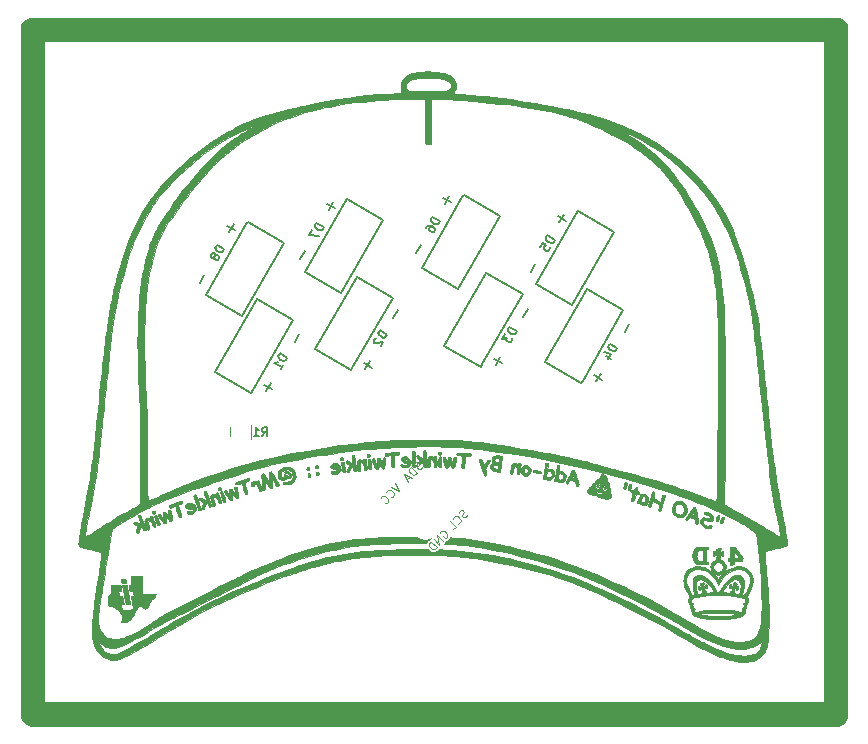
<source format=gbo>
G04 #@! TF.FileFunction,Legend,Bot*
%FSLAX46Y46*%
G04 Gerber Fmt 4.6, Leading zero omitted, Abs format (unit mm)*
G04 Created by KiCad (PCBNEW 4.0.7) date 06/27/18 22:11:54*
%MOMM*%
%LPD*%
G01*
G04 APERTURE LIST*
%ADD10C,0.100000*%
%ADD11C,0.150000*%
%ADD12C,0.120000*%
%ADD13C,0.010000*%
%ADD14C,2.800000*%
%ADD15R,1.700000X1.900000*%
%ADD16C,2.100000*%
%ADD17C,2.100000*%
G04 APERTURE END LIST*
D10*
D11*
X174894793Y-89600616D02*
X178323793Y-83661414D01*
X178323793Y-83661414D02*
X175244207Y-81883414D01*
X175244207Y-81883414D02*
X171688207Y-88042586D01*
X171688207Y-88042586D02*
X174767793Y-89820586D01*
X174767793Y-89820586D02*
X174894793Y-89600616D01*
X182864207Y-76896384D02*
X179435207Y-82835586D01*
X179435207Y-82835586D02*
X182514793Y-84613586D01*
X182514793Y-84613586D02*
X186070793Y-78454414D01*
X186070793Y-78454414D02*
X182991207Y-76676414D01*
X182991207Y-76676414D02*
X182864207Y-76896384D01*
X173212207Y-75499384D02*
X169783207Y-81438586D01*
X169783207Y-81438586D02*
X172862793Y-83216586D01*
X172862793Y-83216586D02*
X176418793Y-77057414D01*
X176418793Y-77057414D02*
X173339207Y-75279414D01*
X173339207Y-75279414D02*
X173212207Y-75499384D01*
X163306207Y-75880384D02*
X159877207Y-81819586D01*
X159877207Y-81819586D02*
X162956793Y-83597586D01*
X162956793Y-83597586D02*
X166512793Y-77438414D01*
X166512793Y-77438414D02*
X163433207Y-75660414D01*
X163433207Y-75660414D02*
X163306207Y-75880384D01*
X154924207Y-77785384D02*
X151495207Y-83724586D01*
X151495207Y-83724586D02*
X154574793Y-85502586D01*
X154574793Y-85502586D02*
X158130793Y-79343414D01*
X158130793Y-79343414D02*
X155051207Y-77565414D01*
X155051207Y-77565414D02*
X154924207Y-77785384D01*
X183403793Y-90997616D02*
X186832793Y-85058414D01*
X186832793Y-85058414D02*
X183753207Y-83280414D01*
X183753207Y-83280414D02*
X180197207Y-89439586D01*
X180197207Y-89439586D02*
X183276793Y-91217586D01*
X183276793Y-91217586D02*
X183403793Y-90997616D01*
X163909293Y-89918116D02*
X167338293Y-83978914D01*
X167338293Y-83978914D02*
X164258707Y-82200914D01*
X164258707Y-82200914D02*
X160702707Y-88360086D01*
X160702707Y-88360086D02*
X163782293Y-90138086D01*
X163782293Y-90138086D02*
X163909293Y-89918116D01*
X155463793Y-91823116D02*
X158892793Y-85883914D01*
X158892793Y-85883914D02*
X155813207Y-84105914D01*
X155813207Y-84105914D02*
X152257207Y-90265086D01*
X152257207Y-90265086D02*
X155336793Y-92043086D01*
X155336793Y-92043086D02*
X155463793Y-91823116D01*
D12*
X153552000Y-94777000D02*
X153552000Y-95977000D01*
X155312000Y-95977000D02*
X155312000Y-94777000D01*
D13*
G36*
X172279683Y-60272084D02*
X173692059Y-60272088D01*
X175063317Y-60272096D01*
X176394067Y-60272109D01*
X177684917Y-60272126D01*
X178936474Y-60272149D01*
X180149348Y-60272178D01*
X181324146Y-60272214D01*
X182461476Y-60272258D01*
X183561947Y-60272310D01*
X184626168Y-60272371D01*
X185654745Y-60272442D01*
X186648288Y-60272523D01*
X187607405Y-60272615D01*
X188532703Y-60272719D01*
X189424792Y-60272835D01*
X190284280Y-60272964D01*
X191111774Y-60273106D01*
X191907882Y-60273263D01*
X192673215Y-60273434D01*
X193408378Y-60273622D01*
X194113981Y-60273825D01*
X194790632Y-60274046D01*
X195438939Y-60274284D01*
X196059510Y-60274540D01*
X196652954Y-60274815D01*
X197219879Y-60275110D01*
X197760893Y-60275425D01*
X198276604Y-60275761D01*
X198767621Y-60276118D01*
X199234551Y-60276498D01*
X199678003Y-60276900D01*
X200098586Y-60277326D01*
X200496907Y-60277777D01*
X200873575Y-60278252D01*
X201229197Y-60278753D01*
X201564383Y-60279280D01*
X201879740Y-60279833D01*
X202175877Y-60280415D01*
X202453402Y-60281024D01*
X202712922Y-60281663D01*
X202955048Y-60282330D01*
X203180385Y-60283028D01*
X203389544Y-60283757D01*
X203583132Y-60284518D01*
X203761756Y-60285310D01*
X203926027Y-60286136D01*
X204076551Y-60286995D01*
X204213937Y-60287888D01*
X204338794Y-60288815D01*
X204451729Y-60289779D01*
X204553350Y-60290778D01*
X204644267Y-60291815D01*
X204725087Y-60292888D01*
X204796418Y-60294000D01*
X204858868Y-60295151D01*
X204913047Y-60296341D01*
X204959562Y-60297571D01*
X204999021Y-60298842D01*
X205032033Y-60300155D01*
X205059206Y-60301509D01*
X205081147Y-60302907D01*
X205098466Y-60304348D01*
X205111771Y-60305832D01*
X205121669Y-60307362D01*
X205128769Y-60308937D01*
X205130600Y-60309467D01*
X205291240Y-60379542D01*
X205443687Y-60484506D01*
X205580097Y-60616916D01*
X205692625Y-60769327D01*
X205764349Y-60910803D01*
X205814083Y-61034083D01*
X205819595Y-90191166D01*
X205819860Y-91654026D01*
X205820096Y-93074898D01*
X205820301Y-94454130D01*
X205820475Y-95792069D01*
X205820619Y-97089059D01*
X205820731Y-98345449D01*
X205820813Y-99561584D01*
X205820863Y-100737811D01*
X205820881Y-101874476D01*
X205820868Y-102971926D01*
X205820823Y-104030507D01*
X205820745Y-105050566D01*
X205820635Y-106032448D01*
X205820492Y-106976502D01*
X205820317Y-107883072D01*
X205820108Y-108752506D01*
X205819866Y-109585149D01*
X205819591Y-110381349D01*
X205819282Y-111141452D01*
X205818939Y-111865804D01*
X205818563Y-112554751D01*
X205818151Y-113208641D01*
X205817706Y-113827820D01*
X205817225Y-114412633D01*
X205816710Y-114963428D01*
X205816160Y-115480551D01*
X205815574Y-115964348D01*
X205814953Y-116415166D01*
X205814296Y-116833352D01*
X205813603Y-117219251D01*
X205812874Y-117573210D01*
X205812108Y-117895576D01*
X205811307Y-118186695D01*
X205810468Y-118446914D01*
X205809592Y-118676579D01*
X205808679Y-118876036D01*
X205807729Y-119045632D01*
X205806741Y-119185713D01*
X205805716Y-119296626D01*
X205804652Y-119378718D01*
X205803550Y-119432334D01*
X205802410Y-119457821D01*
X205802164Y-119459641D01*
X205742939Y-119645823D01*
X205648011Y-119815793D01*
X205522424Y-119964819D01*
X205371223Y-120088167D01*
X205199450Y-120181105D01*
X205012152Y-120238900D01*
X204962524Y-120247443D01*
X204936045Y-120248224D01*
X204868099Y-120248988D01*
X204759548Y-120249735D01*
X204611258Y-120250465D01*
X204424091Y-120251178D01*
X204198912Y-120251875D01*
X203936585Y-120252554D01*
X203637974Y-120253218D01*
X203303942Y-120253864D01*
X202935354Y-120254493D01*
X202533073Y-120255106D01*
X202097964Y-120255703D01*
X201630890Y-120256282D01*
X201132715Y-120256845D01*
X200604304Y-120257391D01*
X200046519Y-120257921D01*
X199460225Y-120258434D01*
X198846287Y-120258930D01*
X198205567Y-120259410D01*
X197538929Y-120259873D01*
X196847239Y-120260320D01*
X196131359Y-120260750D01*
X195392153Y-120261163D01*
X194630486Y-120261561D01*
X193847221Y-120261941D01*
X193043222Y-120262305D01*
X192219353Y-120262653D01*
X191376479Y-120262984D01*
X190515462Y-120263299D01*
X189637168Y-120263597D01*
X188742459Y-120263879D01*
X187832200Y-120264145D01*
X186907254Y-120264394D01*
X185968486Y-120264627D01*
X185016760Y-120264844D01*
X184052939Y-120265044D01*
X183077887Y-120265228D01*
X182092469Y-120265395D01*
X181097547Y-120265547D01*
X180093987Y-120265682D01*
X179082652Y-120265800D01*
X178064406Y-120265903D01*
X177040112Y-120265989D01*
X176010635Y-120266060D01*
X174976839Y-120266114D01*
X173939588Y-120266151D01*
X172899745Y-120266173D01*
X171858174Y-120266179D01*
X170815740Y-120266168D01*
X169773306Y-120266141D01*
X168731736Y-120266099D01*
X167691894Y-120266040D01*
X166654644Y-120265965D01*
X165620850Y-120265874D01*
X164591376Y-120265767D01*
X163567086Y-120265644D01*
X162548843Y-120265505D01*
X161537512Y-120265350D01*
X160533957Y-120265179D01*
X159539041Y-120264992D01*
X158553628Y-120264789D01*
X157578583Y-120264571D01*
X156614768Y-120264336D01*
X155663049Y-120264086D01*
X154724289Y-120263819D01*
X153799352Y-120263537D01*
X152889102Y-120263239D01*
X151994402Y-120262925D01*
X151116117Y-120262595D01*
X150255111Y-120262250D01*
X149412247Y-120261888D01*
X148588390Y-120261511D01*
X147784403Y-120261118D01*
X147001150Y-120260710D01*
X146239496Y-120260285D01*
X145500303Y-120259845D01*
X144784437Y-120259390D01*
X144092761Y-120258918D01*
X143426138Y-120258431D01*
X142785434Y-120257929D01*
X142171511Y-120257410D01*
X141585233Y-120256876D01*
X141027465Y-120256327D01*
X140499071Y-120255762D01*
X140000914Y-120255181D01*
X139533858Y-120254585D01*
X139098768Y-120253973D01*
X138696506Y-120253346D01*
X138327938Y-120252703D01*
X137993927Y-120252045D01*
X137695336Y-120251371D01*
X137433031Y-120250682D01*
X137207874Y-120249977D01*
X137020729Y-120249257D01*
X136872462Y-120248522D01*
X136763934Y-120247771D01*
X136696012Y-120247005D01*
X136669557Y-120246223D01*
X136669550Y-120246222D01*
X136489552Y-120199173D01*
X136320409Y-120115470D01*
X136167701Y-120000462D01*
X136037008Y-119859497D01*
X135933909Y-119697925D01*
X135863986Y-119521094D01*
X135849006Y-119459641D01*
X135847857Y-119440047D01*
X135846748Y-119392374D01*
X135845676Y-119316276D01*
X135844642Y-119211407D01*
X135843647Y-119077421D01*
X135842689Y-118913972D01*
X135841768Y-118720714D01*
X135840884Y-118497302D01*
X135840088Y-118258166D01*
X137816150Y-118258166D01*
X203835015Y-118258166D01*
X203829716Y-90259958D01*
X203824416Y-62261750D01*
X137826750Y-62261750D01*
X137816150Y-118258166D01*
X135840088Y-118258166D01*
X135840038Y-118243389D01*
X135839228Y-117958629D01*
X135838455Y-117642676D01*
X135837719Y-117295185D01*
X135837018Y-116915809D01*
X135836354Y-116504202D01*
X135835725Y-116060019D01*
X135835132Y-115582913D01*
X135834574Y-115072538D01*
X135834051Y-114528550D01*
X135833564Y-113950600D01*
X135833111Y-113338345D01*
X135832692Y-112691436D01*
X135832308Y-112009530D01*
X135831958Y-111292279D01*
X135831642Y-110539338D01*
X135831360Y-109750360D01*
X135831111Y-108925001D01*
X135830896Y-108062913D01*
X135830713Y-107163751D01*
X135830564Y-106227169D01*
X135830447Y-105252820D01*
X135830362Y-104240360D01*
X135830310Y-103189441D01*
X135830290Y-102099719D01*
X135830302Y-100970846D01*
X135830346Y-99802478D01*
X135830421Y-98594267D01*
X135830527Y-97345869D01*
X135830664Y-96056937D01*
X135830832Y-94727125D01*
X135831031Y-93356087D01*
X135831260Y-91943478D01*
X135831519Y-90488950D01*
X135831575Y-90191166D01*
X135837083Y-61034083D01*
X135886816Y-60910803D01*
X135976632Y-60739922D01*
X136098392Y-60585936D01*
X136244804Y-60455784D01*
X136408578Y-60356402D01*
X136514416Y-60313681D01*
X136520076Y-60311914D01*
X136526513Y-60310197D01*
X136534340Y-60308531D01*
X136544165Y-60306914D01*
X136556599Y-60305345D01*
X136572254Y-60303824D01*
X136591739Y-60302350D01*
X136615664Y-60300923D01*
X136644640Y-60299541D01*
X136679278Y-60298204D01*
X136720188Y-60296911D01*
X136767980Y-60295662D01*
X136823265Y-60294455D01*
X136886653Y-60293290D01*
X136958755Y-60292166D01*
X137040180Y-60291083D01*
X137131540Y-60290039D01*
X137233445Y-60289034D01*
X137346505Y-60288068D01*
X137471331Y-60287139D01*
X137608533Y-60286246D01*
X137758721Y-60285390D01*
X137922506Y-60284569D01*
X138100499Y-60283782D01*
X138293309Y-60283029D01*
X138501547Y-60282309D01*
X138725824Y-60281621D01*
X138966750Y-60280965D01*
X139224936Y-60280340D01*
X139500991Y-60279745D01*
X139795526Y-60279179D01*
X140109152Y-60278641D01*
X140442480Y-60278132D01*
X140796118Y-60277649D01*
X141170679Y-60277193D01*
X141566772Y-60276763D01*
X141985007Y-60276357D01*
X142425996Y-60275976D01*
X142890349Y-60275618D01*
X143378675Y-60275282D01*
X143891586Y-60274969D01*
X144429691Y-60274676D01*
X144993602Y-60274404D01*
X145583929Y-60274152D01*
X146201281Y-60273919D01*
X146846270Y-60273704D01*
X147519506Y-60273506D01*
X148221600Y-60273326D01*
X148953161Y-60273161D01*
X149714800Y-60273011D01*
X150507128Y-60272876D01*
X151330754Y-60272755D01*
X152186291Y-60272646D01*
X153074347Y-60272550D01*
X153995533Y-60272466D01*
X154950460Y-60272392D01*
X155939738Y-60272329D01*
X156963977Y-60272275D01*
X158023789Y-60272229D01*
X159119782Y-60272191D01*
X160252569Y-60272161D01*
X161422758Y-60272136D01*
X162630962Y-60272118D01*
X163877789Y-60272104D01*
X165163850Y-60272094D01*
X166489757Y-60272088D01*
X167856118Y-60272085D01*
X169263546Y-60272083D01*
X170825583Y-60272083D01*
X172279683Y-60272084D01*
X172279683Y-60272084D01*
G37*
X172279683Y-60272084D02*
X173692059Y-60272088D01*
X175063317Y-60272096D01*
X176394067Y-60272109D01*
X177684917Y-60272126D01*
X178936474Y-60272149D01*
X180149348Y-60272178D01*
X181324146Y-60272214D01*
X182461476Y-60272258D01*
X183561947Y-60272310D01*
X184626168Y-60272371D01*
X185654745Y-60272442D01*
X186648288Y-60272523D01*
X187607405Y-60272615D01*
X188532703Y-60272719D01*
X189424792Y-60272835D01*
X190284280Y-60272964D01*
X191111774Y-60273106D01*
X191907882Y-60273263D01*
X192673215Y-60273434D01*
X193408378Y-60273622D01*
X194113981Y-60273825D01*
X194790632Y-60274046D01*
X195438939Y-60274284D01*
X196059510Y-60274540D01*
X196652954Y-60274815D01*
X197219879Y-60275110D01*
X197760893Y-60275425D01*
X198276604Y-60275761D01*
X198767621Y-60276118D01*
X199234551Y-60276498D01*
X199678003Y-60276900D01*
X200098586Y-60277326D01*
X200496907Y-60277777D01*
X200873575Y-60278252D01*
X201229197Y-60278753D01*
X201564383Y-60279280D01*
X201879740Y-60279833D01*
X202175877Y-60280415D01*
X202453402Y-60281024D01*
X202712922Y-60281663D01*
X202955048Y-60282330D01*
X203180385Y-60283028D01*
X203389544Y-60283757D01*
X203583132Y-60284518D01*
X203761756Y-60285310D01*
X203926027Y-60286136D01*
X204076551Y-60286995D01*
X204213937Y-60287888D01*
X204338794Y-60288815D01*
X204451729Y-60289779D01*
X204553350Y-60290778D01*
X204644267Y-60291815D01*
X204725087Y-60292888D01*
X204796418Y-60294000D01*
X204858868Y-60295151D01*
X204913047Y-60296341D01*
X204959562Y-60297571D01*
X204999021Y-60298842D01*
X205032033Y-60300155D01*
X205059206Y-60301509D01*
X205081147Y-60302907D01*
X205098466Y-60304348D01*
X205111771Y-60305832D01*
X205121669Y-60307362D01*
X205128769Y-60308937D01*
X205130600Y-60309467D01*
X205291240Y-60379542D01*
X205443687Y-60484506D01*
X205580097Y-60616916D01*
X205692625Y-60769327D01*
X205764349Y-60910803D01*
X205814083Y-61034083D01*
X205819595Y-90191166D01*
X205819860Y-91654026D01*
X205820096Y-93074898D01*
X205820301Y-94454130D01*
X205820475Y-95792069D01*
X205820619Y-97089059D01*
X205820731Y-98345449D01*
X205820813Y-99561584D01*
X205820863Y-100737811D01*
X205820881Y-101874476D01*
X205820868Y-102971926D01*
X205820823Y-104030507D01*
X205820745Y-105050566D01*
X205820635Y-106032448D01*
X205820492Y-106976502D01*
X205820317Y-107883072D01*
X205820108Y-108752506D01*
X205819866Y-109585149D01*
X205819591Y-110381349D01*
X205819282Y-111141452D01*
X205818939Y-111865804D01*
X205818563Y-112554751D01*
X205818151Y-113208641D01*
X205817706Y-113827820D01*
X205817225Y-114412633D01*
X205816710Y-114963428D01*
X205816160Y-115480551D01*
X205815574Y-115964348D01*
X205814953Y-116415166D01*
X205814296Y-116833352D01*
X205813603Y-117219251D01*
X205812874Y-117573210D01*
X205812108Y-117895576D01*
X205811307Y-118186695D01*
X205810468Y-118446914D01*
X205809592Y-118676579D01*
X205808679Y-118876036D01*
X205807729Y-119045632D01*
X205806741Y-119185713D01*
X205805716Y-119296626D01*
X205804652Y-119378718D01*
X205803550Y-119432334D01*
X205802410Y-119457821D01*
X205802164Y-119459641D01*
X205742939Y-119645823D01*
X205648011Y-119815793D01*
X205522424Y-119964819D01*
X205371223Y-120088167D01*
X205199450Y-120181105D01*
X205012152Y-120238900D01*
X204962524Y-120247443D01*
X204936045Y-120248224D01*
X204868099Y-120248988D01*
X204759548Y-120249735D01*
X204611258Y-120250465D01*
X204424091Y-120251178D01*
X204198912Y-120251875D01*
X203936585Y-120252554D01*
X203637974Y-120253218D01*
X203303942Y-120253864D01*
X202935354Y-120254493D01*
X202533073Y-120255106D01*
X202097964Y-120255703D01*
X201630890Y-120256282D01*
X201132715Y-120256845D01*
X200604304Y-120257391D01*
X200046519Y-120257921D01*
X199460225Y-120258434D01*
X198846287Y-120258930D01*
X198205567Y-120259410D01*
X197538929Y-120259873D01*
X196847239Y-120260320D01*
X196131359Y-120260750D01*
X195392153Y-120261163D01*
X194630486Y-120261561D01*
X193847221Y-120261941D01*
X193043222Y-120262305D01*
X192219353Y-120262653D01*
X191376479Y-120262984D01*
X190515462Y-120263299D01*
X189637168Y-120263597D01*
X188742459Y-120263879D01*
X187832200Y-120264145D01*
X186907254Y-120264394D01*
X185968486Y-120264627D01*
X185016760Y-120264844D01*
X184052939Y-120265044D01*
X183077887Y-120265228D01*
X182092469Y-120265395D01*
X181097547Y-120265547D01*
X180093987Y-120265682D01*
X179082652Y-120265800D01*
X178064406Y-120265903D01*
X177040112Y-120265989D01*
X176010635Y-120266060D01*
X174976839Y-120266114D01*
X173939588Y-120266151D01*
X172899745Y-120266173D01*
X171858174Y-120266179D01*
X170815740Y-120266168D01*
X169773306Y-120266141D01*
X168731736Y-120266099D01*
X167691894Y-120266040D01*
X166654644Y-120265965D01*
X165620850Y-120265874D01*
X164591376Y-120265767D01*
X163567086Y-120265644D01*
X162548843Y-120265505D01*
X161537512Y-120265350D01*
X160533957Y-120265179D01*
X159539041Y-120264992D01*
X158553628Y-120264789D01*
X157578583Y-120264571D01*
X156614768Y-120264336D01*
X155663049Y-120264086D01*
X154724289Y-120263819D01*
X153799352Y-120263537D01*
X152889102Y-120263239D01*
X151994402Y-120262925D01*
X151116117Y-120262595D01*
X150255111Y-120262250D01*
X149412247Y-120261888D01*
X148588390Y-120261511D01*
X147784403Y-120261118D01*
X147001150Y-120260710D01*
X146239496Y-120260285D01*
X145500303Y-120259845D01*
X144784437Y-120259390D01*
X144092761Y-120258918D01*
X143426138Y-120258431D01*
X142785434Y-120257929D01*
X142171511Y-120257410D01*
X141585233Y-120256876D01*
X141027465Y-120256327D01*
X140499071Y-120255762D01*
X140000914Y-120255181D01*
X139533858Y-120254585D01*
X139098768Y-120253973D01*
X138696506Y-120253346D01*
X138327938Y-120252703D01*
X137993927Y-120252045D01*
X137695336Y-120251371D01*
X137433031Y-120250682D01*
X137207874Y-120249977D01*
X137020729Y-120249257D01*
X136872462Y-120248522D01*
X136763934Y-120247771D01*
X136696012Y-120247005D01*
X136669557Y-120246223D01*
X136669550Y-120246222D01*
X136489552Y-120199173D01*
X136320409Y-120115470D01*
X136167701Y-120000462D01*
X136037008Y-119859497D01*
X135933909Y-119697925D01*
X135863986Y-119521094D01*
X135849006Y-119459641D01*
X135847857Y-119440047D01*
X135846748Y-119392374D01*
X135845676Y-119316276D01*
X135844642Y-119211407D01*
X135843647Y-119077421D01*
X135842689Y-118913972D01*
X135841768Y-118720714D01*
X135840884Y-118497302D01*
X135840088Y-118258166D01*
X137816150Y-118258166D01*
X203835015Y-118258166D01*
X203829716Y-90259958D01*
X203824416Y-62261750D01*
X137826750Y-62261750D01*
X137816150Y-118258166D01*
X135840088Y-118258166D01*
X135840038Y-118243389D01*
X135839228Y-117958629D01*
X135838455Y-117642676D01*
X135837719Y-117295185D01*
X135837018Y-116915809D01*
X135836354Y-116504202D01*
X135835725Y-116060019D01*
X135835132Y-115582913D01*
X135834574Y-115072538D01*
X135834051Y-114528550D01*
X135833564Y-113950600D01*
X135833111Y-113338345D01*
X135832692Y-112691436D01*
X135832308Y-112009530D01*
X135831958Y-111292279D01*
X135831642Y-110539338D01*
X135831360Y-109750360D01*
X135831111Y-108925001D01*
X135830896Y-108062913D01*
X135830713Y-107163751D01*
X135830564Y-106227169D01*
X135830447Y-105252820D01*
X135830362Y-104240360D01*
X135830310Y-103189441D01*
X135830290Y-102099719D01*
X135830302Y-100970846D01*
X135830346Y-99802478D01*
X135830421Y-98594267D01*
X135830527Y-97345869D01*
X135830664Y-96056937D01*
X135830832Y-94727125D01*
X135831031Y-93356087D01*
X135831260Y-91943478D01*
X135831519Y-90488950D01*
X135831575Y-90191166D01*
X135837083Y-61034083D01*
X135886816Y-60910803D01*
X135976632Y-60739922D01*
X136098392Y-60585936D01*
X136244804Y-60455784D01*
X136408578Y-60356402D01*
X136514416Y-60313681D01*
X136520076Y-60311914D01*
X136526513Y-60310197D01*
X136534340Y-60308531D01*
X136544165Y-60306914D01*
X136556599Y-60305345D01*
X136572254Y-60303824D01*
X136591739Y-60302350D01*
X136615664Y-60300923D01*
X136644640Y-60299541D01*
X136679278Y-60298204D01*
X136720188Y-60296911D01*
X136767980Y-60295662D01*
X136823265Y-60294455D01*
X136886653Y-60293290D01*
X136958755Y-60292166D01*
X137040180Y-60291083D01*
X137131540Y-60290039D01*
X137233445Y-60289034D01*
X137346505Y-60288068D01*
X137471331Y-60287139D01*
X137608533Y-60286246D01*
X137758721Y-60285390D01*
X137922506Y-60284569D01*
X138100499Y-60283782D01*
X138293309Y-60283029D01*
X138501547Y-60282309D01*
X138725824Y-60281621D01*
X138966750Y-60280965D01*
X139224936Y-60280340D01*
X139500991Y-60279745D01*
X139795526Y-60279179D01*
X140109152Y-60278641D01*
X140442480Y-60278132D01*
X140796118Y-60277649D01*
X141170679Y-60277193D01*
X141566772Y-60276763D01*
X141985007Y-60276357D01*
X142425996Y-60275976D01*
X142890349Y-60275618D01*
X143378675Y-60275282D01*
X143891586Y-60274969D01*
X144429691Y-60274676D01*
X144993602Y-60274404D01*
X145583929Y-60274152D01*
X146201281Y-60273919D01*
X146846270Y-60273704D01*
X147519506Y-60273506D01*
X148221600Y-60273326D01*
X148953161Y-60273161D01*
X149714800Y-60273011D01*
X150507128Y-60272876D01*
X151330754Y-60272755D01*
X152186291Y-60272646D01*
X153074347Y-60272550D01*
X153995533Y-60272466D01*
X154950460Y-60272392D01*
X155939738Y-60272329D01*
X156963977Y-60272275D01*
X158023789Y-60272229D01*
X159119782Y-60272191D01*
X160252569Y-60272161D01*
X161422758Y-60272136D01*
X162630962Y-60272118D01*
X163877789Y-60272104D01*
X165163850Y-60272094D01*
X166489757Y-60272088D01*
X167856118Y-60272085D01*
X169263546Y-60272083D01*
X170825583Y-60272083D01*
X172279683Y-60272084D01*
G36*
X170658547Y-64837038D02*
X170943589Y-64852665D01*
X171200252Y-64880019D01*
X171434912Y-64919960D01*
X171653946Y-64973347D01*
X171849019Y-65035748D01*
X172080668Y-65133249D01*
X172273435Y-65246865D01*
X172427864Y-65377295D01*
X172544498Y-65525240D01*
X172623884Y-65691398D01*
X172666564Y-65876469D01*
X172673083Y-66081153D01*
X172672354Y-66093800D01*
X172651763Y-66250166D01*
X172608379Y-66381477D01*
X172537349Y-66501023D01*
X172511171Y-66535035D01*
X172472791Y-66586127D01*
X172448838Y-66624721D01*
X172444833Y-66636101D01*
X172446829Y-66647113D01*
X172454421Y-66657368D01*
X172470014Y-66667150D01*
X172496014Y-66676742D01*
X172534825Y-66686428D01*
X172588853Y-66696492D01*
X172660503Y-66707218D01*
X172752181Y-66718888D01*
X172866291Y-66731788D01*
X173005239Y-66746200D01*
X173171431Y-66762407D01*
X173367270Y-66780695D01*
X173595164Y-66801346D01*
X173857516Y-66824644D01*
X174156733Y-66850873D01*
X174495219Y-66880317D01*
X174572083Y-66886984D01*
X175244882Y-66949972D01*
X175928276Y-67022958D01*
X176619422Y-67105367D01*
X177315479Y-67196624D01*
X178013605Y-67296153D01*
X178710959Y-67403381D01*
X179404698Y-67517732D01*
X180091981Y-67638631D01*
X180769967Y-67765503D01*
X181435812Y-67897773D01*
X182086676Y-68034867D01*
X182719717Y-68176209D01*
X183332093Y-68321224D01*
X183920962Y-68469338D01*
X184483483Y-68619975D01*
X185016814Y-68772560D01*
X185518112Y-68926519D01*
X185984537Y-69081276D01*
X186413247Y-69236258D01*
X186659969Y-69332654D01*
X187428980Y-69665088D01*
X188188465Y-70037576D01*
X188935601Y-70448370D01*
X189667564Y-70895726D01*
X190381531Y-71377895D01*
X191074680Y-71893132D01*
X191744185Y-72439692D01*
X191897000Y-72571805D01*
X192010831Y-72674104D01*
X192147323Y-72801377D01*
X192301000Y-72948153D01*
X192466386Y-73108959D01*
X192638006Y-73278327D01*
X192810385Y-73450783D01*
X192978049Y-73620859D01*
X193135520Y-73783083D01*
X193277326Y-73931983D01*
X193397990Y-74062090D01*
X193477042Y-74150600D01*
X194007239Y-74787094D01*
X194496043Y-75431711D01*
X194943672Y-76084778D01*
X195350341Y-76746624D01*
X195716268Y-77417575D01*
X195933710Y-77861583D01*
X196093221Y-78218685D01*
X196255790Y-78613875D01*
X196420292Y-79043114D01*
X196585607Y-79502366D01*
X196750612Y-79987589D01*
X196914185Y-80494748D01*
X197075202Y-81019803D01*
X197232543Y-81558715D01*
X197385084Y-82107446D01*
X197531702Y-82661959D01*
X197671277Y-83218214D01*
X197802685Y-83772173D01*
X197924804Y-84319798D01*
X198036511Y-84857050D01*
X198136685Y-85379891D01*
X198224202Y-85884282D01*
X198297941Y-86366186D01*
X198298563Y-86370583D01*
X198312725Y-86476705D01*
X198330923Y-86623031D01*
X198352952Y-86807646D01*
X198378607Y-87028632D01*
X198407683Y-87284075D01*
X198439973Y-87572058D01*
X198475274Y-87890664D01*
X198513379Y-88237979D01*
X198554084Y-88612085D01*
X198597182Y-89011067D01*
X198642469Y-89433009D01*
X198689739Y-89875994D01*
X198738787Y-90338108D01*
X198789407Y-90817432D01*
X198841395Y-91312052D01*
X198894545Y-91820052D01*
X198948651Y-92339515D01*
X199003508Y-92868526D01*
X199058911Y-93405167D01*
X199114655Y-93947524D01*
X199170534Y-94493680D01*
X199199087Y-94773750D01*
X199237361Y-95147819D01*
X199272261Y-95484659D01*
X199304362Y-95789189D01*
X199334241Y-96066326D01*
X199362475Y-96320991D01*
X199389639Y-96558103D01*
X199416311Y-96782579D01*
X199443066Y-96999339D01*
X199470480Y-97213303D01*
X199499131Y-97429388D01*
X199529594Y-97652515D01*
X199562445Y-97887601D01*
X199571089Y-97948750D01*
X199667788Y-98613416D01*
X199770887Y-99286556D01*
X199881312Y-99973710D01*
X199999991Y-100680419D01*
X200127850Y-101412224D01*
X200265817Y-102174665D01*
X200385485Y-102817816D01*
X200444690Y-103133887D01*
X200496065Y-103411603D01*
X200540110Y-103654114D01*
X200577325Y-103864572D01*
X200608210Y-104046126D01*
X200633263Y-104201929D01*
X200652986Y-104335129D01*
X200667876Y-104448878D01*
X200678435Y-104546328D01*
X200685162Y-104630627D01*
X200688556Y-104704928D01*
X200689088Y-104732195D01*
X200691750Y-104953974D01*
X200614582Y-104990614D01*
X200547504Y-105016738D01*
X200445126Y-105049056D01*
X200313743Y-105085900D01*
X200159651Y-105125606D01*
X199989148Y-105166506D01*
X199808529Y-105206935D01*
X199749833Y-105219457D01*
X199502219Y-105272866D01*
X199293332Y-105320561D01*
X199123782Y-105362383D01*
X198994184Y-105398173D01*
X198905146Y-105427771D01*
X198857283Y-105451018D01*
X198855498Y-105452397D01*
X198835955Y-105470516D01*
X198822820Y-105492669D01*
X198815003Y-105526697D01*
X198811410Y-105580440D01*
X198810949Y-105661740D01*
X198812273Y-105762672D01*
X198816107Y-105875054D01*
X198824005Y-106016317D01*
X198835059Y-106173305D01*
X198848359Y-106332859D01*
X198859898Y-106452458D01*
X198893159Y-106774967D01*
X198922296Y-107060339D01*
X198947754Y-107313521D01*
X198969979Y-107539463D01*
X198989419Y-107743112D01*
X199006519Y-107929416D01*
X199021725Y-108103325D01*
X199035485Y-108269785D01*
X199048245Y-108433746D01*
X199060450Y-108600156D01*
X199072548Y-108773962D01*
X199081881Y-108913083D01*
X199107965Y-109336270D01*
X199127891Y-109729980D01*
X199141996Y-110106570D01*
X199150621Y-110478395D01*
X199154103Y-110857811D01*
X199152782Y-111257174D01*
X199150910Y-111431151D01*
X199143739Y-111822300D01*
X199132272Y-112174172D01*
X199115905Y-112489661D01*
X199094037Y-112771662D01*
X199066065Y-113023070D01*
X199031386Y-113246779D01*
X198989398Y-113445683D01*
X198939497Y-113622678D01*
X198881082Y-113780658D01*
X198813548Y-113922517D01*
X198736295Y-114051150D01*
X198648719Y-114169452D01*
X198559773Y-114270329D01*
X198475718Y-114351705D01*
X198380308Y-114433173D01*
X198289800Y-114501159D01*
X198259780Y-114520817D01*
X198054531Y-114626792D01*
X197820152Y-114711244D01*
X197564868Y-114772560D01*
X197296906Y-114809128D01*
X197024494Y-114819337D01*
X196800941Y-114806641D01*
X196653312Y-114787400D01*
X196475923Y-114757640D01*
X196279399Y-114719550D01*
X196074361Y-114675319D01*
X195871433Y-114627135D01*
X195681237Y-114577186D01*
X195664666Y-114572555D01*
X195459226Y-114512049D01*
X195252604Y-114445350D01*
X195042359Y-114371269D01*
X194826052Y-114288616D01*
X194601243Y-114196203D01*
X194365493Y-114092841D01*
X194116362Y-113977342D01*
X193851410Y-113848517D01*
X193568198Y-113705178D01*
X193264286Y-113546134D01*
X192937234Y-113370199D01*
X192584603Y-113176183D01*
X192203952Y-112962897D01*
X191792843Y-112729153D01*
X191348835Y-112473762D01*
X191304333Y-112448029D01*
X190510221Y-111992770D01*
X189746228Y-111563291D01*
X189009902Y-111158327D01*
X188298791Y-110776616D01*
X187610445Y-110416894D01*
X186942411Y-110077897D01*
X186292239Y-109758362D01*
X185657476Y-109457025D01*
X185035672Y-109172623D01*
X184446333Y-108913355D01*
X183425565Y-108487366D01*
X182419912Y-108096814D01*
X181423999Y-107740088D01*
X180432449Y-107415582D01*
X179439889Y-107121686D01*
X178440943Y-106856791D01*
X177430236Y-106619290D01*
X176402393Y-106407574D01*
X175566916Y-106256154D01*
X175121484Y-106181553D01*
X174706861Y-106115389D01*
X174316041Y-106056909D01*
X173942016Y-106005361D01*
X173577782Y-105959992D01*
X173216331Y-105920051D01*
X172850658Y-105884784D01*
X172473757Y-105853440D01*
X172078621Y-105825266D01*
X171658243Y-105799510D01*
X171205619Y-105775419D01*
X170994916Y-105765175D01*
X170837940Y-105759024D01*
X170646833Y-105753677D01*
X170426574Y-105749135D01*
X170182139Y-105745397D01*
X169918506Y-105742462D01*
X169640652Y-105740331D01*
X169353556Y-105739003D01*
X169062194Y-105738478D01*
X168771545Y-105738755D01*
X168486584Y-105739834D01*
X168212291Y-105741714D01*
X167953643Y-105744396D01*
X167715616Y-105747879D01*
X167503190Y-105752162D01*
X167321340Y-105757246D01*
X167175045Y-105763129D01*
X167132000Y-105765446D01*
X166593829Y-105798959D01*
X166092136Y-105834342D01*
X165621086Y-105872203D01*
X165174842Y-105913153D01*
X164747568Y-105957799D01*
X164333428Y-106006750D01*
X163926586Y-106060616D01*
X163521206Y-106120006D01*
X163120916Y-106183956D01*
X162786075Y-106241556D01*
X162465641Y-106301176D01*
X162154331Y-106364186D01*
X161846863Y-106431954D01*
X161537954Y-106505852D01*
X161222322Y-106587248D01*
X160894685Y-106677512D01*
X160549760Y-106778013D01*
X160182266Y-106890121D01*
X159786919Y-107015206D01*
X159358437Y-107154637D01*
X159289750Y-107177280D01*
X158936555Y-107296617D01*
X158551007Y-107431863D01*
X158138985Y-107580747D01*
X157706363Y-107740996D01*
X157259020Y-107910338D01*
X156802833Y-108086499D01*
X156343678Y-108267207D01*
X155887433Y-108450190D01*
X155439974Y-108633174D01*
X155007179Y-108813888D01*
X154594924Y-108990059D01*
X154537833Y-109014817D01*
X153997227Y-109251714D01*
X153491026Y-109477967D01*
X153013538Y-109696509D01*
X152559070Y-109910269D01*
X152121929Y-110122180D01*
X151696423Y-110335173D01*
X151276860Y-110552178D01*
X150857546Y-110776128D01*
X150432789Y-111009952D01*
X149996897Y-111256583D01*
X149544176Y-111518951D01*
X149068935Y-111799988D01*
X148706416Y-112017472D01*
X148493075Y-112146128D01*
X148253968Y-112290310D01*
X147999579Y-112443699D01*
X147740392Y-112599971D01*
X147486890Y-112752808D01*
X147249558Y-112895887D01*
X147055416Y-113012918D01*
X146629294Y-113267819D01*
X146236265Y-113498778D01*
X145875001Y-113706493D01*
X145544168Y-113891660D01*
X145242438Y-114054976D01*
X144968478Y-114197137D01*
X144720957Y-114318840D01*
X144498546Y-114420782D01*
X144299912Y-114503659D01*
X144123725Y-114568168D01*
X144023894Y-114599621D01*
X143860911Y-114632969D01*
X143677024Y-114646879D01*
X143489057Y-114641117D01*
X143313832Y-114615444D01*
X143290027Y-114609944D01*
X143047784Y-114529634D01*
X142822464Y-114412380D01*
X142615850Y-114260775D01*
X142429727Y-114077408D01*
X142265878Y-113864872D01*
X142126086Y-113625756D01*
X142012136Y-113362652D01*
X141925811Y-113078151D01*
X141868894Y-112774844D01*
X141845301Y-112511416D01*
X141840581Y-112299112D01*
X141844762Y-112052511D01*
X141857916Y-111770964D01*
X141880112Y-111453821D01*
X141892474Y-111314281D01*
X142370126Y-111314281D01*
X142387532Y-111547029D01*
X142427784Y-111759559D01*
X142491913Y-111957612D01*
X142580949Y-112146930D01*
X142675860Y-112303585D01*
X142823028Y-112492606D01*
X142988566Y-112644004D01*
X143173880Y-112758514D01*
X143380371Y-112836870D01*
X143609445Y-112879804D01*
X143795750Y-112889203D01*
X144040299Y-112875121D01*
X144296739Y-112832616D01*
X144567959Y-112760785D01*
X144856848Y-112658722D01*
X145166292Y-112525523D01*
X145499182Y-112360283D01*
X145520833Y-112348870D01*
X145662909Y-112272023D01*
X145810273Y-112188717D01*
X145966085Y-112096931D01*
X146133507Y-111994643D01*
X146315699Y-111879829D01*
X146515822Y-111750468D01*
X146737038Y-111604536D01*
X146982507Y-111440012D01*
X147255390Y-111254872D01*
X147558849Y-111047094D01*
X147605750Y-111014848D01*
X148007916Y-110738209D01*
X151754416Y-108870505D01*
X152210568Y-108643160D01*
X152630653Y-108433921D01*
X153016447Y-108241924D01*
X153369727Y-108066302D01*
X153692272Y-107906191D01*
X153985857Y-107760727D01*
X154252259Y-107629044D01*
X154493257Y-107510278D01*
X154710626Y-107403562D01*
X154906144Y-107308034D01*
X155081588Y-107222827D01*
X155238735Y-107147076D01*
X155379363Y-107079918D01*
X155505247Y-107020486D01*
X155618166Y-106967915D01*
X155719896Y-106921342D01*
X155812214Y-106879901D01*
X155896897Y-106842726D01*
X155975723Y-106808954D01*
X156050469Y-106777719D01*
X156074150Y-106767981D01*
X156747911Y-106495017D01*
X157388179Y-106242229D01*
X157998245Y-106008840D01*
X158581401Y-105794077D01*
X159140939Y-105597163D01*
X159680152Y-105417324D01*
X160202331Y-105253784D01*
X160710768Y-105105768D01*
X161208754Y-104972500D01*
X161699583Y-104853206D01*
X162186546Y-104747111D01*
X162672935Y-104653438D01*
X163162041Y-104571413D01*
X163657157Y-104500261D01*
X164161575Y-104439205D01*
X164678587Y-104387472D01*
X165211484Y-104344286D01*
X165763559Y-104308871D01*
X166338104Y-104280452D01*
X166696848Y-104266370D01*
X166800861Y-104263313D01*
X166935648Y-104260404D01*
X167097606Y-104257657D01*
X167283131Y-104255085D01*
X167488619Y-104252701D01*
X167710466Y-104250520D01*
X167945068Y-104248554D01*
X168188821Y-104246818D01*
X168438120Y-104245323D01*
X168689363Y-104244085D01*
X168938945Y-104243116D01*
X169183262Y-104242430D01*
X169418709Y-104242040D01*
X169641684Y-104241960D01*
X169848582Y-104242203D01*
X170035800Y-104242782D01*
X170199732Y-104243712D01*
X170336776Y-104245005D01*
X170443327Y-104246675D01*
X170515781Y-104248735D01*
X170550535Y-104251200D01*
X170553033Y-104251978D01*
X170560085Y-104284696D01*
X170543407Y-104328397D01*
X170511685Y-104366838D01*
X170483253Y-104382444D01*
X170428388Y-104409775D01*
X170360773Y-104462354D01*
X170290777Y-104529965D01*
X170228769Y-104602394D01*
X170185121Y-104669426D01*
X170179229Y-104681929D01*
X170141839Y-104768775D01*
X168462294Y-104781619D01*
X168031969Y-104785254D01*
X167640139Y-104789410D01*
X167282969Y-104794307D01*
X166956622Y-104800165D01*
X166657261Y-104807202D01*
X166381051Y-104815640D01*
X166124154Y-104825698D01*
X165882734Y-104837595D01*
X165652955Y-104851551D01*
X165430980Y-104867787D01*
X165212973Y-104886522D01*
X164995097Y-104907976D01*
X164773516Y-104932368D01*
X164544394Y-104959919D01*
X164303894Y-104990847D01*
X164048179Y-105025374D01*
X163935833Y-105040929D01*
X163362970Y-105126984D01*
X162799830Y-105224601D01*
X162242206Y-105334967D01*
X161685886Y-105459271D01*
X161126664Y-105598701D01*
X160560330Y-105754445D01*
X159982674Y-105927690D01*
X159389488Y-106119625D01*
X158776564Y-106331438D01*
X158139691Y-106564318D01*
X157474661Y-106819451D01*
X157077833Y-106976711D01*
X156876141Y-107057516D01*
X156709177Y-107124515D01*
X156572380Y-107179659D01*
X156461185Y-107224900D01*
X156371030Y-107262191D01*
X156297353Y-107293482D01*
X156235591Y-107320726D01*
X156181180Y-107345874D01*
X156129559Y-107370878D01*
X156076164Y-107397690D01*
X156016433Y-107428261D01*
X155987750Y-107443005D01*
X155946373Y-107464038D01*
X155869023Y-107503107D01*
X155757567Y-107559274D01*
X155613874Y-107631601D01*
X155439813Y-107719148D01*
X155237252Y-107820977D01*
X155008060Y-107936151D01*
X154754106Y-108063729D01*
X154477257Y-108202774D01*
X154179383Y-108352348D01*
X153862352Y-108511511D01*
X153528033Y-108679326D01*
X153178294Y-108854853D01*
X152815004Y-109037155D01*
X152440031Y-109225293D01*
X152055245Y-109418328D01*
X151712083Y-109590459D01*
X151247205Y-109823656D01*
X150818444Y-110038808D01*
X150424055Y-110236813D01*
X150062296Y-110418566D01*
X149731423Y-110584967D01*
X149429694Y-110736911D01*
X149155364Y-110875296D01*
X148906692Y-111001019D01*
X148681934Y-111114977D01*
X148479347Y-111218068D01*
X148297188Y-111311189D01*
X148133713Y-111395236D01*
X147987180Y-111471108D01*
X147855845Y-111539700D01*
X147737965Y-111601911D01*
X147631797Y-111658638D01*
X147535598Y-111710777D01*
X147447625Y-111759227D01*
X147366135Y-111804883D01*
X147289384Y-111848644D01*
X147215630Y-111891406D01*
X147143129Y-111934067D01*
X147070138Y-111977524D01*
X147044833Y-111992681D01*
X146664843Y-112219471D01*
X146317948Y-112424169D01*
X146001902Y-112607986D01*
X145714459Y-112772136D01*
X145453375Y-112917832D01*
X145216404Y-113046287D01*
X145001300Y-113158715D01*
X144805819Y-113256328D01*
X144627714Y-113340341D01*
X144464740Y-113411965D01*
X144314652Y-113472415D01*
X144286050Y-113483245D01*
X144031061Y-113568118D01*
X143799875Y-113621565D01*
X143587802Y-113643470D01*
X143390155Y-113633715D01*
X143202245Y-113592187D01*
X143019381Y-113518767D01*
X142892534Y-113448742D01*
X142799894Y-113392064D01*
X142701453Y-113331746D01*
X142617346Y-113280128D01*
X142611661Y-113276634D01*
X142546662Y-113238090D01*
X142495572Y-113210391D01*
X142469130Y-113199346D01*
X142468786Y-113199333D01*
X142452045Y-113215281D01*
X142459064Y-113260089D01*
X142487614Y-113329205D01*
X142535461Y-113418076D01*
X142600374Y-113522149D01*
X142680122Y-113636870D01*
X142689622Y-113649834D01*
X142830349Y-113809392D01*
X142994729Y-113942065D01*
X143176714Y-114045595D01*
X143370257Y-114117727D01*
X143569310Y-114156202D01*
X143767825Y-114158764D01*
X143958776Y-114123448D01*
X144057456Y-114090805D01*
X144172333Y-114046253D01*
X144304689Y-113989081D01*
X144455802Y-113918576D01*
X144626955Y-113834028D01*
X144819426Y-113734725D01*
X145034497Y-113619956D01*
X145273449Y-113489010D01*
X145537561Y-113341175D01*
X145828113Y-113175740D01*
X146146388Y-112991994D01*
X146493664Y-112789225D01*
X146871222Y-112566722D01*
X147280344Y-112323774D01*
X147722308Y-112059670D01*
X148198396Y-111773698D01*
X148314833Y-111703566D01*
X148825951Y-111398314D01*
X149320394Y-111108917D01*
X149802021Y-110833508D01*
X150274691Y-110570216D01*
X150742265Y-110317173D01*
X151208603Y-110072511D01*
X151677562Y-109834361D01*
X152153004Y-109600853D01*
X152638788Y-109370118D01*
X153138773Y-109140289D01*
X153656819Y-108909496D01*
X154196786Y-108675870D01*
X154762533Y-108437542D01*
X155357920Y-108192644D01*
X155986807Y-107939307D01*
X156548666Y-107716693D01*
X157104169Y-107499733D01*
X157624740Y-107299923D01*
X158113637Y-107116147D01*
X158574118Y-106947288D01*
X159009441Y-106792228D01*
X159422863Y-106649852D01*
X159817643Y-106519042D01*
X160197037Y-106398682D01*
X160564304Y-106287655D01*
X160922702Y-106184844D01*
X161275488Y-106089132D01*
X161364083Y-106065950D01*
X161837187Y-105948654D01*
X162313595Y-105841998D01*
X162796312Y-105745683D01*
X163288343Y-105659411D01*
X163792690Y-105582882D01*
X164312357Y-105515799D01*
X164850350Y-105457861D01*
X165409671Y-105408772D01*
X165993325Y-105368231D01*
X166604316Y-105335940D01*
X167245647Y-105311600D01*
X167920323Y-105294913D01*
X168631348Y-105285580D01*
X169234835Y-105283206D01*
X170289920Y-105283000D01*
X170385305Y-105366960D01*
X170484793Y-105437952D01*
X170599568Y-105493977D01*
X170714198Y-105528556D01*
X170789335Y-105536535D01*
X170891636Y-105519038D01*
X171001500Y-105472181D01*
X171104454Y-105402747D01*
X171137025Y-105373544D01*
X171215634Y-105297070D01*
X171750859Y-105322515D01*
X172447731Y-105362500D01*
X173130876Y-105415952D01*
X173804823Y-105483698D01*
X174474101Y-105566567D01*
X175143239Y-105665387D01*
X175816767Y-105780986D01*
X176499213Y-105914192D01*
X177195107Y-106065833D01*
X177908979Y-106236737D01*
X178645356Y-106427732D01*
X179408769Y-106639647D01*
X180158378Y-106859653D01*
X180484750Y-106958365D01*
X180777018Y-107048179D01*
X181041922Y-107131320D01*
X181286206Y-107210014D01*
X181516608Y-107286488D01*
X181739872Y-107362966D01*
X181962738Y-107441676D01*
X182191947Y-107524843D01*
X182350833Y-107583575D01*
X182974651Y-107822478D01*
X183626788Y-108085266D01*
X184302337Y-108369594D01*
X184996389Y-108673116D01*
X185704037Y-108993487D01*
X186420372Y-109328360D01*
X187140487Y-109675391D01*
X187859474Y-110032234D01*
X188572424Y-110396543D01*
X189274429Y-110765972D01*
X189960582Y-111138177D01*
X190625975Y-111510811D01*
X190912750Y-111675368D01*
X191247856Y-111868983D01*
X191549694Y-112042954D01*
X191821504Y-112199070D01*
X192066524Y-112339120D01*
X192287994Y-112464891D01*
X192489155Y-112578172D01*
X192673244Y-112680751D01*
X192843501Y-112774415D01*
X193003167Y-112860955D01*
X193155480Y-112942157D01*
X193303680Y-113019810D01*
X193451006Y-113095702D01*
X193600698Y-113171622D01*
X193755995Y-113249357D01*
X193836344Y-113289260D01*
X194181971Y-113457506D01*
X194498371Y-113604890D01*
X194791628Y-113733899D01*
X195067827Y-113847021D01*
X195333050Y-113946743D01*
X195593382Y-114035554D01*
X195854907Y-114115941D01*
X195865750Y-114119095D01*
X195991989Y-114154185D01*
X196119842Y-114187033D01*
X196236647Y-114214557D01*
X196329740Y-114233678D01*
X196352583Y-114237539D01*
X196462061Y-114251731D01*
X196594220Y-114264590D01*
X196736979Y-114275362D01*
X196878259Y-114283293D01*
X197005980Y-114287629D01*
X197108060Y-114287615D01*
X197135750Y-114286428D01*
X197210143Y-114281798D01*
X197306882Y-114275586D01*
X197406077Y-114269071D01*
X197414057Y-114268540D01*
X197646802Y-114240761D01*
X197848141Y-114189071D01*
X198020876Y-114111036D01*
X198167812Y-114004220D01*
X198291751Y-113866186D01*
X198395498Y-113694500D01*
X198481855Y-113486726D01*
X198541246Y-113289291D01*
X198564917Y-113196101D01*
X198582927Y-113120009D01*
X198593472Y-113069034D01*
X198594874Y-113051166D01*
X198575649Y-113063074D01*
X198529082Y-113095677D01*
X198461719Y-113144295D01*
X198380103Y-113204250D01*
X198361120Y-113218322D01*
X198257417Y-113291757D01*
X198146116Y-113364724D01*
X198041267Y-113428312D01*
X197963953Y-113470196D01*
X197692982Y-113583591D01*
X197405643Y-113664563D01*
X197100984Y-113712990D01*
X196778053Y-113728748D01*
X196435900Y-113711712D01*
X196073571Y-113661759D01*
X195690116Y-113578765D01*
X195284583Y-113462608D01*
X194856020Y-113313162D01*
X194403475Y-113130305D01*
X194018192Y-112957384D01*
X193846612Y-112876080D01*
X193673212Y-112791525D01*
X193494905Y-112702032D01*
X193308603Y-112605913D01*
X193111221Y-112501478D01*
X192899670Y-112387040D01*
X192670865Y-112260910D01*
X192421716Y-112121400D01*
X192149139Y-111966822D01*
X191850044Y-111795486D01*
X191521346Y-111605705D01*
X191159958Y-111395791D01*
X191113833Y-111368926D01*
X189997524Y-110731556D01*
X188898825Y-110130634D01*
X187815503Y-109565214D01*
X186745325Y-109034349D01*
X185686060Y-108537091D01*
X184635473Y-108072494D01*
X183591333Y-107639611D01*
X182551407Y-107237495D01*
X181513461Y-106865200D01*
X180475265Y-106521778D01*
X179434584Y-106206283D01*
X178389185Y-105917768D01*
X178057446Y-105832041D01*
X177475798Y-105689132D01*
X176887814Y-105554287D01*
X176298017Y-105428260D01*
X175710927Y-105311804D01*
X175131066Y-105205672D01*
X174562955Y-105110616D01*
X174011116Y-105027389D01*
X173480070Y-104956746D01*
X172974339Y-104899437D01*
X172498445Y-104856217D01*
X172056908Y-104827838D01*
X172015238Y-104825865D01*
X171702059Y-104811543D01*
X171745037Y-104765795D01*
X171781138Y-104710401D01*
X171801125Y-104654496D01*
X171820763Y-104605163D01*
X171863686Y-104568697D01*
X171901349Y-104549680D01*
X172021619Y-104479732D01*
X172109838Y-104394452D01*
X172140706Y-104346271D01*
X172173726Y-104282418D01*
X172452154Y-104296840D01*
X172856779Y-104323139D01*
X173279055Y-104361214D01*
X173721599Y-104411478D01*
X174187031Y-104474345D01*
X174677969Y-104550228D01*
X175197029Y-104639539D01*
X175746830Y-104742692D01*
X176329990Y-104860099D01*
X176949128Y-104992173D01*
X177172357Y-105041396D01*
X177972856Y-105227863D01*
X178767942Y-105430561D01*
X179561429Y-105650792D01*
X180357133Y-105889857D01*
X181158869Y-106149058D01*
X181970453Y-106429694D01*
X182795699Y-106733069D01*
X183638424Y-107060483D01*
X184502442Y-107413237D01*
X185391569Y-107792633D01*
X185917416Y-108024133D01*
X186369775Y-108226659D01*
X186794683Y-108419685D01*
X187196738Y-108605602D01*
X187580540Y-108786800D01*
X187950689Y-108965670D01*
X188311784Y-109144602D01*
X188668424Y-109325988D01*
X189025209Y-109512217D01*
X189386737Y-109705680D01*
X189757609Y-109908768D01*
X190142424Y-110123872D01*
X190545780Y-110353381D01*
X190972278Y-110599687D01*
X191426516Y-110865179D01*
X191748833Y-111055083D01*
X192173197Y-111304383D01*
X192565049Y-111531454D01*
X192927070Y-111737595D01*
X193261941Y-111924104D01*
X193572343Y-112092280D01*
X193860958Y-112243422D01*
X194130465Y-112378829D01*
X194383547Y-112499799D01*
X194622883Y-112607631D01*
X194851156Y-112703623D01*
X195071047Y-112789075D01*
X195285235Y-112865285D01*
X195496403Y-112933553D01*
X195707231Y-112995176D01*
X195812833Y-113023764D01*
X195910694Y-113049134D01*
X195991792Y-113068271D01*
X196065189Y-113082233D01*
X196139950Y-113092078D01*
X196225138Y-113098866D01*
X196329816Y-113103656D01*
X196463046Y-113107506D01*
X196546591Y-113109487D01*
X196826034Y-113111729D01*
X197064813Y-113104631D01*
X197263567Y-113088147D01*
X197422934Y-113062229D01*
X197510121Y-113038869D01*
X197678122Y-112963044D01*
X197840562Y-112850359D01*
X197993266Y-112706263D01*
X198132057Y-112536208D01*
X198252757Y-112345643D01*
X198351190Y-112140018D01*
X198423179Y-111924784D01*
X198447984Y-111815097D01*
X198473700Y-111650248D01*
X198496127Y-111447521D01*
X198515108Y-111211255D01*
X198530490Y-110945790D01*
X198542117Y-110655465D01*
X198549833Y-110344619D01*
X198553483Y-110017591D01*
X198552912Y-109678720D01*
X198547965Y-109332346D01*
X198543480Y-109145916D01*
X198532474Y-108778841D01*
X198520130Y-108435962D01*
X198505976Y-108110996D01*
X198489540Y-107797663D01*
X198470349Y-107489682D01*
X198447931Y-107180770D01*
X198421813Y-106864648D01*
X198391523Y-106535032D01*
X198356589Y-106185643D01*
X198316537Y-105810198D01*
X198270896Y-105402417D01*
X198244990Y-105177166D01*
X198215733Y-104925755D01*
X198190625Y-104712933D01*
X198169130Y-104535219D01*
X198150714Y-104389127D01*
X198134841Y-104271176D01*
X198120977Y-104177881D01*
X198108587Y-104105759D01*
X198097137Y-104051326D01*
X198086090Y-104011100D01*
X198074913Y-103981597D01*
X198063070Y-103959333D01*
X198056485Y-103949479D01*
X197987762Y-103869459D01*
X197885929Y-103773845D01*
X197755675Y-103666100D01*
X197601692Y-103549691D01*
X197428667Y-103428082D01*
X197241291Y-103304738D01*
X197044255Y-103183124D01*
X196924083Y-103112848D01*
X196549945Y-102905259D01*
X196139823Y-102689743D01*
X195698838Y-102468497D01*
X195232110Y-102243719D01*
X194744759Y-102017607D01*
X194241907Y-101792358D01*
X193728673Y-101570170D01*
X193210178Y-101353242D01*
X192691544Y-101143770D01*
X192177890Y-100943952D01*
X191674336Y-100755986D01*
X191186005Y-100582070D01*
X190718015Y-100424401D01*
X190489416Y-100351141D01*
X188817294Y-99839417D01*
X187167970Y-99363055D01*
X185541089Y-98921973D01*
X183936296Y-98516094D01*
X182353234Y-98145337D01*
X180791547Y-97809624D01*
X179250881Y-97508875D01*
X177730880Y-97243010D01*
X176231188Y-97011951D01*
X174751448Y-96815618D01*
X174508583Y-96786484D01*
X174220003Y-96753158D01*
X173951911Y-96724008D01*
X173698346Y-96698658D01*
X173453350Y-96676736D01*
X173210963Y-96657867D01*
X172965224Y-96641679D01*
X172710175Y-96627797D01*
X172439856Y-96615847D01*
X172148306Y-96605457D01*
X171829568Y-96596253D01*
X171477679Y-96587860D01*
X171271405Y-96583526D01*
X170873083Y-96577511D01*
X170445809Y-96574771D01*
X169998538Y-96575186D01*
X169540226Y-96578631D01*
X169079830Y-96584986D01*
X168626305Y-96594128D01*
X168188609Y-96605935D01*
X167775696Y-96620283D01*
X167413640Y-96636202D01*
X166841379Y-96669227D01*
X166233498Y-96713377D01*
X165595064Y-96768093D01*
X164931147Y-96832813D01*
X164246813Y-96906977D01*
X163547131Y-96990022D01*
X162837168Y-97081389D01*
X162121993Y-97180515D01*
X161406674Y-97286840D01*
X161088916Y-97336437D01*
X160571044Y-97420768D01*
X160053493Y-97509492D01*
X159539231Y-97601946D01*
X159031224Y-97697467D01*
X158532442Y-97795392D01*
X158045849Y-97895057D01*
X157574414Y-97995800D01*
X157121105Y-98096957D01*
X156688887Y-98197866D01*
X156280728Y-98297864D01*
X155899597Y-98396286D01*
X155548458Y-98492472D01*
X155230281Y-98585756D01*
X154948033Y-98675477D01*
X154704679Y-98760972D01*
X154691043Y-98766079D01*
X154539654Y-98821712D01*
X154348529Y-98889711D01*
X154118348Y-98969845D01*
X153849791Y-99061885D01*
X153543539Y-99165599D01*
X153200271Y-99280760D01*
X152820668Y-99407135D01*
X152405409Y-99544495D01*
X151955176Y-99692610D01*
X151860250Y-99723747D01*
X151329904Y-99898895D01*
X150837023Y-100064405D01*
X150378171Y-100221558D01*
X149949913Y-100371636D01*
X149548810Y-100515919D01*
X149171429Y-100655691D01*
X148814333Y-100792231D01*
X148474086Y-100926821D01*
X148147251Y-101060743D01*
X147830394Y-101195277D01*
X147520077Y-101331706D01*
X147383500Y-101393220D01*
X147209806Y-101474015D01*
X147014901Y-101568094D01*
X146807274Y-101671094D01*
X146595414Y-101778658D01*
X146387812Y-101886423D01*
X146192957Y-101990030D01*
X146019339Y-102085118D01*
X145875449Y-102167327D01*
X145870083Y-102170492D01*
X145758697Y-102235424D01*
X145621205Y-102314228D01*
X145468723Y-102400614D01*
X145312369Y-102488289D01*
X145163257Y-102570960D01*
X145139833Y-102583842D01*
X144753672Y-102800177D01*
X144406274Y-103003778D01*
X144096284Y-103195437D01*
X144092083Y-103198116D01*
X144016107Y-103248422D01*
X143927516Y-103309933D01*
X143833938Y-103377009D01*
X143743002Y-103444010D01*
X143662337Y-103505298D01*
X143599573Y-103555233D01*
X143562339Y-103588175D01*
X143558179Y-103592767D01*
X143547933Y-103614875D01*
X143534564Y-103660881D01*
X143517756Y-103732527D01*
X143497193Y-103831558D01*
X143472558Y-103959716D01*
X143443536Y-104118744D01*
X143409811Y-104310384D01*
X143371065Y-104536381D01*
X143326984Y-104798477D01*
X143277252Y-105098415D01*
X143221551Y-105437938D01*
X143203661Y-105547583D01*
X143131207Y-105993599D01*
X143059906Y-106435368D01*
X142990145Y-106870380D01*
X142922311Y-107296128D01*
X142856790Y-107710103D01*
X142793968Y-108109798D01*
X142734232Y-108492703D01*
X142677968Y-108856312D01*
X142625563Y-109198115D01*
X142577403Y-109515604D01*
X142533875Y-109806272D01*
X142495366Y-110067609D01*
X142462260Y-110297109D01*
X142434946Y-110492262D01*
X142413810Y-110650560D01*
X142399731Y-110765166D01*
X142374536Y-111055574D01*
X142370126Y-111314281D01*
X141892474Y-111314281D01*
X141911420Y-111100432D01*
X141951911Y-110710147D01*
X142001655Y-110282315D01*
X142060722Y-109816287D01*
X142129183Y-109311413D01*
X142207107Y-108767043D01*
X142294565Y-108182526D01*
X142356573Y-107780666D01*
X142417498Y-107388099D01*
X142471365Y-107036717D01*
X142518253Y-106725980D01*
X142558241Y-106455346D01*
X142591405Y-106224272D01*
X142617826Y-106032218D01*
X142637582Y-105878642D01*
X142650750Y-105763002D01*
X142654308Y-105725925D01*
X142668498Y-105565601D01*
X142557419Y-105517816D01*
X142473389Y-105487006D01*
X142348638Y-105449244D01*
X142184160Y-105404790D01*
X141980947Y-105353905D01*
X141739994Y-105296849D01*
X141541500Y-105251600D01*
X141318099Y-105199269D01*
X141134613Y-105151544D01*
X140988956Y-105107734D01*
X140879044Y-105067145D01*
X140802791Y-105029086D01*
X140758110Y-104992866D01*
X140756824Y-104991287D01*
X140741653Y-104967279D01*
X140729947Y-104935885D01*
X140722015Y-104894810D01*
X140718166Y-104841760D01*
X140718709Y-104774439D01*
X140723952Y-104690553D01*
X140734204Y-104587807D01*
X140749775Y-104463907D01*
X140770972Y-104316558D01*
X140798105Y-104143465D01*
X140817462Y-104026816D01*
X141289076Y-104026816D01*
X141290733Y-104102339D01*
X141305502Y-104144326D01*
X141337292Y-104157010D01*
X141390014Y-104144623D01*
X141467581Y-104111399D01*
X141475884Y-104107545D01*
X141531111Y-104080603D01*
X141594089Y-104047258D01*
X141668137Y-104005480D01*
X141756573Y-103953237D01*
X141862713Y-103888497D01*
X141989876Y-103809227D01*
X142141379Y-103713396D01*
X142320540Y-103598973D01*
X142530677Y-103463925D01*
X142604236Y-103416518D01*
X142882720Y-103237284D01*
X143130733Y-103078546D01*
X143353104Y-102937434D01*
X143554664Y-102811077D01*
X143740239Y-102696604D01*
X143914661Y-102591145D01*
X144082759Y-102491829D01*
X144249360Y-102395785D01*
X144419296Y-102300143D01*
X144597394Y-102202032D01*
X144788485Y-102098581D01*
X144997397Y-101986921D01*
X145108083Y-101928155D01*
X145291966Y-101830339D01*
X145442074Y-101749474D01*
X145562273Y-101683137D01*
X145656429Y-101628910D01*
X145728410Y-101584369D01*
X145782081Y-101547096D01*
X145821309Y-101514668D01*
X145849960Y-101484666D01*
X145871901Y-101454669D01*
X145876820Y-101446838D01*
X145902585Y-101400832D01*
X145923050Y-101352697D01*
X145938753Y-101297165D01*
X145950234Y-101228968D01*
X145958035Y-101142838D01*
X145962693Y-101033506D01*
X145964750Y-100895703D01*
X145964745Y-100724162D01*
X145963928Y-100596776D01*
X145963350Y-100504138D01*
X145962755Y-100372183D01*
X145962151Y-100203927D01*
X145961543Y-100002388D01*
X145960938Y-99770581D01*
X145960341Y-99511523D01*
X145959759Y-99228231D01*
X145959196Y-98923721D01*
X145958661Y-98601009D01*
X145958157Y-98263113D01*
X145957692Y-97913047D01*
X145957272Y-97553830D01*
X145956902Y-97188478D01*
X145956695Y-96953916D01*
X145956165Y-96473895D01*
X145955400Y-96034790D01*
X145954387Y-95635187D01*
X145953114Y-95273668D01*
X145951571Y-94948819D01*
X145949743Y-94659223D01*
X145947621Y-94403464D01*
X145945191Y-94180127D01*
X145942443Y-93987795D01*
X145939363Y-93825053D01*
X145935940Y-93690485D01*
X145932163Y-93582675D01*
X145928018Y-93500206D01*
X145927575Y-93493166D01*
X145917354Y-93335382D01*
X145905329Y-93151145D01*
X145892535Y-92956237D01*
X145880009Y-92766443D01*
X145869934Y-92614750D01*
X145854418Y-92373126D01*
X145837789Y-92098017D01*
X145820533Y-91798243D01*
X145803133Y-91482622D01*
X145786075Y-91159972D01*
X145769842Y-90839111D01*
X145754919Y-90528860D01*
X145752506Y-90476916D01*
X145746001Y-90310181D01*
X145740048Y-90106652D01*
X145734674Y-89871606D01*
X145729908Y-89610319D01*
X145725778Y-89328067D01*
X145722313Y-89030127D01*
X145719540Y-88721774D01*
X145717488Y-88408286D01*
X145716185Y-88094938D01*
X145716101Y-88045085D01*
X146292318Y-88045085D01*
X146295374Y-88568697D01*
X146301523Y-89098306D01*
X146310647Y-89627166D01*
X146322626Y-90148528D01*
X146337341Y-90655643D01*
X146354673Y-91141765D01*
X146374502Y-91600143D01*
X146396710Y-92024032D01*
X146400319Y-92085583D01*
X146410467Y-92256060D01*
X146421138Y-92435451D01*
X146431638Y-92612085D01*
X146441274Y-92774295D01*
X146449351Y-92910411D01*
X146451901Y-92953416D01*
X146469796Y-93276264D01*
X146485920Y-93612023D01*
X146500319Y-93963211D01*
X146513042Y-94332347D01*
X146524136Y-94721948D01*
X146533649Y-95134535D01*
X146541629Y-95572624D01*
X146548124Y-96038734D01*
X146553180Y-96535384D01*
X146556847Y-97065093D01*
X146559171Y-97630378D01*
X146560201Y-98233758D01*
X146560188Y-98664471D01*
X146559944Y-99044975D01*
X146559768Y-99385366D01*
X146559696Y-99687866D01*
X146559764Y-99954695D01*
X146560007Y-100188074D01*
X146560460Y-100390225D01*
X146561158Y-100563367D01*
X146562138Y-100709722D01*
X146563434Y-100831511D01*
X146565081Y-100930955D01*
X146567116Y-101010274D01*
X146569573Y-101071689D01*
X146572489Y-101117422D01*
X146575897Y-101149693D01*
X146579834Y-101170723D01*
X146584335Y-101182733D01*
X146589436Y-101187944D01*
X146595171Y-101188577D01*
X146600379Y-101187235D01*
X146629642Y-101175574D01*
X146692478Y-101148911D01*
X146783790Y-101109463D01*
X146898477Y-101059450D01*
X147031442Y-101001089D01*
X147177585Y-100936600D01*
X147240420Y-100908774D01*
X147698130Y-100706792D01*
X148124212Y-100520770D01*
X148525040Y-100348019D01*
X148906988Y-100185850D01*
X149276432Y-100031573D01*
X149639746Y-99882498D01*
X150003306Y-99735937D01*
X150293916Y-99620543D01*
X151420699Y-99194253D01*
X152575146Y-98793739D01*
X153757982Y-98418829D01*
X154969931Y-98069351D01*
X156211718Y-97745135D01*
X157484065Y-97446008D01*
X158787698Y-97171800D01*
X160123341Y-96922339D01*
X161491718Y-96697454D01*
X162893553Y-96496972D01*
X164147500Y-96341513D01*
X164661467Y-96283522D01*
X165142487Y-96232218D01*
X165596839Y-96187244D01*
X166030804Y-96148246D01*
X166450661Y-96114868D01*
X166862688Y-96086753D01*
X167273167Y-96063545D01*
X167688377Y-96044890D01*
X168114597Y-96030430D01*
X168558108Y-96019810D01*
X169025188Y-96012674D01*
X169522117Y-96008666D01*
X170042416Y-96007431D01*
X170623871Y-96009150D01*
X171166729Y-96014471D01*
X171674589Y-96023563D01*
X172151049Y-96036593D01*
X172599705Y-96053729D01*
X173024157Y-96075140D01*
X173428001Y-96100993D01*
X173814836Y-96131455D01*
X174188258Y-96166696D01*
X174551867Y-96206883D01*
X174699083Y-96224846D01*
X175261892Y-96298269D01*
X175856855Y-96381281D01*
X176477492Y-96472767D01*
X177117324Y-96571615D01*
X177769872Y-96676711D01*
X178428657Y-96786940D01*
X179087200Y-96901190D01*
X179739022Y-97018347D01*
X180377643Y-97137297D01*
X180996584Y-97256926D01*
X181589367Y-97376122D01*
X182149512Y-97493769D01*
X182403750Y-97549113D01*
X182651317Y-97603901D01*
X182864643Y-97651715D01*
X183050905Y-97694327D01*
X183217283Y-97733507D01*
X183370954Y-97771028D01*
X183519096Y-97808662D01*
X183668889Y-97848180D01*
X183827511Y-97891353D01*
X184002139Y-97939954D01*
X184107666Y-97969657D01*
X184303686Y-98024448D01*
X184532671Y-98087536D01*
X184786565Y-98156757D01*
X185057312Y-98229942D01*
X185336858Y-98304928D01*
X185617146Y-98379546D01*
X185890122Y-98451633D01*
X186147730Y-98519020D01*
X186234916Y-98541651D01*
X186993683Y-98740859D01*
X187718726Y-98936939D01*
X188418292Y-99132271D01*
X189100631Y-99329239D01*
X189773990Y-99530226D01*
X190446619Y-99737615D01*
X191126765Y-99953787D01*
X191156166Y-99963271D01*
X191472194Y-100066126D01*
X191767899Y-100164307D01*
X192051515Y-100260732D01*
X192331277Y-100358318D01*
X192615417Y-100459982D01*
X192912170Y-100568641D01*
X193229768Y-100687211D01*
X193576445Y-100818610D01*
X193653833Y-100848153D01*
X193880708Y-100934838D01*
X194071286Y-101007573D01*
X194228807Y-101067538D01*
X194356513Y-101115910D01*
X194457645Y-101153869D01*
X194535443Y-101182593D01*
X194593148Y-101203261D01*
X194634002Y-101217052D01*
X194661244Y-101225144D01*
X194678117Y-101228716D01*
X194687860Y-101228947D01*
X194693714Y-101227015D01*
X194694449Y-101226616D01*
X194706517Y-101202548D01*
X194718634Y-101152909D01*
X194720916Y-101139514D01*
X194732083Y-101045518D01*
X194742539Y-100912031D01*
X194752219Y-100741892D01*
X194761054Y-100537938D01*
X194768976Y-100303008D01*
X194775920Y-100039939D01*
X194781817Y-99751569D01*
X194786600Y-99440737D01*
X194790202Y-99110280D01*
X194792555Y-98763036D01*
X194793592Y-98401843D01*
X194793389Y-98086333D01*
X194793132Y-97794578D01*
X194793594Y-97488505D01*
X194794721Y-97174907D01*
X194796460Y-96860576D01*
X194798759Y-96552306D01*
X194801564Y-96256889D01*
X194804823Y-95981120D01*
X194808483Y-95731790D01*
X194812490Y-95515693D01*
X194813920Y-95451083D01*
X194823017Y-95034846D01*
X194831445Y-94598923D01*
X194839197Y-94146159D01*
X194846265Y-93679399D01*
X194852640Y-93201485D01*
X194858314Y-92715261D01*
X194863279Y-92223573D01*
X194867527Y-91729263D01*
X194871050Y-91235177D01*
X194873840Y-90744156D01*
X194875887Y-90259047D01*
X194877185Y-89782692D01*
X194877725Y-89317937D01*
X194877499Y-88867623D01*
X194876499Y-88434597D01*
X194874716Y-88021701D01*
X194872142Y-87631780D01*
X194868770Y-87267678D01*
X194864590Y-86932238D01*
X194859596Y-86628305D01*
X194853778Y-86358722D01*
X194847128Y-86126334D01*
X194841174Y-85968416D01*
X194813483Y-85378408D01*
X194782681Y-84827185D01*
X194748240Y-84311278D01*
X194709630Y-83827218D01*
X194666322Y-83371534D01*
X194617788Y-82940758D01*
X194563499Y-82531421D01*
X194502925Y-82140053D01*
X194435538Y-81763184D01*
X194360809Y-81397345D01*
X194278209Y-81039068D01*
X194187209Y-80684882D01*
X194087280Y-80331318D01*
X193977893Y-79974907D01*
X193883340Y-79685761D01*
X193795896Y-79431125D01*
X193709303Y-79192679D01*
X193620354Y-78962907D01*
X193525843Y-78734291D01*
X193422563Y-78499314D01*
X193307306Y-78250460D01*
X193176866Y-77980212D01*
X193028346Y-77681666D01*
X192745695Y-77134436D01*
X192463706Y-76618409D01*
X192176266Y-76123002D01*
X191877263Y-75637631D01*
X191610304Y-75226333D01*
X191275111Y-74734967D01*
X190940740Y-74273462D01*
X190604241Y-73839354D01*
X190262667Y-73430183D01*
X189913068Y-73043485D01*
X189552495Y-72676798D01*
X189177999Y-72327659D01*
X188786632Y-71993608D01*
X188375445Y-71672180D01*
X187941488Y-71360914D01*
X187481813Y-71057347D01*
X186993472Y-70759018D01*
X186473514Y-70463463D01*
X185918992Y-70168220D01*
X185326957Y-69870828D01*
X185124358Y-69772930D01*
X186527180Y-69772930D01*
X186537524Y-69785901D01*
X186578629Y-69815859D01*
X186651530Y-69863449D01*
X186757260Y-69929316D01*
X186896853Y-70014103D01*
X187071343Y-70118457D01*
X187261500Y-70231069D01*
X187813460Y-70569347D01*
X188328049Y-70911530D01*
X188810227Y-71261775D01*
X189264955Y-71624235D01*
X189697193Y-72003066D01*
X190111903Y-72402423D01*
X190514045Y-72826459D01*
X190908581Y-73279330D01*
X190925995Y-73300166D01*
X191264565Y-73723411D01*
X191605296Y-74182945D01*
X191944974Y-74673063D01*
X192280384Y-75188064D01*
X192608313Y-75722246D01*
X192925546Y-76269904D01*
X193228870Y-76825336D01*
X193515071Y-77382841D01*
X193780934Y-77936714D01*
X194023246Y-78481254D01*
X194238793Y-79010757D01*
X194413776Y-79488656D01*
X194596803Y-80064313D01*
X194762114Y-80676243D01*
X194909290Y-81322083D01*
X195037914Y-81999467D01*
X195147566Y-82706030D01*
X195237829Y-83439410D01*
X195308284Y-84197240D01*
X195346816Y-84761916D01*
X195355781Y-84919059D01*
X195363987Y-85070109D01*
X195371467Y-85217496D01*
X195378258Y-85363648D01*
X195384394Y-85510994D01*
X195389910Y-85661965D01*
X195394842Y-85818989D01*
X195399224Y-85984496D01*
X195403092Y-86160914D01*
X195406481Y-86350674D01*
X195409425Y-86556204D01*
X195411960Y-86779934D01*
X195414121Y-87024293D01*
X195415943Y-87291710D01*
X195417461Y-87584614D01*
X195418709Y-87905436D01*
X195419724Y-88256603D01*
X195420540Y-88640546D01*
X195421192Y-89059693D01*
X195421715Y-89516474D01*
X195422119Y-89979500D01*
X195422673Y-90531009D01*
X195423458Y-91041411D01*
X195424481Y-91511931D01*
X195425751Y-91943794D01*
X195427276Y-92338225D01*
X195429064Y-92696451D01*
X195431125Y-93019696D01*
X195433467Y-93309186D01*
X195436097Y-93566145D01*
X195439025Y-93791800D01*
X195442259Y-93987376D01*
X195445808Y-94154098D01*
X195449679Y-94293191D01*
X195452460Y-94371583D01*
X195458676Y-94552568D01*
X195463677Y-94750483D01*
X195467482Y-94968645D01*
X195470114Y-95210371D01*
X195471593Y-95478979D01*
X195471940Y-95777785D01*
X195471177Y-96110107D01*
X195469324Y-96479262D01*
X195467533Y-96742250D01*
X195464546Y-97119673D01*
X195461383Y-97461366D01*
X195457888Y-97773932D01*
X195453906Y-98063973D01*
X195449283Y-98338092D01*
X195443863Y-98602893D01*
X195437492Y-98864979D01*
X195430014Y-99130952D01*
X195421274Y-99407415D01*
X195411117Y-99700971D01*
X195399389Y-100018223D01*
X195385934Y-100365775D01*
X195377446Y-100579648D01*
X195370274Y-100766255D01*
X195364141Y-100940140D01*
X195359170Y-101096646D01*
X195355485Y-101231117D01*
X195353208Y-101338899D01*
X195352464Y-101415336D01*
X195353375Y-101455773D01*
X195354112Y-101460571D01*
X195375569Y-101479684D01*
X195427964Y-101514495D01*
X195504767Y-101561001D01*
X195599445Y-101615201D01*
X195668225Y-101653066D01*
X196012943Y-101840802D01*
X196336440Y-102018870D01*
X196645392Y-102191116D01*
X196946477Y-102361385D01*
X197246371Y-102533526D01*
X197551750Y-102711385D01*
X197869291Y-102898808D01*
X198205670Y-103099641D01*
X198567565Y-103317733D01*
X198759829Y-103434247D01*
X198938505Y-103542553D01*
X199117025Y-103650493D01*
X199289727Y-103754664D01*
X199450951Y-103851660D01*
X199595037Y-103938079D01*
X199716323Y-104010515D01*
X199809148Y-104065566D01*
X199834500Y-104080468D01*
X200120250Y-104247830D01*
X200126519Y-104188202D01*
X200124648Y-104152791D01*
X200116325Y-104081391D01*
X200102380Y-103979716D01*
X200083644Y-103853481D01*
X200060946Y-103708398D01*
X200035115Y-103550181D01*
X200025697Y-103493995D01*
X199992572Y-103302667D01*
X199955302Y-103095756D01*
X199916125Y-102885140D01*
X199877278Y-102682701D01*
X199840999Y-102500318D01*
X199814422Y-102372583D01*
X199727159Y-101951151D01*
X199641264Y-101508420D01*
X199556532Y-101042880D01*
X199472755Y-100553018D01*
X199389727Y-100037322D01*
X199307242Y-99494281D01*
X199225093Y-98922383D01*
X199143074Y-98320115D01*
X199060979Y-97685966D01*
X198978600Y-97018425D01*
X198895732Y-96315979D01*
X198812168Y-95577116D01*
X198727701Y-94800325D01*
X198642126Y-93984093D01*
X198564338Y-93218000D01*
X198493109Y-92508735D01*
X198425490Y-91840295D01*
X198361331Y-91211336D01*
X198300482Y-90620517D01*
X198242794Y-90066495D01*
X198188118Y-89547928D01*
X198136304Y-89063474D01*
X198087203Y-88611791D01*
X198040665Y-88191537D01*
X197996541Y-87801368D01*
X197954682Y-87439944D01*
X197914938Y-87105922D01*
X197877159Y-86797960D01*
X197841197Y-86514715D01*
X197806902Y-86254845D01*
X197774124Y-86017008D01*
X197742714Y-85799862D01*
X197726654Y-85693250D01*
X197650555Y-85233015D01*
X197558578Y-84741171D01*
X197452417Y-84224622D01*
X197333769Y-83690271D01*
X197204328Y-83145021D01*
X197065790Y-82595777D01*
X196919850Y-82049443D01*
X196768203Y-81512921D01*
X196612545Y-80993117D01*
X196454571Y-80496934D01*
X196439182Y-80450300D01*
X196197559Y-79754297D01*
X195943743Y-79088502D01*
X195678512Y-78454513D01*
X195402648Y-77853932D01*
X195116931Y-77288359D01*
X194822142Y-76759394D01*
X194519060Y-76268640D01*
X194208467Y-75817695D01*
X194126554Y-75707135D01*
X193920903Y-75442858D01*
X193688970Y-75160819D01*
X193434828Y-74865148D01*
X193162553Y-74559974D01*
X192876218Y-74249427D01*
X192579898Y-73937637D01*
X192277667Y-73628733D01*
X191973600Y-73326845D01*
X191671772Y-73036104D01*
X191376255Y-72760638D01*
X191091126Y-72504577D01*
X190820459Y-72272052D01*
X190568327Y-72067192D01*
X190432427Y-71962854D01*
X190185862Y-71782658D01*
X189917822Y-71594777D01*
X189635112Y-71403531D01*
X189344537Y-71213239D01*
X189052902Y-71028220D01*
X188767015Y-70852794D01*
X188493679Y-70691280D01*
X188239700Y-70547997D01*
X188017143Y-70429941D01*
X187895219Y-70369099D01*
X187757036Y-70302330D01*
X187607375Y-70231739D01*
X187451014Y-70159436D01*
X187292734Y-70087527D01*
X187137313Y-70018119D01*
X186989530Y-69953321D01*
X186854166Y-69895239D01*
X186736000Y-69845982D01*
X186639810Y-69807657D01*
X186570377Y-69782372D01*
X186532480Y-69772233D01*
X186527180Y-69772930D01*
X185124358Y-69772930D01*
X185017613Y-69721350D01*
X184529898Y-69493202D01*
X184068901Y-69287901D01*
X183627411Y-69102977D01*
X183198217Y-68935959D01*
X182774107Y-68784377D01*
X182347872Y-68645760D01*
X181912299Y-68517639D01*
X181460178Y-68397542D01*
X180984298Y-68283000D01*
X180519916Y-68180533D01*
X180029920Y-68081857D01*
X179499853Y-67985338D01*
X178931934Y-67891266D01*
X178328383Y-67799932D01*
X177691422Y-67711625D01*
X177023269Y-67626635D01*
X176326146Y-67545252D01*
X175602273Y-67467766D01*
X174853870Y-67394467D01*
X174083157Y-67325645D01*
X173778333Y-67300189D01*
X173564468Y-67283287D01*
X173330249Y-67265879D01*
X173080489Y-67248244D01*
X172819997Y-67230663D01*
X172553584Y-67213417D01*
X172286062Y-67196787D01*
X172022240Y-67181053D01*
X171766930Y-67166496D01*
X171524942Y-67153396D01*
X171301087Y-67142035D01*
X171100177Y-67132692D01*
X170927021Y-67125650D01*
X170786430Y-67121187D01*
X170683215Y-67119586D01*
X170682708Y-67119585D01*
X170561000Y-67119500D01*
X170561000Y-70998768D01*
X170364119Y-70988470D01*
X170269162Y-70980655D01*
X170183539Y-70968569D01*
X170120902Y-70954328D01*
X170104827Y-70948260D01*
X170042416Y-70918348D01*
X170037011Y-69029507D01*
X170031605Y-67140666D01*
X169084511Y-67140714D01*
X168701014Y-67141843D01*
X168349932Y-67145391D01*
X168021400Y-67151659D01*
X167705553Y-67160951D01*
X167392526Y-67173567D01*
X167072452Y-67189812D01*
X166735468Y-67209986D01*
X166655750Y-67215135D01*
X166041615Y-67260219D01*
X165416300Y-67315625D01*
X164786929Y-67380442D01*
X164160625Y-67453761D01*
X163544513Y-67534673D01*
X162945718Y-67622268D01*
X162371363Y-67715637D01*
X161828574Y-67813870D01*
X161575750Y-67863613D01*
X160713377Y-68058568D01*
X159859295Y-68292162D01*
X159016340Y-68563213D01*
X158187351Y-68870540D01*
X157375165Y-69212958D01*
X156582622Y-69589286D01*
X155812558Y-69998341D01*
X155067812Y-70438941D01*
X154484916Y-70818247D01*
X154044947Y-71128285D01*
X153610169Y-71456827D01*
X153187387Y-71798154D01*
X152783407Y-72146545D01*
X152405035Y-72496280D01*
X152059075Y-72841639D01*
X151985448Y-72919166D01*
X151704603Y-73224297D01*
X151411619Y-73554333D01*
X151109780Y-73905020D01*
X150802368Y-74272103D01*
X150492663Y-74651327D01*
X150183950Y-75038438D01*
X149879509Y-75429179D01*
X149582623Y-75819298D01*
X149296574Y-76204538D01*
X149024643Y-76580644D01*
X148770114Y-76943362D01*
X148536268Y-77288438D01*
X148326387Y-77611615D01*
X148167884Y-77868248D01*
X147947994Y-78252985D01*
X147744757Y-78648036D01*
X147557424Y-79056099D01*
X147385245Y-79479870D01*
X147227473Y-79922048D01*
X147083358Y-80385331D01*
X146952151Y-80872414D01*
X146833103Y-81385997D01*
X146725466Y-81928776D01*
X146628491Y-82503450D01*
X146541429Y-83112715D01*
X146463531Y-83759268D01*
X146421631Y-84158666D01*
X146403145Y-84348792D01*
X146387035Y-84525910D01*
X146373041Y-84695269D01*
X146360908Y-84862117D01*
X146350377Y-85031704D01*
X146341191Y-85209279D01*
X146333091Y-85400091D01*
X146325822Y-85609389D01*
X146319124Y-85842422D01*
X146312740Y-86104439D01*
X146306413Y-86400690D01*
X146302910Y-86577721D01*
X146295967Y-87042849D01*
X146292477Y-87534220D01*
X146292318Y-88045085D01*
X145716101Y-88045085D01*
X145715660Y-87787007D01*
X145715940Y-87489768D01*
X145717054Y-87208499D01*
X145719031Y-86948475D01*
X145721898Y-86714973D01*
X145725684Y-86513268D01*
X145730389Y-86349416D01*
X145766052Y-85543304D01*
X145813657Y-84776106D01*
X145873468Y-84046047D01*
X145945747Y-83351354D01*
X146030755Y-82690249D01*
X146128755Y-82060958D01*
X146240010Y-81461705D01*
X146364782Y-80890716D01*
X146503334Y-80346215D01*
X146655927Y-79826427D01*
X146726670Y-79607833D01*
X146816409Y-79347365D01*
X146906538Y-79105739D01*
X147000329Y-78876256D01*
X147101050Y-78652220D01*
X147211972Y-78426936D01*
X147336366Y-78193705D01*
X147477502Y-77945832D01*
X147638648Y-77676619D01*
X147786134Y-77438250D01*
X148114157Y-76922609D01*
X148436271Y-76434097D01*
X148757069Y-75966666D01*
X149081149Y-75514267D01*
X149413106Y-75070850D01*
X149757535Y-74630366D01*
X150119032Y-74186766D01*
X150502193Y-73734001D01*
X150911614Y-73266022D01*
X151202655Y-72941229D01*
X151649550Y-72461245D01*
X152095088Y-72011377D01*
X152536756Y-71593967D01*
X152972045Y-71211351D01*
X153398443Y-70865869D01*
X153574750Y-70732049D01*
X153723853Y-70624148D01*
X153902709Y-70499611D01*
X154104418Y-70362979D01*
X154322079Y-70218796D01*
X154548790Y-70071604D01*
X154777652Y-69925946D01*
X155001762Y-69786364D01*
X155133727Y-69705818D01*
X155292864Y-69609070D01*
X155418578Y-69531462D01*
X155514031Y-69470837D01*
X155582384Y-69425037D01*
X155626800Y-69391902D01*
X155650440Y-69369275D01*
X155656465Y-69354997D01*
X155654121Y-69350565D01*
X155627968Y-69351995D01*
X155568082Y-69371061D01*
X155478320Y-69405930D01*
X155362536Y-69454767D01*
X155224589Y-69515740D01*
X155068334Y-69587013D01*
X154897628Y-69666753D01*
X154716328Y-69753126D01*
X154528289Y-69844298D01*
X154337369Y-69938435D01*
X154147424Y-70033703D01*
X153962311Y-70128268D01*
X153785885Y-70220296D01*
X153622004Y-70307953D01*
X153501775Y-70374117D01*
X152747168Y-70819419D01*
X152006480Y-71304021D01*
X151281133Y-71826777D01*
X150572548Y-72386541D01*
X149882146Y-72982167D01*
X149211349Y-73612509D01*
X148561579Y-74276421D01*
X148271442Y-74591333D01*
X147914994Y-74997923D01*
X147578047Y-75408359D01*
X147259455Y-75825096D01*
X146958072Y-76250591D01*
X146672750Y-76687303D01*
X146402344Y-77137686D01*
X146145707Y-77604198D01*
X145901691Y-78089297D01*
X145669151Y-78595438D01*
X145446940Y-79125078D01*
X145233911Y-79680676D01*
X145028917Y-80264686D01*
X144830812Y-80879566D01*
X144638450Y-81527773D01*
X144450683Y-82211764D01*
X144266365Y-82933996D01*
X144147085Y-83428416D01*
X144092847Y-83660266D01*
X144041519Y-83884825D01*
X143992814Y-84104200D01*
X143946441Y-84320499D01*
X143902110Y-84535829D01*
X143859533Y-84752298D01*
X143818420Y-84972013D01*
X143778482Y-85197083D01*
X143739428Y-85429615D01*
X143700971Y-85671716D01*
X143662820Y-85925495D01*
X143624686Y-86193058D01*
X143586280Y-86476514D01*
X143547312Y-86777969D01*
X143507493Y-87099533D01*
X143466534Y-87443311D01*
X143424144Y-87811413D01*
X143380036Y-88205945D01*
X143333918Y-88629016D01*
X143285503Y-89082732D01*
X143234499Y-89569202D01*
X143180619Y-90090532D01*
X143123573Y-90648832D01*
X143063071Y-91246208D01*
X143033945Y-91535250D01*
X142969551Y-92174154D01*
X142908953Y-92773045D01*
X142851893Y-93334045D01*
X142798113Y-93859280D01*
X142747354Y-94350873D01*
X142699361Y-94810949D01*
X142653873Y-95241633D01*
X142610635Y-95645048D01*
X142569387Y-96023320D01*
X142529873Y-96378572D01*
X142491833Y-96712928D01*
X142455012Y-97028514D01*
X142419150Y-97327453D01*
X142383990Y-97611871D01*
X142349274Y-97883890D01*
X142314744Y-98145636D01*
X142280143Y-98399233D01*
X142245212Y-98646806D01*
X142209695Y-98890478D01*
X142173332Y-99132374D01*
X142135867Y-99374619D01*
X142097041Y-99619336D01*
X142056597Y-99868651D01*
X142014276Y-100124687D01*
X141969822Y-100389569D01*
X141933248Y-100605166D01*
X141906017Y-100764842D01*
X141882345Y-100902545D01*
X141861107Y-101023925D01*
X141841175Y-101134632D01*
X141821425Y-101240317D01*
X141800728Y-101346629D01*
X141777960Y-101459218D01*
X141751994Y-101583736D01*
X141721703Y-101725831D01*
X141685962Y-101891154D01*
X141643644Y-102085355D01*
X141593623Y-102314084D01*
X141582164Y-102366440D01*
X141521355Y-102646347D01*
X141469638Y-102889292D01*
X141426240Y-103099481D01*
X141390383Y-103281118D01*
X141361291Y-103438409D01*
X141338188Y-103575558D01*
X141320299Y-103696771D01*
X141306846Y-103806251D01*
X141297054Y-103908206D01*
X141296619Y-103913525D01*
X141289076Y-104026816D01*
X140817462Y-104026816D01*
X140831482Y-103942333D01*
X140871413Y-103710868D01*
X140918205Y-103446776D01*
X140972168Y-103147761D01*
X141033611Y-102811529D01*
X141094965Y-102478416D01*
X141195467Y-101932358D01*
X141288233Y-101423795D01*
X141373837Y-100948713D01*
X141452853Y-100503098D01*
X141525857Y-100082937D01*
X141593423Y-99684215D01*
X141656125Y-99302917D01*
X141714538Y-98935031D01*
X141769236Y-98576541D01*
X141820795Y-98223433D01*
X141869788Y-97871695D01*
X141916790Y-97517310D01*
X141962376Y-97156266D01*
X142007120Y-96784548D01*
X142051597Y-96398142D01*
X142096381Y-95993035D01*
X142142047Y-95565211D01*
X142189169Y-95110657D01*
X142238323Y-94625359D01*
X142282584Y-94181083D01*
X142357196Y-93430028D01*
X142428326Y-92719463D01*
X142496203Y-92047708D01*
X142561054Y-91413082D01*
X142623108Y-90813905D01*
X142682591Y-90248498D01*
X142739731Y-89715178D01*
X142794757Y-89212267D01*
X142847895Y-88738083D01*
X142899374Y-88290946D01*
X142949421Y-87869176D01*
X142998264Y-87471093D01*
X143046130Y-87095015D01*
X143093248Y-86739264D01*
X143139845Y-86402158D01*
X143186148Y-86082016D01*
X143232386Y-85777160D01*
X143278786Y-85485908D01*
X143325575Y-85206579D01*
X143372982Y-84937494D01*
X143421234Y-84676972D01*
X143470558Y-84423334D01*
X143521184Y-84174897D01*
X143573337Y-83929982D01*
X143627246Y-83686910D01*
X143683139Y-83443998D01*
X143741243Y-83199567D01*
X143801786Y-82951937D01*
X143806974Y-82931000D01*
X144005532Y-82158098D01*
X144208357Y-81424947D01*
X144416725Y-80729066D01*
X144631912Y-80067979D01*
X144855193Y-79439206D01*
X145087844Y-78840270D01*
X145331143Y-78268692D01*
X145586363Y-77721994D01*
X145854782Y-77197699D01*
X146137676Y-76693327D01*
X146436319Y-76206401D01*
X146751989Y-75734443D01*
X147085961Y-75274974D01*
X147439511Y-74825516D01*
X147813916Y-74383591D01*
X148210450Y-73946720D01*
X148630390Y-73512426D01*
X148683871Y-73458916D01*
X149275017Y-72894141D01*
X149902042Y-72341938D01*
X150559320Y-71806568D01*
X151241221Y-71292286D01*
X151942116Y-70803352D01*
X152656379Y-70344022D01*
X153320750Y-69951087D01*
X153674995Y-69754835D01*
X154024331Y-69570814D01*
X154372025Y-69397915D01*
X154721349Y-69235028D01*
X155075570Y-69081045D01*
X155437959Y-68934856D01*
X155811785Y-68795352D01*
X156200317Y-68661425D01*
X156606824Y-68531963D01*
X157034576Y-68405860D01*
X157486843Y-68282004D01*
X157966893Y-68159288D01*
X158477997Y-68036602D01*
X159023423Y-67912836D01*
X159606440Y-67786882D01*
X159850666Y-67735689D01*
X160829422Y-67538338D01*
X161771914Y-67360929D01*
X162679137Y-67203308D01*
X163552085Y-67065320D01*
X164391754Y-66946809D01*
X165199137Y-66847621D01*
X165975231Y-66767602D01*
X166200666Y-66747434D01*
X166327010Y-66738125D01*
X166486450Y-66728863D01*
X166669752Y-66720042D01*
X166867679Y-66712056D01*
X167070997Y-66705298D01*
X167270470Y-66700163D01*
X167343666Y-66698713D01*
X167514598Y-66695344D01*
X167671206Y-66691687D01*
X167808684Y-66687899D01*
X167922227Y-66684136D01*
X168007029Y-66680556D01*
X168058283Y-66677314D01*
X168071904Y-66675000D01*
X168069901Y-66651568D01*
X168065509Y-66592537D01*
X168059203Y-66504545D01*
X168051458Y-66394230D01*
X168042750Y-66268230D01*
X168041789Y-66254215D01*
X168032644Y-66102296D01*
X168425240Y-66102296D01*
X168448657Y-66220226D01*
X168490915Y-66309391D01*
X168523635Y-66354878D01*
X168558257Y-66390707D01*
X168600276Y-66418260D01*
X168655190Y-66438915D01*
X168728493Y-66454053D01*
X168825684Y-66465052D01*
X168952258Y-66473294D01*
X169113711Y-66480158D01*
X169180579Y-66482528D01*
X169351977Y-66487609D01*
X169544585Y-66491902D01*
X169753320Y-66495405D01*
X169973098Y-66498116D01*
X170198835Y-66500032D01*
X170425449Y-66501150D01*
X170647854Y-66501467D01*
X170860968Y-66500981D01*
X171059706Y-66499689D01*
X171238985Y-66497588D01*
X171393721Y-66494676D01*
X171518830Y-66490950D01*
X171609228Y-66486407D01*
X171639715Y-66483839D01*
X171757595Y-66467039D01*
X171859398Y-66444206D01*
X171930042Y-66419164D01*
X171999244Y-66374076D01*
X172079338Y-66304660D01*
X172158959Y-66222596D01*
X172226739Y-66139562D01*
X172270188Y-66069633D01*
X172290338Y-66006852D01*
X172285154Y-65946902D01*
X172251633Y-65882224D01*
X172186769Y-65805262D01*
X172150422Y-65768406D01*
X172048847Y-65678212D01*
X171939515Y-65602159D01*
X171817800Y-65538911D01*
X171679077Y-65487131D01*
X171518720Y-65445483D01*
X171332102Y-65412631D01*
X171114599Y-65387238D01*
X170861585Y-65367969D01*
X170740916Y-65361243D01*
X170393883Y-65350084D01*
X170060948Y-65352122D01*
X169748569Y-65367034D01*
X169463206Y-65394495D01*
X169211318Y-65434182D01*
X169186265Y-65439212D01*
X168990521Y-65492180D01*
X168815322Y-65565020D01*
X168665902Y-65654566D01*
X168547493Y-65757655D01*
X168465326Y-65871121D01*
X168462206Y-65877123D01*
X168429403Y-65982607D01*
X168425240Y-66102296D01*
X168032644Y-66102296D01*
X168030955Y-66074240D01*
X168027432Y-65928978D01*
X168033629Y-65811096D01*
X168051955Y-65713259D01*
X168084821Y-65628131D01*
X168134635Y-65548379D01*
X168203807Y-65466668D01*
X168294746Y-65375663D01*
X168346387Y-65326944D01*
X168478496Y-65215987D01*
X168621718Y-65121165D01*
X168779719Y-65041568D01*
X168956167Y-64976284D01*
X169154728Y-64924405D01*
X169379069Y-64885019D01*
X169632858Y-64857215D01*
X169919761Y-64840084D01*
X170243446Y-64832715D01*
X170338750Y-64832280D01*
X170658547Y-64837038D01*
X170658547Y-64837038D01*
G37*
X170658547Y-64837038D02*
X170943589Y-64852665D01*
X171200252Y-64880019D01*
X171434912Y-64919960D01*
X171653946Y-64973347D01*
X171849019Y-65035748D01*
X172080668Y-65133249D01*
X172273435Y-65246865D01*
X172427864Y-65377295D01*
X172544498Y-65525240D01*
X172623884Y-65691398D01*
X172666564Y-65876469D01*
X172673083Y-66081153D01*
X172672354Y-66093800D01*
X172651763Y-66250166D01*
X172608379Y-66381477D01*
X172537349Y-66501023D01*
X172511171Y-66535035D01*
X172472791Y-66586127D01*
X172448838Y-66624721D01*
X172444833Y-66636101D01*
X172446829Y-66647113D01*
X172454421Y-66657368D01*
X172470014Y-66667150D01*
X172496014Y-66676742D01*
X172534825Y-66686428D01*
X172588853Y-66696492D01*
X172660503Y-66707218D01*
X172752181Y-66718888D01*
X172866291Y-66731788D01*
X173005239Y-66746200D01*
X173171431Y-66762407D01*
X173367270Y-66780695D01*
X173595164Y-66801346D01*
X173857516Y-66824644D01*
X174156733Y-66850873D01*
X174495219Y-66880317D01*
X174572083Y-66886984D01*
X175244882Y-66949972D01*
X175928276Y-67022958D01*
X176619422Y-67105367D01*
X177315479Y-67196624D01*
X178013605Y-67296153D01*
X178710959Y-67403381D01*
X179404698Y-67517732D01*
X180091981Y-67638631D01*
X180769967Y-67765503D01*
X181435812Y-67897773D01*
X182086676Y-68034867D01*
X182719717Y-68176209D01*
X183332093Y-68321224D01*
X183920962Y-68469338D01*
X184483483Y-68619975D01*
X185016814Y-68772560D01*
X185518112Y-68926519D01*
X185984537Y-69081276D01*
X186413247Y-69236258D01*
X186659969Y-69332654D01*
X187428980Y-69665088D01*
X188188465Y-70037576D01*
X188935601Y-70448370D01*
X189667564Y-70895726D01*
X190381531Y-71377895D01*
X191074680Y-71893132D01*
X191744185Y-72439692D01*
X191897000Y-72571805D01*
X192010831Y-72674104D01*
X192147323Y-72801377D01*
X192301000Y-72948153D01*
X192466386Y-73108959D01*
X192638006Y-73278327D01*
X192810385Y-73450783D01*
X192978049Y-73620859D01*
X193135520Y-73783083D01*
X193277326Y-73931983D01*
X193397990Y-74062090D01*
X193477042Y-74150600D01*
X194007239Y-74787094D01*
X194496043Y-75431711D01*
X194943672Y-76084778D01*
X195350341Y-76746624D01*
X195716268Y-77417575D01*
X195933710Y-77861583D01*
X196093221Y-78218685D01*
X196255790Y-78613875D01*
X196420292Y-79043114D01*
X196585607Y-79502366D01*
X196750612Y-79987589D01*
X196914185Y-80494748D01*
X197075202Y-81019803D01*
X197232543Y-81558715D01*
X197385084Y-82107446D01*
X197531702Y-82661959D01*
X197671277Y-83218214D01*
X197802685Y-83772173D01*
X197924804Y-84319798D01*
X198036511Y-84857050D01*
X198136685Y-85379891D01*
X198224202Y-85884282D01*
X198297941Y-86366186D01*
X198298563Y-86370583D01*
X198312725Y-86476705D01*
X198330923Y-86623031D01*
X198352952Y-86807646D01*
X198378607Y-87028632D01*
X198407683Y-87284075D01*
X198439973Y-87572058D01*
X198475274Y-87890664D01*
X198513379Y-88237979D01*
X198554084Y-88612085D01*
X198597182Y-89011067D01*
X198642469Y-89433009D01*
X198689739Y-89875994D01*
X198738787Y-90338108D01*
X198789407Y-90817432D01*
X198841395Y-91312052D01*
X198894545Y-91820052D01*
X198948651Y-92339515D01*
X199003508Y-92868526D01*
X199058911Y-93405167D01*
X199114655Y-93947524D01*
X199170534Y-94493680D01*
X199199087Y-94773750D01*
X199237361Y-95147819D01*
X199272261Y-95484659D01*
X199304362Y-95789189D01*
X199334241Y-96066326D01*
X199362475Y-96320991D01*
X199389639Y-96558103D01*
X199416311Y-96782579D01*
X199443066Y-96999339D01*
X199470480Y-97213303D01*
X199499131Y-97429388D01*
X199529594Y-97652515D01*
X199562445Y-97887601D01*
X199571089Y-97948750D01*
X199667788Y-98613416D01*
X199770887Y-99286556D01*
X199881312Y-99973710D01*
X199999991Y-100680419D01*
X200127850Y-101412224D01*
X200265817Y-102174665D01*
X200385485Y-102817816D01*
X200444690Y-103133887D01*
X200496065Y-103411603D01*
X200540110Y-103654114D01*
X200577325Y-103864572D01*
X200608210Y-104046126D01*
X200633263Y-104201929D01*
X200652986Y-104335129D01*
X200667876Y-104448878D01*
X200678435Y-104546328D01*
X200685162Y-104630627D01*
X200688556Y-104704928D01*
X200689088Y-104732195D01*
X200691750Y-104953974D01*
X200614582Y-104990614D01*
X200547504Y-105016738D01*
X200445126Y-105049056D01*
X200313743Y-105085900D01*
X200159651Y-105125606D01*
X199989148Y-105166506D01*
X199808529Y-105206935D01*
X199749833Y-105219457D01*
X199502219Y-105272866D01*
X199293332Y-105320561D01*
X199123782Y-105362383D01*
X198994184Y-105398173D01*
X198905146Y-105427771D01*
X198857283Y-105451018D01*
X198855498Y-105452397D01*
X198835955Y-105470516D01*
X198822820Y-105492669D01*
X198815003Y-105526697D01*
X198811410Y-105580440D01*
X198810949Y-105661740D01*
X198812273Y-105762672D01*
X198816107Y-105875054D01*
X198824005Y-106016317D01*
X198835059Y-106173305D01*
X198848359Y-106332859D01*
X198859898Y-106452458D01*
X198893159Y-106774967D01*
X198922296Y-107060339D01*
X198947754Y-107313521D01*
X198969979Y-107539463D01*
X198989419Y-107743112D01*
X199006519Y-107929416D01*
X199021725Y-108103325D01*
X199035485Y-108269785D01*
X199048245Y-108433746D01*
X199060450Y-108600156D01*
X199072548Y-108773962D01*
X199081881Y-108913083D01*
X199107965Y-109336270D01*
X199127891Y-109729980D01*
X199141996Y-110106570D01*
X199150621Y-110478395D01*
X199154103Y-110857811D01*
X199152782Y-111257174D01*
X199150910Y-111431151D01*
X199143739Y-111822300D01*
X199132272Y-112174172D01*
X199115905Y-112489661D01*
X199094037Y-112771662D01*
X199066065Y-113023070D01*
X199031386Y-113246779D01*
X198989398Y-113445683D01*
X198939497Y-113622678D01*
X198881082Y-113780658D01*
X198813548Y-113922517D01*
X198736295Y-114051150D01*
X198648719Y-114169452D01*
X198559773Y-114270329D01*
X198475718Y-114351705D01*
X198380308Y-114433173D01*
X198289800Y-114501159D01*
X198259780Y-114520817D01*
X198054531Y-114626792D01*
X197820152Y-114711244D01*
X197564868Y-114772560D01*
X197296906Y-114809128D01*
X197024494Y-114819337D01*
X196800941Y-114806641D01*
X196653312Y-114787400D01*
X196475923Y-114757640D01*
X196279399Y-114719550D01*
X196074361Y-114675319D01*
X195871433Y-114627135D01*
X195681237Y-114577186D01*
X195664666Y-114572555D01*
X195459226Y-114512049D01*
X195252604Y-114445350D01*
X195042359Y-114371269D01*
X194826052Y-114288616D01*
X194601243Y-114196203D01*
X194365493Y-114092841D01*
X194116362Y-113977342D01*
X193851410Y-113848517D01*
X193568198Y-113705178D01*
X193264286Y-113546134D01*
X192937234Y-113370199D01*
X192584603Y-113176183D01*
X192203952Y-112962897D01*
X191792843Y-112729153D01*
X191348835Y-112473762D01*
X191304333Y-112448029D01*
X190510221Y-111992770D01*
X189746228Y-111563291D01*
X189009902Y-111158327D01*
X188298791Y-110776616D01*
X187610445Y-110416894D01*
X186942411Y-110077897D01*
X186292239Y-109758362D01*
X185657476Y-109457025D01*
X185035672Y-109172623D01*
X184446333Y-108913355D01*
X183425565Y-108487366D01*
X182419912Y-108096814D01*
X181423999Y-107740088D01*
X180432449Y-107415582D01*
X179439889Y-107121686D01*
X178440943Y-106856791D01*
X177430236Y-106619290D01*
X176402393Y-106407574D01*
X175566916Y-106256154D01*
X175121484Y-106181553D01*
X174706861Y-106115389D01*
X174316041Y-106056909D01*
X173942016Y-106005361D01*
X173577782Y-105959992D01*
X173216331Y-105920051D01*
X172850658Y-105884784D01*
X172473757Y-105853440D01*
X172078621Y-105825266D01*
X171658243Y-105799510D01*
X171205619Y-105775419D01*
X170994916Y-105765175D01*
X170837940Y-105759024D01*
X170646833Y-105753677D01*
X170426574Y-105749135D01*
X170182139Y-105745397D01*
X169918506Y-105742462D01*
X169640652Y-105740331D01*
X169353556Y-105739003D01*
X169062194Y-105738478D01*
X168771545Y-105738755D01*
X168486584Y-105739834D01*
X168212291Y-105741714D01*
X167953643Y-105744396D01*
X167715616Y-105747879D01*
X167503190Y-105752162D01*
X167321340Y-105757246D01*
X167175045Y-105763129D01*
X167132000Y-105765446D01*
X166593829Y-105798959D01*
X166092136Y-105834342D01*
X165621086Y-105872203D01*
X165174842Y-105913153D01*
X164747568Y-105957799D01*
X164333428Y-106006750D01*
X163926586Y-106060616D01*
X163521206Y-106120006D01*
X163120916Y-106183956D01*
X162786075Y-106241556D01*
X162465641Y-106301176D01*
X162154331Y-106364186D01*
X161846863Y-106431954D01*
X161537954Y-106505852D01*
X161222322Y-106587248D01*
X160894685Y-106677512D01*
X160549760Y-106778013D01*
X160182266Y-106890121D01*
X159786919Y-107015206D01*
X159358437Y-107154637D01*
X159289750Y-107177280D01*
X158936555Y-107296617D01*
X158551007Y-107431863D01*
X158138985Y-107580747D01*
X157706363Y-107740996D01*
X157259020Y-107910338D01*
X156802833Y-108086499D01*
X156343678Y-108267207D01*
X155887433Y-108450190D01*
X155439974Y-108633174D01*
X155007179Y-108813888D01*
X154594924Y-108990059D01*
X154537833Y-109014817D01*
X153997227Y-109251714D01*
X153491026Y-109477967D01*
X153013538Y-109696509D01*
X152559070Y-109910269D01*
X152121929Y-110122180D01*
X151696423Y-110335173D01*
X151276860Y-110552178D01*
X150857546Y-110776128D01*
X150432789Y-111009952D01*
X149996897Y-111256583D01*
X149544176Y-111518951D01*
X149068935Y-111799988D01*
X148706416Y-112017472D01*
X148493075Y-112146128D01*
X148253968Y-112290310D01*
X147999579Y-112443699D01*
X147740392Y-112599971D01*
X147486890Y-112752808D01*
X147249558Y-112895887D01*
X147055416Y-113012918D01*
X146629294Y-113267819D01*
X146236265Y-113498778D01*
X145875001Y-113706493D01*
X145544168Y-113891660D01*
X145242438Y-114054976D01*
X144968478Y-114197137D01*
X144720957Y-114318840D01*
X144498546Y-114420782D01*
X144299912Y-114503659D01*
X144123725Y-114568168D01*
X144023894Y-114599621D01*
X143860911Y-114632969D01*
X143677024Y-114646879D01*
X143489057Y-114641117D01*
X143313832Y-114615444D01*
X143290027Y-114609944D01*
X143047784Y-114529634D01*
X142822464Y-114412380D01*
X142615850Y-114260775D01*
X142429727Y-114077408D01*
X142265878Y-113864872D01*
X142126086Y-113625756D01*
X142012136Y-113362652D01*
X141925811Y-113078151D01*
X141868894Y-112774844D01*
X141845301Y-112511416D01*
X141840581Y-112299112D01*
X141844762Y-112052511D01*
X141857916Y-111770964D01*
X141880112Y-111453821D01*
X141892474Y-111314281D01*
X142370126Y-111314281D01*
X142387532Y-111547029D01*
X142427784Y-111759559D01*
X142491913Y-111957612D01*
X142580949Y-112146930D01*
X142675860Y-112303585D01*
X142823028Y-112492606D01*
X142988566Y-112644004D01*
X143173880Y-112758514D01*
X143380371Y-112836870D01*
X143609445Y-112879804D01*
X143795750Y-112889203D01*
X144040299Y-112875121D01*
X144296739Y-112832616D01*
X144567959Y-112760785D01*
X144856848Y-112658722D01*
X145166292Y-112525523D01*
X145499182Y-112360283D01*
X145520833Y-112348870D01*
X145662909Y-112272023D01*
X145810273Y-112188717D01*
X145966085Y-112096931D01*
X146133507Y-111994643D01*
X146315699Y-111879829D01*
X146515822Y-111750468D01*
X146737038Y-111604536D01*
X146982507Y-111440012D01*
X147255390Y-111254872D01*
X147558849Y-111047094D01*
X147605750Y-111014848D01*
X148007916Y-110738209D01*
X151754416Y-108870505D01*
X152210568Y-108643160D01*
X152630653Y-108433921D01*
X153016447Y-108241924D01*
X153369727Y-108066302D01*
X153692272Y-107906191D01*
X153985857Y-107760727D01*
X154252259Y-107629044D01*
X154493257Y-107510278D01*
X154710626Y-107403562D01*
X154906144Y-107308034D01*
X155081588Y-107222827D01*
X155238735Y-107147076D01*
X155379363Y-107079918D01*
X155505247Y-107020486D01*
X155618166Y-106967915D01*
X155719896Y-106921342D01*
X155812214Y-106879901D01*
X155896897Y-106842726D01*
X155975723Y-106808954D01*
X156050469Y-106777719D01*
X156074150Y-106767981D01*
X156747911Y-106495017D01*
X157388179Y-106242229D01*
X157998245Y-106008840D01*
X158581401Y-105794077D01*
X159140939Y-105597163D01*
X159680152Y-105417324D01*
X160202331Y-105253784D01*
X160710768Y-105105768D01*
X161208754Y-104972500D01*
X161699583Y-104853206D01*
X162186546Y-104747111D01*
X162672935Y-104653438D01*
X163162041Y-104571413D01*
X163657157Y-104500261D01*
X164161575Y-104439205D01*
X164678587Y-104387472D01*
X165211484Y-104344286D01*
X165763559Y-104308871D01*
X166338104Y-104280452D01*
X166696848Y-104266370D01*
X166800861Y-104263313D01*
X166935648Y-104260404D01*
X167097606Y-104257657D01*
X167283131Y-104255085D01*
X167488619Y-104252701D01*
X167710466Y-104250520D01*
X167945068Y-104248554D01*
X168188821Y-104246818D01*
X168438120Y-104245323D01*
X168689363Y-104244085D01*
X168938945Y-104243116D01*
X169183262Y-104242430D01*
X169418709Y-104242040D01*
X169641684Y-104241960D01*
X169848582Y-104242203D01*
X170035800Y-104242782D01*
X170199732Y-104243712D01*
X170336776Y-104245005D01*
X170443327Y-104246675D01*
X170515781Y-104248735D01*
X170550535Y-104251200D01*
X170553033Y-104251978D01*
X170560085Y-104284696D01*
X170543407Y-104328397D01*
X170511685Y-104366838D01*
X170483253Y-104382444D01*
X170428388Y-104409775D01*
X170360773Y-104462354D01*
X170290777Y-104529965D01*
X170228769Y-104602394D01*
X170185121Y-104669426D01*
X170179229Y-104681929D01*
X170141839Y-104768775D01*
X168462294Y-104781619D01*
X168031969Y-104785254D01*
X167640139Y-104789410D01*
X167282969Y-104794307D01*
X166956622Y-104800165D01*
X166657261Y-104807202D01*
X166381051Y-104815640D01*
X166124154Y-104825698D01*
X165882734Y-104837595D01*
X165652955Y-104851551D01*
X165430980Y-104867787D01*
X165212973Y-104886522D01*
X164995097Y-104907976D01*
X164773516Y-104932368D01*
X164544394Y-104959919D01*
X164303894Y-104990847D01*
X164048179Y-105025374D01*
X163935833Y-105040929D01*
X163362970Y-105126984D01*
X162799830Y-105224601D01*
X162242206Y-105334967D01*
X161685886Y-105459271D01*
X161126664Y-105598701D01*
X160560330Y-105754445D01*
X159982674Y-105927690D01*
X159389488Y-106119625D01*
X158776564Y-106331438D01*
X158139691Y-106564318D01*
X157474661Y-106819451D01*
X157077833Y-106976711D01*
X156876141Y-107057516D01*
X156709177Y-107124515D01*
X156572380Y-107179659D01*
X156461185Y-107224900D01*
X156371030Y-107262191D01*
X156297353Y-107293482D01*
X156235591Y-107320726D01*
X156181180Y-107345874D01*
X156129559Y-107370878D01*
X156076164Y-107397690D01*
X156016433Y-107428261D01*
X155987750Y-107443005D01*
X155946373Y-107464038D01*
X155869023Y-107503107D01*
X155757567Y-107559274D01*
X155613874Y-107631601D01*
X155439813Y-107719148D01*
X155237252Y-107820977D01*
X155008060Y-107936151D01*
X154754106Y-108063729D01*
X154477257Y-108202774D01*
X154179383Y-108352348D01*
X153862352Y-108511511D01*
X153528033Y-108679326D01*
X153178294Y-108854853D01*
X152815004Y-109037155D01*
X152440031Y-109225293D01*
X152055245Y-109418328D01*
X151712083Y-109590459D01*
X151247205Y-109823656D01*
X150818444Y-110038808D01*
X150424055Y-110236813D01*
X150062296Y-110418566D01*
X149731423Y-110584967D01*
X149429694Y-110736911D01*
X149155364Y-110875296D01*
X148906692Y-111001019D01*
X148681934Y-111114977D01*
X148479347Y-111218068D01*
X148297188Y-111311189D01*
X148133713Y-111395236D01*
X147987180Y-111471108D01*
X147855845Y-111539700D01*
X147737965Y-111601911D01*
X147631797Y-111658638D01*
X147535598Y-111710777D01*
X147447625Y-111759227D01*
X147366135Y-111804883D01*
X147289384Y-111848644D01*
X147215630Y-111891406D01*
X147143129Y-111934067D01*
X147070138Y-111977524D01*
X147044833Y-111992681D01*
X146664843Y-112219471D01*
X146317948Y-112424169D01*
X146001902Y-112607986D01*
X145714459Y-112772136D01*
X145453375Y-112917832D01*
X145216404Y-113046287D01*
X145001300Y-113158715D01*
X144805819Y-113256328D01*
X144627714Y-113340341D01*
X144464740Y-113411965D01*
X144314652Y-113472415D01*
X144286050Y-113483245D01*
X144031061Y-113568118D01*
X143799875Y-113621565D01*
X143587802Y-113643470D01*
X143390155Y-113633715D01*
X143202245Y-113592187D01*
X143019381Y-113518767D01*
X142892534Y-113448742D01*
X142799894Y-113392064D01*
X142701453Y-113331746D01*
X142617346Y-113280128D01*
X142611661Y-113276634D01*
X142546662Y-113238090D01*
X142495572Y-113210391D01*
X142469130Y-113199346D01*
X142468786Y-113199333D01*
X142452045Y-113215281D01*
X142459064Y-113260089D01*
X142487614Y-113329205D01*
X142535461Y-113418076D01*
X142600374Y-113522149D01*
X142680122Y-113636870D01*
X142689622Y-113649834D01*
X142830349Y-113809392D01*
X142994729Y-113942065D01*
X143176714Y-114045595D01*
X143370257Y-114117727D01*
X143569310Y-114156202D01*
X143767825Y-114158764D01*
X143958776Y-114123448D01*
X144057456Y-114090805D01*
X144172333Y-114046253D01*
X144304689Y-113989081D01*
X144455802Y-113918576D01*
X144626955Y-113834028D01*
X144819426Y-113734725D01*
X145034497Y-113619956D01*
X145273449Y-113489010D01*
X145537561Y-113341175D01*
X145828113Y-113175740D01*
X146146388Y-112991994D01*
X146493664Y-112789225D01*
X146871222Y-112566722D01*
X147280344Y-112323774D01*
X147722308Y-112059670D01*
X148198396Y-111773698D01*
X148314833Y-111703566D01*
X148825951Y-111398314D01*
X149320394Y-111108917D01*
X149802021Y-110833508D01*
X150274691Y-110570216D01*
X150742265Y-110317173D01*
X151208603Y-110072511D01*
X151677562Y-109834361D01*
X152153004Y-109600853D01*
X152638788Y-109370118D01*
X153138773Y-109140289D01*
X153656819Y-108909496D01*
X154196786Y-108675870D01*
X154762533Y-108437542D01*
X155357920Y-108192644D01*
X155986807Y-107939307D01*
X156548666Y-107716693D01*
X157104169Y-107499733D01*
X157624740Y-107299923D01*
X158113637Y-107116147D01*
X158574118Y-106947288D01*
X159009441Y-106792228D01*
X159422863Y-106649852D01*
X159817643Y-106519042D01*
X160197037Y-106398682D01*
X160564304Y-106287655D01*
X160922702Y-106184844D01*
X161275488Y-106089132D01*
X161364083Y-106065950D01*
X161837187Y-105948654D01*
X162313595Y-105841998D01*
X162796312Y-105745683D01*
X163288343Y-105659411D01*
X163792690Y-105582882D01*
X164312357Y-105515799D01*
X164850350Y-105457861D01*
X165409671Y-105408772D01*
X165993325Y-105368231D01*
X166604316Y-105335940D01*
X167245647Y-105311600D01*
X167920323Y-105294913D01*
X168631348Y-105285580D01*
X169234835Y-105283206D01*
X170289920Y-105283000D01*
X170385305Y-105366960D01*
X170484793Y-105437952D01*
X170599568Y-105493977D01*
X170714198Y-105528556D01*
X170789335Y-105536535D01*
X170891636Y-105519038D01*
X171001500Y-105472181D01*
X171104454Y-105402747D01*
X171137025Y-105373544D01*
X171215634Y-105297070D01*
X171750859Y-105322515D01*
X172447731Y-105362500D01*
X173130876Y-105415952D01*
X173804823Y-105483698D01*
X174474101Y-105566567D01*
X175143239Y-105665387D01*
X175816767Y-105780986D01*
X176499213Y-105914192D01*
X177195107Y-106065833D01*
X177908979Y-106236737D01*
X178645356Y-106427732D01*
X179408769Y-106639647D01*
X180158378Y-106859653D01*
X180484750Y-106958365D01*
X180777018Y-107048179D01*
X181041922Y-107131320D01*
X181286206Y-107210014D01*
X181516608Y-107286488D01*
X181739872Y-107362966D01*
X181962738Y-107441676D01*
X182191947Y-107524843D01*
X182350833Y-107583575D01*
X182974651Y-107822478D01*
X183626788Y-108085266D01*
X184302337Y-108369594D01*
X184996389Y-108673116D01*
X185704037Y-108993487D01*
X186420372Y-109328360D01*
X187140487Y-109675391D01*
X187859474Y-110032234D01*
X188572424Y-110396543D01*
X189274429Y-110765972D01*
X189960582Y-111138177D01*
X190625975Y-111510811D01*
X190912750Y-111675368D01*
X191247856Y-111868983D01*
X191549694Y-112042954D01*
X191821504Y-112199070D01*
X192066524Y-112339120D01*
X192287994Y-112464891D01*
X192489155Y-112578172D01*
X192673244Y-112680751D01*
X192843501Y-112774415D01*
X193003167Y-112860955D01*
X193155480Y-112942157D01*
X193303680Y-113019810D01*
X193451006Y-113095702D01*
X193600698Y-113171622D01*
X193755995Y-113249357D01*
X193836344Y-113289260D01*
X194181971Y-113457506D01*
X194498371Y-113604890D01*
X194791628Y-113733899D01*
X195067827Y-113847021D01*
X195333050Y-113946743D01*
X195593382Y-114035554D01*
X195854907Y-114115941D01*
X195865750Y-114119095D01*
X195991989Y-114154185D01*
X196119842Y-114187033D01*
X196236647Y-114214557D01*
X196329740Y-114233678D01*
X196352583Y-114237539D01*
X196462061Y-114251731D01*
X196594220Y-114264590D01*
X196736979Y-114275362D01*
X196878259Y-114283293D01*
X197005980Y-114287629D01*
X197108060Y-114287615D01*
X197135750Y-114286428D01*
X197210143Y-114281798D01*
X197306882Y-114275586D01*
X197406077Y-114269071D01*
X197414057Y-114268540D01*
X197646802Y-114240761D01*
X197848141Y-114189071D01*
X198020876Y-114111036D01*
X198167812Y-114004220D01*
X198291751Y-113866186D01*
X198395498Y-113694500D01*
X198481855Y-113486726D01*
X198541246Y-113289291D01*
X198564917Y-113196101D01*
X198582927Y-113120009D01*
X198593472Y-113069034D01*
X198594874Y-113051166D01*
X198575649Y-113063074D01*
X198529082Y-113095677D01*
X198461719Y-113144295D01*
X198380103Y-113204250D01*
X198361120Y-113218322D01*
X198257417Y-113291757D01*
X198146116Y-113364724D01*
X198041267Y-113428312D01*
X197963953Y-113470196D01*
X197692982Y-113583591D01*
X197405643Y-113664563D01*
X197100984Y-113712990D01*
X196778053Y-113728748D01*
X196435900Y-113711712D01*
X196073571Y-113661759D01*
X195690116Y-113578765D01*
X195284583Y-113462608D01*
X194856020Y-113313162D01*
X194403475Y-113130305D01*
X194018192Y-112957384D01*
X193846612Y-112876080D01*
X193673212Y-112791525D01*
X193494905Y-112702032D01*
X193308603Y-112605913D01*
X193111221Y-112501478D01*
X192899670Y-112387040D01*
X192670865Y-112260910D01*
X192421716Y-112121400D01*
X192149139Y-111966822D01*
X191850044Y-111795486D01*
X191521346Y-111605705D01*
X191159958Y-111395791D01*
X191113833Y-111368926D01*
X189997524Y-110731556D01*
X188898825Y-110130634D01*
X187815503Y-109565214D01*
X186745325Y-109034349D01*
X185686060Y-108537091D01*
X184635473Y-108072494D01*
X183591333Y-107639611D01*
X182551407Y-107237495D01*
X181513461Y-106865200D01*
X180475265Y-106521778D01*
X179434584Y-106206283D01*
X178389185Y-105917768D01*
X178057446Y-105832041D01*
X177475798Y-105689132D01*
X176887814Y-105554287D01*
X176298017Y-105428260D01*
X175710927Y-105311804D01*
X175131066Y-105205672D01*
X174562955Y-105110616D01*
X174011116Y-105027389D01*
X173480070Y-104956746D01*
X172974339Y-104899437D01*
X172498445Y-104856217D01*
X172056908Y-104827838D01*
X172015238Y-104825865D01*
X171702059Y-104811543D01*
X171745037Y-104765795D01*
X171781138Y-104710401D01*
X171801125Y-104654496D01*
X171820763Y-104605163D01*
X171863686Y-104568697D01*
X171901349Y-104549680D01*
X172021619Y-104479732D01*
X172109838Y-104394452D01*
X172140706Y-104346271D01*
X172173726Y-104282418D01*
X172452154Y-104296840D01*
X172856779Y-104323139D01*
X173279055Y-104361214D01*
X173721599Y-104411478D01*
X174187031Y-104474345D01*
X174677969Y-104550228D01*
X175197029Y-104639539D01*
X175746830Y-104742692D01*
X176329990Y-104860099D01*
X176949128Y-104992173D01*
X177172357Y-105041396D01*
X177972856Y-105227863D01*
X178767942Y-105430561D01*
X179561429Y-105650792D01*
X180357133Y-105889857D01*
X181158869Y-106149058D01*
X181970453Y-106429694D01*
X182795699Y-106733069D01*
X183638424Y-107060483D01*
X184502442Y-107413237D01*
X185391569Y-107792633D01*
X185917416Y-108024133D01*
X186369775Y-108226659D01*
X186794683Y-108419685D01*
X187196738Y-108605602D01*
X187580540Y-108786800D01*
X187950689Y-108965670D01*
X188311784Y-109144602D01*
X188668424Y-109325988D01*
X189025209Y-109512217D01*
X189386737Y-109705680D01*
X189757609Y-109908768D01*
X190142424Y-110123872D01*
X190545780Y-110353381D01*
X190972278Y-110599687D01*
X191426516Y-110865179D01*
X191748833Y-111055083D01*
X192173197Y-111304383D01*
X192565049Y-111531454D01*
X192927070Y-111737595D01*
X193261941Y-111924104D01*
X193572343Y-112092280D01*
X193860958Y-112243422D01*
X194130465Y-112378829D01*
X194383547Y-112499799D01*
X194622883Y-112607631D01*
X194851156Y-112703623D01*
X195071047Y-112789075D01*
X195285235Y-112865285D01*
X195496403Y-112933553D01*
X195707231Y-112995176D01*
X195812833Y-113023764D01*
X195910694Y-113049134D01*
X195991792Y-113068271D01*
X196065189Y-113082233D01*
X196139950Y-113092078D01*
X196225138Y-113098866D01*
X196329816Y-113103656D01*
X196463046Y-113107506D01*
X196546591Y-113109487D01*
X196826034Y-113111729D01*
X197064813Y-113104631D01*
X197263567Y-113088147D01*
X197422934Y-113062229D01*
X197510121Y-113038869D01*
X197678122Y-112963044D01*
X197840562Y-112850359D01*
X197993266Y-112706263D01*
X198132057Y-112536208D01*
X198252757Y-112345643D01*
X198351190Y-112140018D01*
X198423179Y-111924784D01*
X198447984Y-111815097D01*
X198473700Y-111650248D01*
X198496127Y-111447521D01*
X198515108Y-111211255D01*
X198530490Y-110945790D01*
X198542117Y-110655465D01*
X198549833Y-110344619D01*
X198553483Y-110017591D01*
X198552912Y-109678720D01*
X198547965Y-109332346D01*
X198543480Y-109145916D01*
X198532474Y-108778841D01*
X198520130Y-108435962D01*
X198505976Y-108110996D01*
X198489540Y-107797663D01*
X198470349Y-107489682D01*
X198447931Y-107180770D01*
X198421813Y-106864648D01*
X198391523Y-106535032D01*
X198356589Y-106185643D01*
X198316537Y-105810198D01*
X198270896Y-105402417D01*
X198244990Y-105177166D01*
X198215733Y-104925755D01*
X198190625Y-104712933D01*
X198169130Y-104535219D01*
X198150714Y-104389127D01*
X198134841Y-104271176D01*
X198120977Y-104177881D01*
X198108587Y-104105759D01*
X198097137Y-104051326D01*
X198086090Y-104011100D01*
X198074913Y-103981597D01*
X198063070Y-103959333D01*
X198056485Y-103949479D01*
X197987762Y-103869459D01*
X197885929Y-103773845D01*
X197755675Y-103666100D01*
X197601692Y-103549691D01*
X197428667Y-103428082D01*
X197241291Y-103304738D01*
X197044255Y-103183124D01*
X196924083Y-103112848D01*
X196549945Y-102905259D01*
X196139823Y-102689743D01*
X195698838Y-102468497D01*
X195232110Y-102243719D01*
X194744759Y-102017607D01*
X194241907Y-101792358D01*
X193728673Y-101570170D01*
X193210178Y-101353242D01*
X192691544Y-101143770D01*
X192177890Y-100943952D01*
X191674336Y-100755986D01*
X191186005Y-100582070D01*
X190718015Y-100424401D01*
X190489416Y-100351141D01*
X188817294Y-99839417D01*
X187167970Y-99363055D01*
X185541089Y-98921973D01*
X183936296Y-98516094D01*
X182353234Y-98145337D01*
X180791547Y-97809624D01*
X179250881Y-97508875D01*
X177730880Y-97243010D01*
X176231188Y-97011951D01*
X174751448Y-96815618D01*
X174508583Y-96786484D01*
X174220003Y-96753158D01*
X173951911Y-96724008D01*
X173698346Y-96698658D01*
X173453350Y-96676736D01*
X173210963Y-96657867D01*
X172965224Y-96641679D01*
X172710175Y-96627797D01*
X172439856Y-96615847D01*
X172148306Y-96605457D01*
X171829568Y-96596253D01*
X171477679Y-96587860D01*
X171271405Y-96583526D01*
X170873083Y-96577511D01*
X170445809Y-96574771D01*
X169998538Y-96575186D01*
X169540226Y-96578631D01*
X169079830Y-96584986D01*
X168626305Y-96594128D01*
X168188609Y-96605935D01*
X167775696Y-96620283D01*
X167413640Y-96636202D01*
X166841379Y-96669227D01*
X166233498Y-96713377D01*
X165595064Y-96768093D01*
X164931147Y-96832813D01*
X164246813Y-96906977D01*
X163547131Y-96990022D01*
X162837168Y-97081389D01*
X162121993Y-97180515D01*
X161406674Y-97286840D01*
X161088916Y-97336437D01*
X160571044Y-97420768D01*
X160053493Y-97509492D01*
X159539231Y-97601946D01*
X159031224Y-97697467D01*
X158532442Y-97795392D01*
X158045849Y-97895057D01*
X157574414Y-97995800D01*
X157121105Y-98096957D01*
X156688887Y-98197866D01*
X156280728Y-98297864D01*
X155899597Y-98396286D01*
X155548458Y-98492472D01*
X155230281Y-98585756D01*
X154948033Y-98675477D01*
X154704679Y-98760972D01*
X154691043Y-98766079D01*
X154539654Y-98821712D01*
X154348529Y-98889711D01*
X154118348Y-98969845D01*
X153849791Y-99061885D01*
X153543539Y-99165599D01*
X153200271Y-99280760D01*
X152820668Y-99407135D01*
X152405409Y-99544495D01*
X151955176Y-99692610D01*
X151860250Y-99723747D01*
X151329904Y-99898895D01*
X150837023Y-100064405D01*
X150378171Y-100221558D01*
X149949913Y-100371636D01*
X149548810Y-100515919D01*
X149171429Y-100655691D01*
X148814333Y-100792231D01*
X148474086Y-100926821D01*
X148147251Y-101060743D01*
X147830394Y-101195277D01*
X147520077Y-101331706D01*
X147383500Y-101393220D01*
X147209806Y-101474015D01*
X147014901Y-101568094D01*
X146807274Y-101671094D01*
X146595414Y-101778658D01*
X146387812Y-101886423D01*
X146192957Y-101990030D01*
X146019339Y-102085118D01*
X145875449Y-102167327D01*
X145870083Y-102170492D01*
X145758697Y-102235424D01*
X145621205Y-102314228D01*
X145468723Y-102400614D01*
X145312369Y-102488289D01*
X145163257Y-102570960D01*
X145139833Y-102583842D01*
X144753672Y-102800177D01*
X144406274Y-103003778D01*
X144096284Y-103195437D01*
X144092083Y-103198116D01*
X144016107Y-103248422D01*
X143927516Y-103309933D01*
X143833938Y-103377009D01*
X143743002Y-103444010D01*
X143662337Y-103505298D01*
X143599573Y-103555233D01*
X143562339Y-103588175D01*
X143558179Y-103592767D01*
X143547933Y-103614875D01*
X143534564Y-103660881D01*
X143517756Y-103732527D01*
X143497193Y-103831558D01*
X143472558Y-103959716D01*
X143443536Y-104118744D01*
X143409811Y-104310384D01*
X143371065Y-104536381D01*
X143326984Y-104798477D01*
X143277252Y-105098415D01*
X143221551Y-105437938D01*
X143203661Y-105547583D01*
X143131207Y-105993599D01*
X143059906Y-106435368D01*
X142990145Y-106870380D01*
X142922311Y-107296128D01*
X142856790Y-107710103D01*
X142793968Y-108109798D01*
X142734232Y-108492703D01*
X142677968Y-108856312D01*
X142625563Y-109198115D01*
X142577403Y-109515604D01*
X142533875Y-109806272D01*
X142495366Y-110067609D01*
X142462260Y-110297109D01*
X142434946Y-110492262D01*
X142413810Y-110650560D01*
X142399731Y-110765166D01*
X142374536Y-111055574D01*
X142370126Y-111314281D01*
X141892474Y-111314281D01*
X141911420Y-111100432D01*
X141951911Y-110710147D01*
X142001655Y-110282315D01*
X142060722Y-109816287D01*
X142129183Y-109311413D01*
X142207107Y-108767043D01*
X142294565Y-108182526D01*
X142356573Y-107780666D01*
X142417498Y-107388099D01*
X142471365Y-107036717D01*
X142518253Y-106725980D01*
X142558241Y-106455346D01*
X142591405Y-106224272D01*
X142617826Y-106032218D01*
X142637582Y-105878642D01*
X142650750Y-105763002D01*
X142654308Y-105725925D01*
X142668498Y-105565601D01*
X142557419Y-105517816D01*
X142473389Y-105487006D01*
X142348638Y-105449244D01*
X142184160Y-105404790D01*
X141980947Y-105353905D01*
X141739994Y-105296849D01*
X141541500Y-105251600D01*
X141318099Y-105199269D01*
X141134613Y-105151544D01*
X140988956Y-105107734D01*
X140879044Y-105067145D01*
X140802791Y-105029086D01*
X140758110Y-104992866D01*
X140756824Y-104991287D01*
X140741653Y-104967279D01*
X140729947Y-104935885D01*
X140722015Y-104894810D01*
X140718166Y-104841760D01*
X140718709Y-104774439D01*
X140723952Y-104690553D01*
X140734204Y-104587807D01*
X140749775Y-104463907D01*
X140770972Y-104316558D01*
X140798105Y-104143465D01*
X140817462Y-104026816D01*
X141289076Y-104026816D01*
X141290733Y-104102339D01*
X141305502Y-104144326D01*
X141337292Y-104157010D01*
X141390014Y-104144623D01*
X141467581Y-104111399D01*
X141475884Y-104107545D01*
X141531111Y-104080603D01*
X141594089Y-104047258D01*
X141668137Y-104005480D01*
X141756573Y-103953237D01*
X141862713Y-103888497D01*
X141989876Y-103809227D01*
X142141379Y-103713396D01*
X142320540Y-103598973D01*
X142530677Y-103463925D01*
X142604236Y-103416518D01*
X142882720Y-103237284D01*
X143130733Y-103078546D01*
X143353104Y-102937434D01*
X143554664Y-102811077D01*
X143740239Y-102696604D01*
X143914661Y-102591145D01*
X144082759Y-102491829D01*
X144249360Y-102395785D01*
X144419296Y-102300143D01*
X144597394Y-102202032D01*
X144788485Y-102098581D01*
X144997397Y-101986921D01*
X145108083Y-101928155D01*
X145291966Y-101830339D01*
X145442074Y-101749474D01*
X145562273Y-101683137D01*
X145656429Y-101628910D01*
X145728410Y-101584369D01*
X145782081Y-101547096D01*
X145821309Y-101514668D01*
X145849960Y-101484666D01*
X145871901Y-101454669D01*
X145876820Y-101446838D01*
X145902585Y-101400832D01*
X145923050Y-101352697D01*
X145938753Y-101297165D01*
X145950234Y-101228968D01*
X145958035Y-101142838D01*
X145962693Y-101033506D01*
X145964750Y-100895703D01*
X145964745Y-100724162D01*
X145963928Y-100596776D01*
X145963350Y-100504138D01*
X145962755Y-100372183D01*
X145962151Y-100203927D01*
X145961543Y-100002388D01*
X145960938Y-99770581D01*
X145960341Y-99511523D01*
X145959759Y-99228231D01*
X145959196Y-98923721D01*
X145958661Y-98601009D01*
X145958157Y-98263113D01*
X145957692Y-97913047D01*
X145957272Y-97553830D01*
X145956902Y-97188478D01*
X145956695Y-96953916D01*
X145956165Y-96473895D01*
X145955400Y-96034790D01*
X145954387Y-95635187D01*
X145953114Y-95273668D01*
X145951571Y-94948819D01*
X145949743Y-94659223D01*
X145947621Y-94403464D01*
X145945191Y-94180127D01*
X145942443Y-93987795D01*
X145939363Y-93825053D01*
X145935940Y-93690485D01*
X145932163Y-93582675D01*
X145928018Y-93500206D01*
X145927575Y-93493166D01*
X145917354Y-93335382D01*
X145905329Y-93151145D01*
X145892535Y-92956237D01*
X145880009Y-92766443D01*
X145869934Y-92614750D01*
X145854418Y-92373126D01*
X145837789Y-92098017D01*
X145820533Y-91798243D01*
X145803133Y-91482622D01*
X145786075Y-91159972D01*
X145769842Y-90839111D01*
X145754919Y-90528860D01*
X145752506Y-90476916D01*
X145746001Y-90310181D01*
X145740048Y-90106652D01*
X145734674Y-89871606D01*
X145729908Y-89610319D01*
X145725778Y-89328067D01*
X145722313Y-89030127D01*
X145719540Y-88721774D01*
X145717488Y-88408286D01*
X145716185Y-88094938D01*
X145716101Y-88045085D01*
X146292318Y-88045085D01*
X146295374Y-88568697D01*
X146301523Y-89098306D01*
X146310647Y-89627166D01*
X146322626Y-90148528D01*
X146337341Y-90655643D01*
X146354673Y-91141765D01*
X146374502Y-91600143D01*
X146396710Y-92024032D01*
X146400319Y-92085583D01*
X146410467Y-92256060D01*
X146421138Y-92435451D01*
X146431638Y-92612085D01*
X146441274Y-92774295D01*
X146449351Y-92910411D01*
X146451901Y-92953416D01*
X146469796Y-93276264D01*
X146485920Y-93612023D01*
X146500319Y-93963211D01*
X146513042Y-94332347D01*
X146524136Y-94721948D01*
X146533649Y-95134535D01*
X146541629Y-95572624D01*
X146548124Y-96038734D01*
X146553180Y-96535384D01*
X146556847Y-97065093D01*
X146559171Y-97630378D01*
X146560201Y-98233758D01*
X146560188Y-98664471D01*
X146559944Y-99044975D01*
X146559768Y-99385366D01*
X146559696Y-99687866D01*
X146559764Y-99954695D01*
X146560007Y-100188074D01*
X146560460Y-100390225D01*
X146561158Y-100563367D01*
X146562138Y-100709722D01*
X146563434Y-100831511D01*
X146565081Y-100930955D01*
X146567116Y-101010274D01*
X146569573Y-101071689D01*
X146572489Y-101117422D01*
X146575897Y-101149693D01*
X146579834Y-101170723D01*
X146584335Y-101182733D01*
X146589436Y-101187944D01*
X146595171Y-101188577D01*
X146600379Y-101187235D01*
X146629642Y-101175574D01*
X146692478Y-101148911D01*
X146783790Y-101109463D01*
X146898477Y-101059450D01*
X147031442Y-101001089D01*
X147177585Y-100936600D01*
X147240420Y-100908774D01*
X147698130Y-100706792D01*
X148124212Y-100520770D01*
X148525040Y-100348019D01*
X148906988Y-100185850D01*
X149276432Y-100031573D01*
X149639746Y-99882498D01*
X150003306Y-99735937D01*
X150293916Y-99620543D01*
X151420699Y-99194253D01*
X152575146Y-98793739D01*
X153757982Y-98418829D01*
X154969931Y-98069351D01*
X156211718Y-97745135D01*
X157484065Y-97446008D01*
X158787698Y-97171800D01*
X160123341Y-96922339D01*
X161491718Y-96697454D01*
X162893553Y-96496972D01*
X164147500Y-96341513D01*
X164661467Y-96283522D01*
X165142487Y-96232218D01*
X165596839Y-96187244D01*
X166030804Y-96148246D01*
X166450661Y-96114868D01*
X166862688Y-96086753D01*
X167273167Y-96063545D01*
X167688377Y-96044890D01*
X168114597Y-96030430D01*
X168558108Y-96019810D01*
X169025188Y-96012674D01*
X169522117Y-96008666D01*
X170042416Y-96007431D01*
X170623871Y-96009150D01*
X171166729Y-96014471D01*
X171674589Y-96023563D01*
X172151049Y-96036593D01*
X172599705Y-96053729D01*
X173024157Y-96075140D01*
X173428001Y-96100993D01*
X173814836Y-96131455D01*
X174188258Y-96166696D01*
X174551867Y-96206883D01*
X174699083Y-96224846D01*
X175261892Y-96298269D01*
X175856855Y-96381281D01*
X176477492Y-96472767D01*
X177117324Y-96571615D01*
X177769872Y-96676711D01*
X178428657Y-96786940D01*
X179087200Y-96901190D01*
X179739022Y-97018347D01*
X180377643Y-97137297D01*
X180996584Y-97256926D01*
X181589367Y-97376122D01*
X182149512Y-97493769D01*
X182403750Y-97549113D01*
X182651317Y-97603901D01*
X182864643Y-97651715D01*
X183050905Y-97694327D01*
X183217283Y-97733507D01*
X183370954Y-97771028D01*
X183519096Y-97808662D01*
X183668889Y-97848180D01*
X183827511Y-97891353D01*
X184002139Y-97939954D01*
X184107666Y-97969657D01*
X184303686Y-98024448D01*
X184532671Y-98087536D01*
X184786565Y-98156757D01*
X185057312Y-98229942D01*
X185336858Y-98304928D01*
X185617146Y-98379546D01*
X185890122Y-98451633D01*
X186147730Y-98519020D01*
X186234916Y-98541651D01*
X186993683Y-98740859D01*
X187718726Y-98936939D01*
X188418292Y-99132271D01*
X189100631Y-99329239D01*
X189773990Y-99530226D01*
X190446619Y-99737615D01*
X191126765Y-99953787D01*
X191156166Y-99963271D01*
X191472194Y-100066126D01*
X191767899Y-100164307D01*
X192051515Y-100260732D01*
X192331277Y-100358318D01*
X192615417Y-100459982D01*
X192912170Y-100568641D01*
X193229768Y-100687211D01*
X193576445Y-100818610D01*
X193653833Y-100848153D01*
X193880708Y-100934838D01*
X194071286Y-101007573D01*
X194228807Y-101067538D01*
X194356513Y-101115910D01*
X194457645Y-101153869D01*
X194535443Y-101182593D01*
X194593148Y-101203261D01*
X194634002Y-101217052D01*
X194661244Y-101225144D01*
X194678117Y-101228716D01*
X194687860Y-101228947D01*
X194693714Y-101227015D01*
X194694449Y-101226616D01*
X194706517Y-101202548D01*
X194718634Y-101152909D01*
X194720916Y-101139514D01*
X194732083Y-101045518D01*
X194742539Y-100912031D01*
X194752219Y-100741892D01*
X194761054Y-100537938D01*
X194768976Y-100303008D01*
X194775920Y-100039939D01*
X194781817Y-99751569D01*
X194786600Y-99440737D01*
X194790202Y-99110280D01*
X194792555Y-98763036D01*
X194793592Y-98401843D01*
X194793389Y-98086333D01*
X194793132Y-97794578D01*
X194793594Y-97488505D01*
X194794721Y-97174907D01*
X194796460Y-96860576D01*
X194798759Y-96552306D01*
X194801564Y-96256889D01*
X194804823Y-95981120D01*
X194808483Y-95731790D01*
X194812490Y-95515693D01*
X194813920Y-95451083D01*
X194823017Y-95034846D01*
X194831445Y-94598923D01*
X194839197Y-94146159D01*
X194846265Y-93679399D01*
X194852640Y-93201485D01*
X194858314Y-92715261D01*
X194863279Y-92223573D01*
X194867527Y-91729263D01*
X194871050Y-91235177D01*
X194873840Y-90744156D01*
X194875887Y-90259047D01*
X194877185Y-89782692D01*
X194877725Y-89317937D01*
X194877499Y-88867623D01*
X194876499Y-88434597D01*
X194874716Y-88021701D01*
X194872142Y-87631780D01*
X194868770Y-87267678D01*
X194864590Y-86932238D01*
X194859596Y-86628305D01*
X194853778Y-86358722D01*
X194847128Y-86126334D01*
X194841174Y-85968416D01*
X194813483Y-85378408D01*
X194782681Y-84827185D01*
X194748240Y-84311278D01*
X194709630Y-83827218D01*
X194666322Y-83371534D01*
X194617788Y-82940758D01*
X194563499Y-82531421D01*
X194502925Y-82140053D01*
X194435538Y-81763184D01*
X194360809Y-81397345D01*
X194278209Y-81039068D01*
X194187209Y-80684882D01*
X194087280Y-80331318D01*
X193977893Y-79974907D01*
X193883340Y-79685761D01*
X193795896Y-79431125D01*
X193709303Y-79192679D01*
X193620354Y-78962907D01*
X193525843Y-78734291D01*
X193422563Y-78499314D01*
X193307306Y-78250460D01*
X193176866Y-77980212D01*
X193028346Y-77681666D01*
X192745695Y-77134436D01*
X192463706Y-76618409D01*
X192176266Y-76123002D01*
X191877263Y-75637631D01*
X191610304Y-75226333D01*
X191275111Y-74734967D01*
X190940740Y-74273462D01*
X190604241Y-73839354D01*
X190262667Y-73430183D01*
X189913068Y-73043485D01*
X189552495Y-72676798D01*
X189177999Y-72327659D01*
X188786632Y-71993608D01*
X188375445Y-71672180D01*
X187941488Y-71360914D01*
X187481813Y-71057347D01*
X186993472Y-70759018D01*
X186473514Y-70463463D01*
X185918992Y-70168220D01*
X185326957Y-69870828D01*
X185124358Y-69772930D01*
X186527180Y-69772930D01*
X186537524Y-69785901D01*
X186578629Y-69815859D01*
X186651530Y-69863449D01*
X186757260Y-69929316D01*
X186896853Y-70014103D01*
X187071343Y-70118457D01*
X187261500Y-70231069D01*
X187813460Y-70569347D01*
X188328049Y-70911530D01*
X188810227Y-71261775D01*
X189264955Y-71624235D01*
X189697193Y-72003066D01*
X190111903Y-72402423D01*
X190514045Y-72826459D01*
X190908581Y-73279330D01*
X190925995Y-73300166D01*
X191264565Y-73723411D01*
X191605296Y-74182945D01*
X191944974Y-74673063D01*
X192280384Y-75188064D01*
X192608313Y-75722246D01*
X192925546Y-76269904D01*
X193228870Y-76825336D01*
X193515071Y-77382841D01*
X193780934Y-77936714D01*
X194023246Y-78481254D01*
X194238793Y-79010757D01*
X194413776Y-79488656D01*
X194596803Y-80064313D01*
X194762114Y-80676243D01*
X194909290Y-81322083D01*
X195037914Y-81999467D01*
X195147566Y-82706030D01*
X195237829Y-83439410D01*
X195308284Y-84197240D01*
X195346816Y-84761916D01*
X195355781Y-84919059D01*
X195363987Y-85070109D01*
X195371467Y-85217496D01*
X195378258Y-85363648D01*
X195384394Y-85510994D01*
X195389910Y-85661965D01*
X195394842Y-85818989D01*
X195399224Y-85984496D01*
X195403092Y-86160914D01*
X195406481Y-86350674D01*
X195409425Y-86556204D01*
X195411960Y-86779934D01*
X195414121Y-87024293D01*
X195415943Y-87291710D01*
X195417461Y-87584614D01*
X195418709Y-87905436D01*
X195419724Y-88256603D01*
X195420540Y-88640546D01*
X195421192Y-89059693D01*
X195421715Y-89516474D01*
X195422119Y-89979500D01*
X195422673Y-90531009D01*
X195423458Y-91041411D01*
X195424481Y-91511931D01*
X195425751Y-91943794D01*
X195427276Y-92338225D01*
X195429064Y-92696451D01*
X195431125Y-93019696D01*
X195433467Y-93309186D01*
X195436097Y-93566145D01*
X195439025Y-93791800D01*
X195442259Y-93987376D01*
X195445808Y-94154098D01*
X195449679Y-94293191D01*
X195452460Y-94371583D01*
X195458676Y-94552568D01*
X195463677Y-94750483D01*
X195467482Y-94968645D01*
X195470114Y-95210371D01*
X195471593Y-95478979D01*
X195471940Y-95777785D01*
X195471177Y-96110107D01*
X195469324Y-96479262D01*
X195467533Y-96742250D01*
X195464546Y-97119673D01*
X195461383Y-97461366D01*
X195457888Y-97773932D01*
X195453906Y-98063973D01*
X195449283Y-98338092D01*
X195443863Y-98602893D01*
X195437492Y-98864979D01*
X195430014Y-99130952D01*
X195421274Y-99407415D01*
X195411117Y-99700971D01*
X195399389Y-100018223D01*
X195385934Y-100365775D01*
X195377446Y-100579648D01*
X195370274Y-100766255D01*
X195364141Y-100940140D01*
X195359170Y-101096646D01*
X195355485Y-101231117D01*
X195353208Y-101338899D01*
X195352464Y-101415336D01*
X195353375Y-101455773D01*
X195354112Y-101460571D01*
X195375569Y-101479684D01*
X195427964Y-101514495D01*
X195504767Y-101561001D01*
X195599445Y-101615201D01*
X195668225Y-101653066D01*
X196012943Y-101840802D01*
X196336440Y-102018870D01*
X196645392Y-102191116D01*
X196946477Y-102361385D01*
X197246371Y-102533526D01*
X197551750Y-102711385D01*
X197869291Y-102898808D01*
X198205670Y-103099641D01*
X198567565Y-103317733D01*
X198759829Y-103434247D01*
X198938505Y-103542553D01*
X199117025Y-103650493D01*
X199289727Y-103754664D01*
X199450951Y-103851660D01*
X199595037Y-103938079D01*
X199716323Y-104010515D01*
X199809148Y-104065566D01*
X199834500Y-104080468D01*
X200120250Y-104247830D01*
X200126519Y-104188202D01*
X200124648Y-104152791D01*
X200116325Y-104081391D01*
X200102380Y-103979716D01*
X200083644Y-103853481D01*
X200060946Y-103708398D01*
X200035115Y-103550181D01*
X200025697Y-103493995D01*
X199992572Y-103302667D01*
X199955302Y-103095756D01*
X199916125Y-102885140D01*
X199877278Y-102682701D01*
X199840999Y-102500318D01*
X199814422Y-102372583D01*
X199727159Y-101951151D01*
X199641264Y-101508420D01*
X199556532Y-101042880D01*
X199472755Y-100553018D01*
X199389727Y-100037322D01*
X199307242Y-99494281D01*
X199225093Y-98922383D01*
X199143074Y-98320115D01*
X199060979Y-97685966D01*
X198978600Y-97018425D01*
X198895732Y-96315979D01*
X198812168Y-95577116D01*
X198727701Y-94800325D01*
X198642126Y-93984093D01*
X198564338Y-93218000D01*
X198493109Y-92508735D01*
X198425490Y-91840295D01*
X198361331Y-91211336D01*
X198300482Y-90620517D01*
X198242794Y-90066495D01*
X198188118Y-89547928D01*
X198136304Y-89063474D01*
X198087203Y-88611791D01*
X198040665Y-88191537D01*
X197996541Y-87801368D01*
X197954682Y-87439944D01*
X197914938Y-87105922D01*
X197877159Y-86797960D01*
X197841197Y-86514715D01*
X197806902Y-86254845D01*
X197774124Y-86017008D01*
X197742714Y-85799862D01*
X197726654Y-85693250D01*
X197650555Y-85233015D01*
X197558578Y-84741171D01*
X197452417Y-84224622D01*
X197333769Y-83690271D01*
X197204328Y-83145021D01*
X197065790Y-82595777D01*
X196919850Y-82049443D01*
X196768203Y-81512921D01*
X196612545Y-80993117D01*
X196454571Y-80496934D01*
X196439182Y-80450300D01*
X196197559Y-79754297D01*
X195943743Y-79088502D01*
X195678512Y-78454513D01*
X195402648Y-77853932D01*
X195116931Y-77288359D01*
X194822142Y-76759394D01*
X194519060Y-76268640D01*
X194208467Y-75817695D01*
X194126554Y-75707135D01*
X193920903Y-75442858D01*
X193688970Y-75160819D01*
X193434828Y-74865148D01*
X193162553Y-74559974D01*
X192876218Y-74249427D01*
X192579898Y-73937637D01*
X192277667Y-73628733D01*
X191973600Y-73326845D01*
X191671772Y-73036104D01*
X191376255Y-72760638D01*
X191091126Y-72504577D01*
X190820459Y-72272052D01*
X190568327Y-72067192D01*
X190432427Y-71962854D01*
X190185862Y-71782658D01*
X189917822Y-71594777D01*
X189635112Y-71403531D01*
X189344537Y-71213239D01*
X189052902Y-71028220D01*
X188767015Y-70852794D01*
X188493679Y-70691280D01*
X188239700Y-70547997D01*
X188017143Y-70429941D01*
X187895219Y-70369099D01*
X187757036Y-70302330D01*
X187607375Y-70231739D01*
X187451014Y-70159436D01*
X187292734Y-70087527D01*
X187137313Y-70018119D01*
X186989530Y-69953321D01*
X186854166Y-69895239D01*
X186736000Y-69845982D01*
X186639810Y-69807657D01*
X186570377Y-69782372D01*
X186532480Y-69772233D01*
X186527180Y-69772930D01*
X185124358Y-69772930D01*
X185017613Y-69721350D01*
X184529898Y-69493202D01*
X184068901Y-69287901D01*
X183627411Y-69102977D01*
X183198217Y-68935959D01*
X182774107Y-68784377D01*
X182347872Y-68645760D01*
X181912299Y-68517639D01*
X181460178Y-68397542D01*
X180984298Y-68283000D01*
X180519916Y-68180533D01*
X180029920Y-68081857D01*
X179499853Y-67985338D01*
X178931934Y-67891266D01*
X178328383Y-67799932D01*
X177691422Y-67711625D01*
X177023269Y-67626635D01*
X176326146Y-67545252D01*
X175602273Y-67467766D01*
X174853870Y-67394467D01*
X174083157Y-67325645D01*
X173778333Y-67300189D01*
X173564468Y-67283287D01*
X173330249Y-67265879D01*
X173080489Y-67248244D01*
X172819997Y-67230663D01*
X172553584Y-67213417D01*
X172286062Y-67196787D01*
X172022240Y-67181053D01*
X171766930Y-67166496D01*
X171524942Y-67153396D01*
X171301087Y-67142035D01*
X171100177Y-67132692D01*
X170927021Y-67125650D01*
X170786430Y-67121187D01*
X170683215Y-67119586D01*
X170682708Y-67119585D01*
X170561000Y-67119500D01*
X170561000Y-70998768D01*
X170364119Y-70988470D01*
X170269162Y-70980655D01*
X170183539Y-70968569D01*
X170120902Y-70954328D01*
X170104827Y-70948260D01*
X170042416Y-70918348D01*
X170037011Y-69029507D01*
X170031605Y-67140666D01*
X169084511Y-67140714D01*
X168701014Y-67141843D01*
X168349932Y-67145391D01*
X168021400Y-67151659D01*
X167705553Y-67160951D01*
X167392526Y-67173567D01*
X167072452Y-67189812D01*
X166735468Y-67209986D01*
X166655750Y-67215135D01*
X166041615Y-67260219D01*
X165416300Y-67315625D01*
X164786929Y-67380442D01*
X164160625Y-67453761D01*
X163544513Y-67534673D01*
X162945718Y-67622268D01*
X162371363Y-67715637D01*
X161828574Y-67813870D01*
X161575750Y-67863613D01*
X160713377Y-68058568D01*
X159859295Y-68292162D01*
X159016340Y-68563213D01*
X158187351Y-68870540D01*
X157375165Y-69212958D01*
X156582622Y-69589286D01*
X155812558Y-69998341D01*
X155067812Y-70438941D01*
X154484916Y-70818247D01*
X154044947Y-71128285D01*
X153610169Y-71456827D01*
X153187387Y-71798154D01*
X152783407Y-72146545D01*
X152405035Y-72496280D01*
X152059075Y-72841639D01*
X151985448Y-72919166D01*
X151704603Y-73224297D01*
X151411619Y-73554333D01*
X151109780Y-73905020D01*
X150802368Y-74272103D01*
X150492663Y-74651327D01*
X150183950Y-75038438D01*
X149879509Y-75429179D01*
X149582623Y-75819298D01*
X149296574Y-76204538D01*
X149024643Y-76580644D01*
X148770114Y-76943362D01*
X148536268Y-77288438D01*
X148326387Y-77611615D01*
X148167884Y-77868248D01*
X147947994Y-78252985D01*
X147744757Y-78648036D01*
X147557424Y-79056099D01*
X147385245Y-79479870D01*
X147227473Y-79922048D01*
X147083358Y-80385331D01*
X146952151Y-80872414D01*
X146833103Y-81385997D01*
X146725466Y-81928776D01*
X146628491Y-82503450D01*
X146541429Y-83112715D01*
X146463531Y-83759268D01*
X146421631Y-84158666D01*
X146403145Y-84348792D01*
X146387035Y-84525910D01*
X146373041Y-84695269D01*
X146360908Y-84862117D01*
X146350377Y-85031704D01*
X146341191Y-85209279D01*
X146333091Y-85400091D01*
X146325822Y-85609389D01*
X146319124Y-85842422D01*
X146312740Y-86104439D01*
X146306413Y-86400690D01*
X146302910Y-86577721D01*
X146295967Y-87042849D01*
X146292477Y-87534220D01*
X146292318Y-88045085D01*
X145716101Y-88045085D01*
X145715660Y-87787007D01*
X145715940Y-87489768D01*
X145717054Y-87208499D01*
X145719031Y-86948475D01*
X145721898Y-86714973D01*
X145725684Y-86513268D01*
X145730389Y-86349416D01*
X145766052Y-85543304D01*
X145813657Y-84776106D01*
X145873468Y-84046047D01*
X145945747Y-83351354D01*
X146030755Y-82690249D01*
X146128755Y-82060958D01*
X146240010Y-81461705D01*
X146364782Y-80890716D01*
X146503334Y-80346215D01*
X146655927Y-79826427D01*
X146726670Y-79607833D01*
X146816409Y-79347365D01*
X146906538Y-79105739D01*
X147000329Y-78876256D01*
X147101050Y-78652220D01*
X147211972Y-78426936D01*
X147336366Y-78193705D01*
X147477502Y-77945832D01*
X147638648Y-77676619D01*
X147786134Y-77438250D01*
X148114157Y-76922609D01*
X148436271Y-76434097D01*
X148757069Y-75966666D01*
X149081149Y-75514267D01*
X149413106Y-75070850D01*
X149757535Y-74630366D01*
X150119032Y-74186766D01*
X150502193Y-73734001D01*
X150911614Y-73266022D01*
X151202655Y-72941229D01*
X151649550Y-72461245D01*
X152095088Y-72011377D01*
X152536756Y-71593967D01*
X152972045Y-71211351D01*
X153398443Y-70865869D01*
X153574750Y-70732049D01*
X153723853Y-70624148D01*
X153902709Y-70499611D01*
X154104418Y-70362979D01*
X154322079Y-70218796D01*
X154548790Y-70071604D01*
X154777652Y-69925946D01*
X155001762Y-69786364D01*
X155133727Y-69705818D01*
X155292864Y-69609070D01*
X155418578Y-69531462D01*
X155514031Y-69470837D01*
X155582384Y-69425037D01*
X155626800Y-69391902D01*
X155650440Y-69369275D01*
X155656465Y-69354997D01*
X155654121Y-69350565D01*
X155627968Y-69351995D01*
X155568082Y-69371061D01*
X155478320Y-69405930D01*
X155362536Y-69454767D01*
X155224589Y-69515740D01*
X155068334Y-69587013D01*
X154897628Y-69666753D01*
X154716328Y-69753126D01*
X154528289Y-69844298D01*
X154337369Y-69938435D01*
X154147424Y-70033703D01*
X153962311Y-70128268D01*
X153785885Y-70220296D01*
X153622004Y-70307953D01*
X153501775Y-70374117D01*
X152747168Y-70819419D01*
X152006480Y-71304021D01*
X151281133Y-71826777D01*
X150572548Y-72386541D01*
X149882146Y-72982167D01*
X149211349Y-73612509D01*
X148561579Y-74276421D01*
X148271442Y-74591333D01*
X147914994Y-74997923D01*
X147578047Y-75408359D01*
X147259455Y-75825096D01*
X146958072Y-76250591D01*
X146672750Y-76687303D01*
X146402344Y-77137686D01*
X146145707Y-77604198D01*
X145901691Y-78089297D01*
X145669151Y-78595438D01*
X145446940Y-79125078D01*
X145233911Y-79680676D01*
X145028917Y-80264686D01*
X144830812Y-80879566D01*
X144638450Y-81527773D01*
X144450683Y-82211764D01*
X144266365Y-82933996D01*
X144147085Y-83428416D01*
X144092847Y-83660266D01*
X144041519Y-83884825D01*
X143992814Y-84104200D01*
X143946441Y-84320499D01*
X143902110Y-84535829D01*
X143859533Y-84752298D01*
X143818420Y-84972013D01*
X143778482Y-85197083D01*
X143739428Y-85429615D01*
X143700971Y-85671716D01*
X143662820Y-85925495D01*
X143624686Y-86193058D01*
X143586280Y-86476514D01*
X143547312Y-86777969D01*
X143507493Y-87099533D01*
X143466534Y-87443311D01*
X143424144Y-87811413D01*
X143380036Y-88205945D01*
X143333918Y-88629016D01*
X143285503Y-89082732D01*
X143234499Y-89569202D01*
X143180619Y-90090532D01*
X143123573Y-90648832D01*
X143063071Y-91246208D01*
X143033945Y-91535250D01*
X142969551Y-92174154D01*
X142908953Y-92773045D01*
X142851893Y-93334045D01*
X142798113Y-93859280D01*
X142747354Y-94350873D01*
X142699361Y-94810949D01*
X142653873Y-95241633D01*
X142610635Y-95645048D01*
X142569387Y-96023320D01*
X142529873Y-96378572D01*
X142491833Y-96712928D01*
X142455012Y-97028514D01*
X142419150Y-97327453D01*
X142383990Y-97611871D01*
X142349274Y-97883890D01*
X142314744Y-98145636D01*
X142280143Y-98399233D01*
X142245212Y-98646806D01*
X142209695Y-98890478D01*
X142173332Y-99132374D01*
X142135867Y-99374619D01*
X142097041Y-99619336D01*
X142056597Y-99868651D01*
X142014276Y-100124687D01*
X141969822Y-100389569D01*
X141933248Y-100605166D01*
X141906017Y-100764842D01*
X141882345Y-100902545D01*
X141861107Y-101023925D01*
X141841175Y-101134632D01*
X141821425Y-101240317D01*
X141800728Y-101346629D01*
X141777960Y-101459218D01*
X141751994Y-101583736D01*
X141721703Y-101725831D01*
X141685962Y-101891154D01*
X141643644Y-102085355D01*
X141593623Y-102314084D01*
X141582164Y-102366440D01*
X141521355Y-102646347D01*
X141469638Y-102889292D01*
X141426240Y-103099481D01*
X141390383Y-103281118D01*
X141361291Y-103438409D01*
X141338188Y-103575558D01*
X141320299Y-103696771D01*
X141306846Y-103806251D01*
X141297054Y-103908206D01*
X141296619Y-103913525D01*
X141289076Y-104026816D01*
X140817462Y-104026816D01*
X140831482Y-103942333D01*
X140871413Y-103710868D01*
X140918205Y-103446776D01*
X140972168Y-103147761D01*
X141033611Y-102811529D01*
X141094965Y-102478416D01*
X141195467Y-101932358D01*
X141288233Y-101423795D01*
X141373837Y-100948713D01*
X141452853Y-100503098D01*
X141525857Y-100082937D01*
X141593423Y-99684215D01*
X141656125Y-99302917D01*
X141714538Y-98935031D01*
X141769236Y-98576541D01*
X141820795Y-98223433D01*
X141869788Y-97871695D01*
X141916790Y-97517310D01*
X141962376Y-97156266D01*
X142007120Y-96784548D01*
X142051597Y-96398142D01*
X142096381Y-95993035D01*
X142142047Y-95565211D01*
X142189169Y-95110657D01*
X142238323Y-94625359D01*
X142282584Y-94181083D01*
X142357196Y-93430028D01*
X142428326Y-92719463D01*
X142496203Y-92047708D01*
X142561054Y-91413082D01*
X142623108Y-90813905D01*
X142682591Y-90248498D01*
X142739731Y-89715178D01*
X142794757Y-89212267D01*
X142847895Y-88738083D01*
X142899374Y-88290946D01*
X142949421Y-87869176D01*
X142998264Y-87471093D01*
X143046130Y-87095015D01*
X143093248Y-86739264D01*
X143139845Y-86402158D01*
X143186148Y-86082016D01*
X143232386Y-85777160D01*
X143278786Y-85485908D01*
X143325575Y-85206579D01*
X143372982Y-84937494D01*
X143421234Y-84676972D01*
X143470558Y-84423334D01*
X143521184Y-84174897D01*
X143573337Y-83929982D01*
X143627246Y-83686910D01*
X143683139Y-83443998D01*
X143741243Y-83199567D01*
X143801786Y-82951937D01*
X143806974Y-82931000D01*
X144005532Y-82158098D01*
X144208357Y-81424947D01*
X144416725Y-80729066D01*
X144631912Y-80067979D01*
X144855193Y-79439206D01*
X145087844Y-78840270D01*
X145331143Y-78268692D01*
X145586363Y-77721994D01*
X145854782Y-77197699D01*
X146137676Y-76693327D01*
X146436319Y-76206401D01*
X146751989Y-75734443D01*
X147085961Y-75274974D01*
X147439511Y-74825516D01*
X147813916Y-74383591D01*
X148210450Y-73946720D01*
X148630390Y-73512426D01*
X148683871Y-73458916D01*
X149275017Y-72894141D01*
X149902042Y-72341938D01*
X150559320Y-71806568D01*
X151241221Y-71292286D01*
X151942116Y-70803352D01*
X152656379Y-70344022D01*
X153320750Y-69951087D01*
X153674995Y-69754835D01*
X154024331Y-69570814D01*
X154372025Y-69397915D01*
X154721349Y-69235028D01*
X155075570Y-69081045D01*
X155437959Y-68934856D01*
X155811785Y-68795352D01*
X156200317Y-68661425D01*
X156606824Y-68531963D01*
X157034576Y-68405860D01*
X157486843Y-68282004D01*
X157966893Y-68159288D01*
X158477997Y-68036602D01*
X159023423Y-67912836D01*
X159606440Y-67786882D01*
X159850666Y-67735689D01*
X160829422Y-67538338D01*
X161771914Y-67360929D01*
X162679137Y-67203308D01*
X163552085Y-67065320D01*
X164391754Y-66946809D01*
X165199137Y-66847621D01*
X165975231Y-66767602D01*
X166200666Y-66747434D01*
X166327010Y-66738125D01*
X166486450Y-66728863D01*
X166669752Y-66720042D01*
X166867679Y-66712056D01*
X167070997Y-66705298D01*
X167270470Y-66700163D01*
X167343666Y-66698713D01*
X167514598Y-66695344D01*
X167671206Y-66691687D01*
X167808684Y-66687899D01*
X167922227Y-66684136D01*
X168007029Y-66680556D01*
X168058283Y-66677314D01*
X168071904Y-66675000D01*
X168069901Y-66651568D01*
X168065509Y-66592537D01*
X168059203Y-66504545D01*
X168051458Y-66394230D01*
X168042750Y-66268230D01*
X168041789Y-66254215D01*
X168032644Y-66102296D01*
X168425240Y-66102296D01*
X168448657Y-66220226D01*
X168490915Y-66309391D01*
X168523635Y-66354878D01*
X168558257Y-66390707D01*
X168600276Y-66418260D01*
X168655190Y-66438915D01*
X168728493Y-66454053D01*
X168825684Y-66465052D01*
X168952258Y-66473294D01*
X169113711Y-66480158D01*
X169180579Y-66482528D01*
X169351977Y-66487609D01*
X169544585Y-66491902D01*
X169753320Y-66495405D01*
X169973098Y-66498116D01*
X170198835Y-66500032D01*
X170425449Y-66501150D01*
X170647854Y-66501467D01*
X170860968Y-66500981D01*
X171059706Y-66499689D01*
X171238985Y-66497588D01*
X171393721Y-66494676D01*
X171518830Y-66490950D01*
X171609228Y-66486407D01*
X171639715Y-66483839D01*
X171757595Y-66467039D01*
X171859398Y-66444206D01*
X171930042Y-66419164D01*
X171999244Y-66374076D01*
X172079338Y-66304660D01*
X172158959Y-66222596D01*
X172226739Y-66139562D01*
X172270188Y-66069633D01*
X172290338Y-66006852D01*
X172285154Y-65946902D01*
X172251633Y-65882224D01*
X172186769Y-65805262D01*
X172150422Y-65768406D01*
X172048847Y-65678212D01*
X171939515Y-65602159D01*
X171817800Y-65538911D01*
X171679077Y-65487131D01*
X171518720Y-65445483D01*
X171332102Y-65412631D01*
X171114599Y-65387238D01*
X170861585Y-65367969D01*
X170740916Y-65361243D01*
X170393883Y-65350084D01*
X170060948Y-65352122D01*
X169748569Y-65367034D01*
X169463206Y-65394495D01*
X169211318Y-65434182D01*
X169186265Y-65439212D01*
X168990521Y-65492180D01*
X168815322Y-65565020D01*
X168665902Y-65654566D01*
X168547493Y-65757655D01*
X168465326Y-65871121D01*
X168462206Y-65877123D01*
X168429403Y-65982607D01*
X168425240Y-66102296D01*
X168032644Y-66102296D01*
X168030955Y-66074240D01*
X168027432Y-65928978D01*
X168033629Y-65811096D01*
X168051955Y-65713259D01*
X168084821Y-65628131D01*
X168134635Y-65548379D01*
X168203807Y-65466668D01*
X168294746Y-65375663D01*
X168346387Y-65326944D01*
X168478496Y-65215987D01*
X168621718Y-65121165D01*
X168779719Y-65041568D01*
X168956167Y-64976284D01*
X169154728Y-64924405D01*
X169379069Y-64885019D01*
X169632858Y-64857215D01*
X169919761Y-64840084D01*
X170243446Y-64832715D01*
X170338750Y-64832280D01*
X170658547Y-64837038D01*
G36*
X146134666Y-109071833D02*
X147252041Y-109071833D01*
X147236462Y-109140625D01*
X147213897Y-109214551D01*
X147177769Y-109286801D01*
X147122860Y-109365163D01*
X147043958Y-109457425D01*
X146975258Y-109530702D01*
X146895956Y-109616373D01*
X146833737Y-109692796D01*
X146779882Y-109772659D01*
X146725675Y-109868655D01*
X146675368Y-109967263D01*
X146597613Y-110112974D01*
X146526869Y-110219298D01*
X146459527Y-110287830D01*
X146391977Y-110320162D01*
X146320609Y-110317887D01*
X146241815Y-110282599D01*
X146151983Y-110215890D01*
X146138453Y-110204250D01*
X146069267Y-110145949D01*
X146019001Y-110111077D01*
X145976021Y-110093762D01*
X145928693Y-110088131D01*
X145907789Y-110087833D01*
X145853484Y-110093057D01*
X145803780Y-110111339D01*
X145755540Y-110146589D01*
X145705629Y-110202723D01*
X145650910Y-110283650D01*
X145588247Y-110393286D01*
X145514503Y-110535540D01*
X145458926Y-110647793D01*
X145390355Y-110786449D01*
X145335128Y-110893587D01*
X145288957Y-110976177D01*
X145247554Y-111041188D01*
X145206631Y-111095589D01*
X145161899Y-111146350D01*
X145134786Y-111174561D01*
X145034548Y-111265536D01*
X144929272Y-111342241D01*
X144870561Y-111376075D01*
X144795007Y-111411361D01*
X144732003Y-111431112D01*
X144663057Y-111439319D01*
X144574228Y-111440044D01*
X144490396Y-111437660D01*
X144419883Y-111433613D01*
X144376131Y-111428711D01*
X144372541Y-111427909D01*
X144348944Y-111420064D01*
X144338861Y-111405765D01*
X144341936Y-111374977D01*
X144357810Y-111317665D01*
X144367479Y-111285677D01*
X144391550Y-111169432D01*
X144399588Y-111042790D01*
X144391975Y-110920295D01*
X144369095Y-110816492D01*
X144354144Y-110780198D01*
X144249050Y-110614604D01*
X144108246Y-110459317D01*
X143937981Y-110319029D01*
X143744505Y-110198431D01*
X143534068Y-110102216D01*
X143386467Y-110053665D01*
X143256000Y-110017392D01*
X143256000Y-109258246D01*
X143338198Y-109164864D01*
X143386942Y-109101759D01*
X143422221Y-109034535D01*
X143445991Y-108955027D01*
X143460209Y-108855070D01*
X143466831Y-108726498D01*
X143467990Y-108623251D01*
X143469447Y-108520681D01*
X143473179Y-108432481D01*
X143478627Y-108367883D01*
X143485229Y-108336115D01*
X143485433Y-108335775D01*
X143502617Y-108325563D01*
X143542228Y-108318558D01*
X143609019Y-108314501D01*
X143707741Y-108313131D01*
X143843147Y-108314187D01*
X143871401Y-108314609D01*
X144240250Y-108320416D01*
X144286592Y-108500333D01*
X144308041Y-108589604D01*
X144324564Y-108669712D01*
X144333436Y-108727039D01*
X144334217Y-108738458D01*
X144332876Y-108770682D01*
X144320459Y-108788077D01*
X144287098Y-108795212D01*
X144222923Y-108796658D01*
X144208500Y-108796666D01*
X144149892Y-108796778D01*
X144111262Y-108801674D01*
X144090187Y-108818198D01*
X144084244Y-108853192D01*
X144091012Y-108913498D01*
X144108068Y-109005960D01*
X144117354Y-109054132D01*
X144153208Y-109241166D01*
X144436348Y-109241166D01*
X144491757Y-109527880D01*
X144512149Y-109636766D01*
X144529162Y-109734021D01*
X144541266Y-109810420D01*
X144546934Y-109856735D01*
X144547166Y-109862313D01*
X144533917Y-109917884D01*
X144491253Y-109949682D01*
X144414798Y-109960749D01*
X144405350Y-109960833D01*
X144343056Y-109965772D01*
X144316345Y-109981863D01*
X144314333Y-109991199D01*
X144318472Y-110024936D01*
X144329428Y-110088648D01*
X144345010Y-110170948D01*
X144363028Y-110260447D01*
X144381291Y-110345757D01*
X144389418Y-110381514D01*
X144401131Y-110431779D01*
X144765190Y-110422354D01*
X144908568Y-110417783D01*
X145016114Y-110412080D01*
X145094327Y-110404567D01*
X145149707Y-110394564D01*
X145188752Y-110381390D01*
X145197414Y-110377162D01*
X145240456Y-110351709D01*
X145272431Y-110322991D01*
X145293637Y-110285848D01*
X145304369Y-110235119D01*
X145304924Y-110165645D01*
X145295600Y-110072266D01*
X145276692Y-109949822D01*
X145248497Y-109793152D01*
X145235083Y-109721847D01*
X145211629Y-109595698D01*
X145191232Y-109481571D01*
X145175154Y-109386894D01*
X145164656Y-109319092D01*
X145161000Y-109285925D01*
X145165440Y-109260145D01*
X145185534Y-109246715D01*
X145231441Y-109241730D01*
X145277416Y-109241166D01*
X145353209Y-109236732D01*
X145390290Y-109223722D01*
X145393833Y-109215926D01*
X145390287Y-109185066D01*
X145380777Y-109123243D01*
X145366991Y-109041132D01*
X145358643Y-108993676D01*
X145323454Y-108796666D01*
X145189713Y-108796666D01*
X145132465Y-108797353D01*
X145093305Y-108794942D01*
X145067207Y-108782731D01*
X145049142Y-108754014D01*
X145034085Y-108702086D01*
X145017007Y-108620244D01*
X145002185Y-108546574D01*
X144981794Y-108444674D01*
X144972039Y-108377222D01*
X144975461Y-108337116D01*
X144994604Y-108317251D01*
X145032010Y-108310524D01*
X145086916Y-108309833D01*
X145203333Y-108309833D01*
X145203333Y-107569000D01*
X146134666Y-107569000D01*
X146134666Y-109071833D01*
X146134666Y-109071833D01*
G37*
X146134666Y-109071833D02*
X147252041Y-109071833D01*
X147236462Y-109140625D01*
X147213897Y-109214551D01*
X147177769Y-109286801D01*
X147122860Y-109365163D01*
X147043958Y-109457425D01*
X146975258Y-109530702D01*
X146895956Y-109616373D01*
X146833737Y-109692796D01*
X146779882Y-109772659D01*
X146725675Y-109868655D01*
X146675368Y-109967263D01*
X146597613Y-110112974D01*
X146526869Y-110219298D01*
X146459527Y-110287830D01*
X146391977Y-110320162D01*
X146320609Y-110317887D01*
X146241815Y-110282599D01*
X146151983Y-110215890D01*
X146138453Y-110204250D01*
X146069267Y-110145949D01*
X146019001Y-110111077D01*
X145976021Y-110093762D01*
X145928693Y-110088131D01*
X145907789Y-110087833D01*
X145853484Y-110093057D01*
X145803780Y-110111339D01*
X145755540Y-110146589D01*
X145705629Y-110202723D01*
X145650910Y-110283650D01*
X145588247Y-110393286D01*
X145514503Y-110535540D01*
X145458926Y-110647793D01*
X145390355Y-110786449D01*
X145335128Y-110893587D01*
X145288957Y-110976177D01*
X145247554Y-111041188D01*
X145206631Y-111095589D01*
X145161899Y-111146350D01*
X145134786Y-111174561D01*
X145034548Y-111265536D01*
X144929272Y-111342241D01*
X144870561Y-111376075D01*
X144795007Y-111411361D01*
X144732003Y-111431112D01*
X144663057Y-111439319D01*
X144574228Y-111440044D01*
X144490396Y-111437660D01*
X144419883Y-111433613D01*
X144376131Y-111428711D01*
X144372541Y-111427909D01*
X144348944Y-111420064D01*
X144338861Y-111405765D01*
X144341936Y-111374977D01*
X144357810Y-111317665D01*
X144367479Y-111285677D01*
X144391550Y-111169432D01*
X144399588Y-111042790D01*
X144391975Y-110920295D01*
X144369095Y-110816492D01*
X144354144Y-110780198D01*
X144249050Y-110614604D01*
X144108246Y-110459317D01*
X143937981Y-110319029D01*
X143744505Y-110198431D01*
X143534068Y-110102216D01*
X143386467Y-110053665D01*
X143256000Y-110017392D01*
X143256000Y-109258246D01*
X143338198Y-109164864D01*
X143386942Y-109101759D01*
X143422221Y-109034535D01*
X143445991Y-108955027D01*
X143460209Y-108855070D01*
X143466831Y-108726498D01*
X143467990Y-108623251D01*
X143469447Y-108520681D01*
X143473179Y-108432481D01*
X143478627Y-108367883D01*
X143485229Y-108336115D01*
X143485433Y-108335775D01*
X143502617Y-108325563D01*
X143542228Y-108318558D01*
X143609019Y-108314501D01*
X143707741Y-108313131D01*
X143843147Y-108314187D01*
X143871401Y-108314609D01*
X144240250Y-108320416D01*
X144286592Y-108500333D01*
X144308041Y-108589604D01*
X144324564Y-108669712D01*
X144333436Y-108727039D01*
X144334217Y-108738458D01*
X144332876Y-108770682D01*
X144320459Y-108788077D01*
X144287098Y-108795212D01*
X144222923Y-108796658D01*
X144208500Y-108796666D01*
X144149892Y-108796778D01*
X144111262Y-108801674D01*
X144090187Y-108818198D01*
X144084244Y-108853192D01*
X144091012Y-108913498D01*
X144108068Y-109005960D01*
X144117354Y-109054132D01*
X144153208Y-109241166D01*
X144436348Y-109241166D01*
X144491757Y-109527880D01*
X144512149Y-109636766D01*
X144529162Y-109734021D01*
X144541266Y-109810420D01*
X144546934Y-109856735D01*
X144547166Y-109862313D01*
X144533917Y-109917884D01*
X144491253Y-109949682D01*
X144414798Y-109960749D01*
X144405350Y-109960833D01*
X144343056Y-109965772D01*
X144316345Y-109981863D01*
X144314333Y-109991199D01*
X144318472Y-110024936D01*
X144329428Y-110088648D01*
X144345010Y-110170948D01*
X144363028Y-110260447D01*
X144381291Y-110345757D01*
X144389418Y-110381514D01*
X144401131Y-110431779D01*
X144765190Y-110422354D01*
X144908568Y-110417783D01*
X145016114Y-110412080D01*
X145094327Y-110404567D01*
X145149707Y-110394564D01*
X145188752Y-110381390D01*
X145197414Y-110377162D01*
X145240456Y-110351709D01*
X145272431Y-110322991D01*
X145293637Y-110285848D01*
X145304369Y-110235119D01*
X145304924Y-110165645D01*
X145295600Y-110072266D01*
X145276692Y-109949822D01*
X145248497Y-109793152D01*
X145235083Y-109721847D01*
X145211629Y-109595698D01*
X145191232Y-109481571D01*
X145175154Y-109386894D01*
X145164656Y-109319092D01*
X145161000Y-109285925D01*
X145165440Y-109260145D01*
X145185534Y-109246715D01*
X145231441Y-109241730D01*
X145277416Y-109241166D01*
X145353209Y-109236732D01*
X145390290Y-109223722D01*
X145393833Y-109215926D01*
X145390287Y-109185066D01*
X145380777Y-109123243D01*
X145366991Y-109041132D01*
X145358643Y-108993676D01*
X145323454Y-108796666D01*
X145189713Y-108796666D01*
X145132465Y-108797353D01*
X145093305Y-108794942D01*
X145067207Y-108782731D01*
X145049142Y-108754014D01*
X145034085Y-108702086D01*
X145017007Y-108620244D01*
X145002185Y-108546574D01*
X144981794Y-108444674D01*
X144972039Y-108377222D01*
X144975461Y-108337116D01*
X144994604Y-108317251D01*
X145032010Y-108310524D01*
X145086916Y-108309833D01*
X145203333Y-108309833D01*
X145203333Y-107569000D01*
X146134666Y-107569000D01*
X146134666Y-109071833D01*
G36*
X195038989Y-105371374D02*
X195014328Y-105444564D01*
X194996071Y-105500056D01*
X194987569Y-105527631D01*
X194987333Y-105528863D01*
X195005703Y-105525283D01*
X195054343Y-105510721D01*
X195123543Y-105488120D01*
X195139207Y-105482822D01*
X195212606Y-105458143D01*
X195268523Y-105439881D01*
X195296632Y-105431396D01*
X195297957Y-105431166D01*
X195300912Y-105450800D01*
X195303230Y-105503572D01*
X195304599Y-105580289D01*
X195304833Y-105632250D01*
X195304398Y-105731016D01*
X195298926Y-105792979D01*
X195282160Y-105823649D01*
X195247848Y-105828538D01*
X195189735Y-105813158D01*
X195124757Y-105790945D01*
X195059116Y-105769898D01*
X195011540Y-105757532D01*
X194993875Y-105756235D01*
X194994032Y-105778996D01*
X195000719Y-105833924D01*
X195012675Y-105911577D01*
X195021680Y-105964173D01*
X195057163Y-106164433D01*
X195173074Y-106225120D01*
X195298760Y-106312980D01*
X195397380Y-106426647D01*
X195467111Y-106558968D01*
X195506128Y-106702789D01*
X195512607Y-106850957D01*
X195484726Y-106996319D01*
X195420660Y-107131721D01*
X195408734Y-107149425D01*
X195385374Y-107186848D01*
X195383468Y-107199980D01*
X195390326Y-107196175D01*
X195497896Y-107115428D01*
X195583613Y-107054649D01*
X195658242Y-107006816D01*
X195732544Y-106964907D01*
X195790218Y-106935291D01*
X196037712Y-106829707D01*
X196280516Y-106761214D01*
X196515909Y-106729341D01*
X196741168Y-106733619D01*
X196953571Y-106773578D01*
X197150396Y-106848749D01*
X197328920Y-106958662D01*
X197486421Y-107102848D01*
X197598578Y-107247231D01*
X197671012Y-107360677D01*
X197722801Y-107456487D01*
X197757269Y-107546313D01*
X197777737Y-107641804D01*
X197787527Y-107754611D01*
X197789961Y-107896385D01*
X197789907Y-107918250D01*
X197788423Y-108045646D01*
X197784149Y-108142804D01*
X197775638Y-108221799D01*
X197761439Y-108294703D01*
X197740102Y-108373591D01*
X197732021Y-108400465D01*
X197693237Y-108513199D01*
X197643658Y-108637807D01*
X197593299Y-108749296D01*
X197587918Y-108760130D01*
X197541615Y-108847078D01*
X197486866Y-108942003D01*
X197428850Y-109036807D01*
X197372747Y-109123393D01*
X197323736Y-109193662D01*
X197286996Y-109239518D01*
X197273588Y-109251592D01*
X197270329Y-109276080D01*
X197294544Y-109321899D01*
X197302075Y-109332426D01*
X197370053Y-109457212D01*
X197398790Y-109590727D01*
X197388285Y-109725866D01*
X197338536Y-109855527D01*
X197302241Y-109911689D01*
X197272073Y-109964759D01*
X197263881Y-110007315D01*
X197265245Y-110012621D01*
X197268248Y-110060167D01*
X197255976Y-110131267D01*
X197232220Y-110211676D01*
X197200775Y-110287152D01*
X197184099Y-110317388D01*
X197150717Y-110399914D01*
X197137013Y-110511278D01*
X197136786Y-110518471D01*
X197118495Y-110649238D01*
X197073821Y-110761771D01*
X197006686Y-110847211D01*
X196982770Y-110866222D01*
X196901505Y-110909895D01*
X196783403Y-110954594D01*
X196633901Y-110999137D01*
X196458438Y-111042341D01*
X196262452Y-111083022D01*
X196051381Y-111120000D01*
X195830664Y-111152090D01*
X195605738Y-111178110D01*
X195505916Y-111187411D01*
X195370255Y-111196049D01*
X195203313Y-111201977D01*
X195016056Y-111205204D01*
X194819450Y-111205739D01*
X194624461Y-111203588D01*
X194442053Y-111198762D01*
X194283193Y-111191268D01*
X194214750Y-111186419D01*
X193962164Y-111159556D01*
X193696791Y-111120224D01*
X193432536Y-111071004D01*
X193183305Y-111014475D01*
X192971168Y-110955749D01*
X192831470Y-110897924D01*
X192728529Y-110820660D01*
X192697520Y-110775514D01*
X193197406Y-110775514D01*
X193232996Y-110790854D01*
X193305683Y-110809857D01*
X193412984Y-110831977D01*
X193552414Y-110856665D01*
X193721489Y-110883372D01*
X193780029Y-110892049D01*
X194164789Y-110935732D01*
X194575967Y-110959164D01*
X195002716Y-110962177D01*
X195434188Y-110944604D01*
X195714173Y-110921855D01*
X195814572Y-110910647D01*
X195929843Y-110895566D01*
X196053269Y-110877747D01*
X196178129Y-110858324D01*
X196297706Y-110838434D01*
X196405279Y-110819212D01*
X196494129Y-110801791D01*
X196557538Y-110787308D01*
X196588786Y-110776897D01*
X196590532Y-110773810D01*
X196563665Y-110764962D01*
X196501540Y-110752931D01*
X196411032Y-110738644D01*
X196299014Y-110723028D01*
X196172363Y-110707014D01*
X196037952Y-110691527D01*
X195902656Y-110677498D01*
X195820913Y-110669900D01*
X195668585Y-110659217D01*
X195484403Y-110650733D01*
X195277449Y-110644504D01*
X195056805Y-110640586D01*
X194831556Y-110639033D01*
X194610784Y-110639899D01*
X194403571Y-110643241D01*
X194219002Y-110649112D01*
X194066158Y-110657569D01*
X194045416Y-110659153D01*
X193923349Y-110669924D01*
X193790420Y-110683350D01*
X193654374Y-110698464D01*
X193522958Y-110714301D01*
X193403917Y-110729895D01*
X193304999Y-110744280D01*
X193233950Y-110756490D01*
X193201396Y-110764386D01*
X193197406Y-110775514D01*
X192697520Y-110775514D01*
X192660165Y-110721130D01*
X192624197Y-110596503D01*
X192617131Y-110496540D01*
X192613365Y-110425249D01*
X192604027Y-110372154D01*
X192593295Y-110351054D01*
X192561129Y-110313085D01*
X192530131Y-110246961D01*
X192505252Y-110166690D01*
X192491444Y-110086281D01*
X192490131Y-110059138D01*
X192481884Y-109977068D01*
X192453947Y-109915639D01*
X192438636Y-109895715D01*
X192384580Y-109801128D01*
X192357915Y-109686678D01*
X192358305Y-109622399D01*
X192574550Y-109622399D01*
X192586510Y-109704792D01*
X192621166Y-109776691D01*
X192677636Y-109827806D01*
X192720365Y-109843947D01*
X192781216Y-109857312D01*
X192736903Y-109938211D01*
X192705152Y-110031471D01*
X192714927Y-110117770D01*
X192765749Y-110195379D01*
X192821195Y-110240770D01*
X192909308Y-110299818D01*
X192865586Y-110379639D01*
X192841234Y-110443260D01*
X192832384Y-110508536D01*
X192838004Y-110564803D01*
X192857059Y-110601395D01*
X192887699Y-110607911D01*
X192923311Y-110599000D01*
X192989267Y-110584336D01*
X193074380Y-110566365D01*
X193124666Y-110556086D01*
X193400027Y-110505729D01*
X193675744Y-110466497D01*
X193960460Y-110437648D01*
X194262815Y-110418437D01*
X194591454Y-110408121D01*
X194870916Y-110405770D01*
X195299099Y-110412310D01*
X195692750Y-110432282D01*
X196057657Y-110466216D01*
X196399607Y-110514640D01*
X196701833Y-110573086D01*
X196797311Y-110592084D01*
X196858228Y-110599008D01*
X196890460Y-110594315D01*
X196897300Y-110588336D01*
X196910799Y-110539179D01*
X196910286Y-110470048D01*
X196897105Y-110400419D01*
X196881750Y-110363000D01*
X196856373Y-110311518D01*
X196859036Y-110281906D01*
X196893549Y-110261319D01*
X196914143Y-110253770D01*
X196979348Y-110210486D01*
X197022160Y-110140526D01*
X197039388Y-110054945D01*
X197027841Y-109964795D01*
X197010144Y-109921196D01*
X196992360Y-109880898D01*
X196999928Y-109859058D01*
X197039725Y-109840841D01*
X197048952Y-109837486D01*
X197120810Y-109790669D01*
X197164072Y-109714072D01*
X197177121Y-109620768D01*
X197157830Y-109525623D01*
X197102319Y-109449719D01*
X197014131Y-109397769D01*
X197007814Y-109395494D01*
X196935410Y-109374438D01*
X196829693Y-109349241D01*
X196699284Y-109321545D01*
X196552805Y-109292991D01*
X196398878Y-109265220D01*
X196246127Y-109239874D01*
X196103173Y-109218593D01*
X196024500Y-109208314D01*
X195893078Y-109195524D01*
X195727278Y-109184449D01*
X195535023Y-109175219D01*
X195324237Y-109167968D01*
X195102846Y-109162827D01*
X194878773Y-109159927D01*
X194659944Y-109159400D01*
X194454282Y-109161377D01*
X194269712Y-109165991D01*
X194114160Y-109173372D01*
X194076722Y-109175965D01*
X193894895Y-109192130D01*
X193705291Y-109213388D01*
X193514148Y-109238669D01*
X193327702Y-109266902D01*
X193152190Y-109297015D01*
X192993849Y-109327938D01*
X192858915Y-109358600D01*
X192753625Y-109387931D01*
X192684217Y-109414859D01*
X192683652Y-109415150D01*
X192622240Y-109467289D01*
X192586166Y-109539802D01*
X192574550Y-109622399D01*
X192358305Y-109622399D01*
X192358656Y-109564790D01*
X192386818Y-109447891D01*
X192437968Y-109354103D01*
X192489759Y-109286202D01*
X192378588Y-109131224D01*
X192227251Y-108893361D01*
X192105981Y-108645806D01*
X192016793Y-108394641D01*
X191961702Y-108145948D01*
X191942724Y-107905810D01*
X191943807Y-107868032D01*
X192171400Y-107868032D01*
X192182080Y-108071980D01*
X192228329Y-108290588D01*
X192309909Y-108521477D01*
X192372825Y-108659083D01*
X192429505Y-108767396D01*
X192492705Y-108877980D01*
X192553706Y-108976037D01*
X192593110Y-109032917D01*
X192698365Y-109173918D01*
X192786199Y-109151624D01*
X192840961Y-109134591D01*
X192862956Y-109115703D01*
X192861277Y-109086788D01*
X192860666Y-109084706D01*
X192811900Y-108918364D01*
X192775170Y-108782403D01*
X192748800Y-108667154D01*
X192731113Y-108562946D01*
X192723468Y-108489327D01*
X192978731Y-108489327D01*
X192988066Y-108610546D01*
X193010392Y-108733752D01*
X193047985Y-108874361D01*
X193064978Y-108929925D01*
X193089511Y-109004610D01*
X193108493Y-109046683D01*
X193127985Y-109064244D01*
X193154044Y-109065392D01*
X193164960Y-109063579D01*
X193219151Y-109054831D01*
X193292482Y-109044519D01*
X193325750Y-109040239D01*
X193413104Y-109028018D01*
X193466518Y-109015017D01*
X193494229Y-108996818D01*
X193504473Y-108969000D01*
X193505666Y-108943710D01*
X193511283Y-108883935D01*
X193525307Y-108810026D01*
X193530856Y-108787759D01*
X193544911Y-108714732D01*
X193539613Y-108661111D01*
X193531310Y-108639289D01*
X193499099Y-108594679D01*
X193461850Y-108591817D01*
X193419159Y-108630767D01*
X193399120Y-108660235D01*
X193356636Y-108713564D01*
X193316153Y-108729616D01*
X193309559Y-108729027D01*
X193256063Y-108701720D01*
X193212232Y-108645599D01*
X193183061Y-108573924D01*
X193173544Y-108499956D01*
X193188675Y-108436955D01*
X193195529Y-108426255D01*
X193220760Y-108399531D01*
X193249725Y-108396084D01*
X193297581Y-108412671D01*
X193379713Y-108439790D01*
X193431501Y-108440853D01*
X193456080Y-108415712D01*
X193458372Y-108405083D01*
X193444413Y-108361540D01*
X193390054Y-108315235D01*
X193389580Y-108314930D01*
X193333713Y-108269426D01*
X193317698Y-108227272D01*
X193340000Y-108182904D01*
X193350201Y-108171989D01*
X193410647Y-108130737D01*
X193485727Y-108105384D01*
X193561786Y-108097797D01*
X193625173Y-108109845D01*
X193654236Y-108130403D01*
X193668315Y-108159255D01*
X193662562Y-108198631D01*
X193643543Y-108245681D01*
X193621152Y-108314767D01*
X193621093Y-108366683D01*
X193642803Y-108392912D01*
X193653376Y-108394500D01*
X193669877Y-108389993D01*
X193691611Y-108371869D01*
X193725381Y-108333227D01*
X193774591Y-108271496D01*
X193819015Y-108237170D01*
X193864266Y-108244545D01*
X193908550Y-108293069D01*
X193922028Y-108316818D01*
X193946676Y-108386279D01*
X193956882Y-108461981D01*
X193951929Y-108528391D01*
X193933619Y-108567680D01*
X193906032Y-108582784D01*
X193864789Y-108576008D01*
X193838746Y-108566217D01*
X193758966Y-108535968D01*
X193710001Y-108525064D01*
X193684630Y-108534263D01*
X193675633Y-108564324D01*
X193675000Y-108583439D01*
X193684397Y-108633815D01*
X193716529Y-108689099D01*
X193772442Y-108754487D01*
X193831743Y-108826601D01*
X193866454Y-108887830D01*
X193872983Y-108914207D01*
X193876618Y-108944725D01*
X193889916Y-108960171D01*
X193923025Y-108963953D01*
X193986096Y-108959482D01*
X194003083Y-108957908D01*
X194086903Y-108950532D01*
X194192334Y-108941864D01*
X194298759Y-108933594D01*
X194315291Y-108932361D01*
X194397830Y-108925347D01*
X194461429Y-108918214D01*
X194496538Y-108912114D01*
X194500500Y-108910051D01*
X194490466Y-108881596D01*
X194463545Y-108825536D01*
X194424508Y-108750641D01*
X194378123Y-108665680D01*
X194329160Y-108579423D01*
X194282390Y-108500640D01*
X194249237Y-108448095D01*
X194141459Y-108302265D01*
X194017573Y-108164738D01*
X193885190Y-108042255D01*
X193751921Y-107941560D01*
X193625376Y-107869393D01*
X193571299Y-107847558D01*
X193438075Y-107821325D01*
X193310646Y-107832256D01*
X193195894Y-107877759D01*
X193100703Y-107955246D01*
X193038431Y-108048141D01*
X193011626Y-108114052D01*
X192994353Y-108187217D01*
X192984068Y-108281016D01*
X192980114Y-108354678D01*
X192978731Y-108489327D01*
X192723468Y-108489327D01*
X192720433Y-108460111D01*
X192715082Y-108348978D01*
X192713446Y-108235750D01*
X192713208Y-108112305D01*
X192714651Y-108022316D01*
X192718942Y-107956908D01*
X192727246Y-107907205D01*
X192740731Y-107864334D01*
X192760562Y-107819420D01*
X192770979Y-107797983D01*
X192858989Y-107662085D01*
X192971794Y-107559179D01*
X193106021Y-107491422D01*
X193258299Y-107460968D01*
X193300650Y-107459425D01*
X193435871Y-107472749D01*
X193571586Y-107515316D01*
X193711549Y-107589272D01*
X193859516Y-107696764D01*
X194019239Y-107839938D01*
X194090714Y-107911210D01*
X194252704Y-108086350D01*
X194387271Y-108254371D01*
X194504056Y-108428611D01*
X194612699Y-108622409D01*
X194632032Y-108660197D01*
X194765083Y-108923484D01*
X194987007Y-108923666D01*
X194989193Y-108919304D01*
X195242998Y-108919304D01*
X195437957Y-108932677D01*
X195542864Y-108940302D01*
X195648575Y-108948693D01*
X195736174Y-108956331D01*
X195754625Y-108958103D01*
X195822937Y-108963952D01*
X195859257Y-108961801D01*
X195873687Y-108948151D01*
X195876328Y-108919503D01*
X195876333Y-108915947D01*
X195895247Y-108858744D01*
X195949880Y-108789993D01*
X195958314Y-108781577D01*
X196032879Y-108699753D01*
X196074587Y-108630076D01*
X196087987Y-108564869D01*
X196088000Y-108562757D01*
X196081076Y-108534495D01*
X196056054Y-108525402D01*
X196006555Y-108535641D01*
X195926201Y-108565374D01*
X195922247Y-108566974D01*
X195873098Y-108583694D01*
X195844472Y-108579370D01*
X195820094Y-108553244D01*
X195799041Y-108495339D01*
X195801209Y-108421560D01*
X195822333Y-108345068D01*
X195858149Y-108279022D01*
X195904393Y-108236584D01*
X195925125Y-108229113D01*
X195958560Y-108241758D01*
X195998523Y-108284307D01*
X196007548Y-108297440D01*
X196051750Y-108357114D01*
X196087519Y-108382275D01*
X196122547Y-108377554D01*
X196131961Y-108372327D01*
X196149541Y-108353491D01*
X196146877Y-108321709D01*
X196133188Y-108284327D01*
X196104058Y-108206443D01*
X196094232Y-108156953D01*
X196104077Y-108126389D01*
X196133960Y-108105282D01*
X196140240Y-108102326D01*
X196232458Y-108080375D01*
X196320141Y-108095765D01*
X196393122Y-108145833D01*
X196415547Y-108174403D01*
X196436785Y-108221781D01*
X196427411Y-108262078D01*
X196383703Y-108304180D01*
X196352118Y-108325902D01*
X196298922Y-108365267D01*
X196281152Y-108395195D01*
X196295650Y-108423667D01*
X196308729Y-108435571D01*
X196340291Y-108448768D01*
X196384171Y-108436750D01*
X196402928Y-108427579D01*
X196479365Y-108396879D01*
X196531228Y-108399084D01*
X196561748Y-108436335D01*
X196574158Y-108510776D01*
X196574833Y-108541543D01*
X196562162Y-108614168D01*
X196529531Y-108678237D01*
X196485013Y-108721578D01*
X196447738Y-108733166D01*
X196411043Y-108716907D01*
X196369508Y-108676609D01*
X196360336Y-108664375D01*
X196314723Y-108604824D01*
X196281641Y-108578693D01*
X196254060Y-108581858D01*
X196239655Y-108593615D01*
X196226143Y-108618549D01*
X196220183Y-108663722D01*
X196221307Y-108737013D01*
X196226475Y-108814646D01*
X196241556Y-109007426D01*
X196318236Y-109020041D01*
X196393027Y-109033354D01*
X196472656Y-109048914D01*
X196479583Y-109050351D01*
X196557158Y-109064150D01*
X196608311Y-109062005D01*
X196642610Y-109037529D01*
X196669620Y-108984336D01*
X196695805Y-108905988D01*
X196752683Y-108685285D01*
X196779789Y-108484260D01*
X196777290Y-108305322D01*
X196745353Y-108150879D01*
X196684143Y-108023341D01*
X196630241Y-107957504D01*
X196524759Y-107875777D01*
X196411509Y-107835202D01*
X196287459Y-107834863D01*
X196248582Y-107842264D01*
X196101934Y-107895311D01*
X195951091Y-107985921D01*
X195800041Y-108110121D01*
X195652773Y-108263941D01*
X195513274Y-108443406D01*
X195385531Y-108644546D01*
X195319177Y-108768027D01*
X195242998Y-108919304D01*
X194989193Y-108919304D01*
X195111683Y-108674958D01*
X195277677Y-108389120D01*
X195480618Y-108118251D01*
X195699054Y-107884588D01*
X195852260Y-107743451D01*
X195987102Y-107634597D01*
X196108887Y-107555213D01*
X196222923Y-107502486D01*
X196334519Y-107473602D01*
X196448983Y-107465748D01*
X196486643Y-107467190D01*
X196645499Y-107495676D01*
X196781593Y-107559603D01*
X196893166Y-107657692D01*
X196978459Y-107788668D01*
X197001164Y-107840478D01*
X197034090Y-107964850D01*
X197049579Y-108119596D01*
X197048235Y-108296794D01*
X197030663Y-108488521D01*
X196997465Y-108686855D01*
X196949247Y-108883874D01*
X196912732Y-108999982D01*
X196891695Y-109064752D01*
X196879009Y-109111054D01*
X196877198Y-109127253D01*
X196899936Y-109134085D01*
X196949528Y-109143826D01*
X196970821Y-109147383D01*
X197058304Y-109161372D01*
X197165907Y-109016061D01*
X197294436Y-108819307D01*
X197405063Y-108603724D01*
X197493194Y-108380565D01*
X197554231Y-108161081D01*
X197579747Y-108002916D01*
X197578051Y-107819914D01*
X197538000Y-107641377D01*
X197463566Y-107472577D01*
X197358720Y-107318783D01*
X197227433Y-107185268D01*
X197073675Y-107077302D01*
X196901419Y-107000155D01*
X196804261Y-106973625D01*
X196688038Y-106959920D01*
X196547563Y-106960542D01*
X196398002Y-106974373D01*
X196254516Y-107000293D01*
X196183250Y-107019431D01*
X195930721Y-107119350D01*
X195696903Y-107256935D01*
X195482523Y-107431527D01*
X195288311Y-107642468D01*
X195114995Y-107889098D01*
X195005890Y-108083812D01*
X194958233Y-108175318D01*
X194917190Y-108250423D01*
X194886532Y-108302501D01*
X194870031Y-108324920D01*
X194868581Y-108325136D01*
X194855739Y-108303055D01*
X194829346Y-108251937D01*
X194794086Y-108180952D01*
X194776119Y-108144033D01*
X194654354Y-107921870D01*
X194511680Y-107712144D01*
X194354676Y-107523088D01*
X194189924Y-107362934D01*
X194179590Y-107354801D01*
X194527457Y-107354801D01*
X194532898Y-107375268D01*
X194573041Y-107419658D01*
X194584150Y-107430443D01*
X194625511Y-107475612D01*
X194680789Y-107543320D01*
X194739989Y-107621174D01*
X194758032Y-107646070D01*
X194807467Y-107714594D01*
X194846631Y-107767750D01*
X194869812Y-107797840D01*
X194873606Y-107801833D01*
X194886869Y-107785875D01*
X194918551Y-107743374D01*
X194962681Y-107682391D01*
X194979405Y-107658958D01*
X195042510Y-107574400D01*
X195111833Y-107487873D01*
X195172783Y-107417566D01*
X195174913Y-107415270D01*
X195268800Y-107314457D01*
X195143941Y-107372019D01*
X195001442Y-107417822D01*
X194850859Y-107431417D01*
X194705355Y-107412508D01*
X194622208Y-107383768D01*
X194557100Y-107357790D01*
X194527457Y-107354801D01*
X194179590Y-107354801D01*
X194086872Y-107281835D01*
X193894756Y-107162783D01*
X193690303Y-107068734D01*
X193481013Y-107001636D01*
X193274391Y-106963439D01*
X193077939Y-106956090D01*
X192915426Y-106977601D01*
X192745557Y-107037351D01*
X192584459Y-107133367D01*
X192439550Y-107259602D01*
X192318250Y-107410009D01*
X192257703Y-107513642D01*
X192196528Y-107681126D01*
X192171400Y-107868032D01*
X191943807Y-107868032D01*
X191945098Y-107823000D01*
X191977722Y-107612526D01*
X192047296Y-107416575D01*
X192149946Y-107238473D01*
X192281798Y-107081545D01*
X192438977Y-106949114D01*
X192617608Y-106844508D01*
X192813816Y-106771051D01*
X193023727Y-106732067D01*
X193219755Y-106729113D01*
X193327252Y-106739266D01*
X193438802Y-106754898D01*
X193533290Y-106772960D01*
X193548000Y-106776524D01*
X193673704Y-106816623D01*
X193818544Y-106875686D01*
X193968093Y-106946881D01*
X194107922Y-107023374D01*
X194216170Y-107092975D01*
X194350876Y-107189099D01*
X194296354Y-107084010D01*
X194242242Y-106936604D01*
X194230776Y-106823989D01*
X194467643Y-106823989D01*
X194479323Y-106891630D01*
X194518712Y-106980490D01*
X194582560Y-107066352D01*
X194658315Y-107134117D01*
X194701189Y-107158502D01*
X194782818Y-107179770D01*
X194882403Y-107186308D01*
X194978039Y-107177641D01*
X195022997Y-107165486D01*
X195124575Y-107105599D01*
X195203519Y-107015626D01*
X195253941Y-106904363D01*
X195270037Y-106796426D01*
X195252407Y-106669530D01*
X195199024Y-106559591D01*
X195114941Y-106472290D01*
X195005207Y-106413306D01*
X194909581Y-106391123D01*
X194790208Y-106396487D01*
X194681602Y-106437313D01*
X194589401Y-106507037D01*
X194519248Y-106599098D01*
X194476781Y-106706936D01*
X194467643Y-106823989D01*
X194230776Y-106823989D01*
X194226775Y-106784703D01*
X194247741Y-106634902D01*
X194302929Y-106493794D01*
X194390128Y-106367973D01*
X194507128Y-106264034D01*
X194587202Y-106216657D01*
X194650513Y-106184327D01*
X194693855Y-106160842D01*
X194708587Y-106150902D01*
X194708234Y-106150833D01*
X194707710Y-106140494D01*
X194808894Y-106140494D01*
X194831771Y-106143827D01*
X194870916Y-106144779D01*
X194921113Y-106143434D01*
X194939462Y-106139661D01*
X194929416Y-106135933D01*
X194871346Y-106132121D01*
X194823582Y-106135644D01*
X194808894Y-106140494D01*
X194707710Y-106140494D01*
X194707257Y-106131588D01*
X194713405Y-106079885D01*
X194725466Y-106004768D01*
X194734502Y-105955041D01*
X194749991Y-105869839D01*
X194761165Y-105802175D01*
X194766533Y-105761441D01*
X194766455Y-105753903D01*
X194745533Y-105757405D01*
X194696066Y-105771865D01*
X194638242Y-105790945D01*
X194557843Y-105818095D01*
X194505809Y-105829381D01*
X194475981Y-105819297D01*
X194462199Y-105782338D01*
X194458303Y-105712998D01*
X194458166Y-105629985D01*
X194459566Y-105531644D01*
X194464246Y-105470259D01*
X194472933Y-105440530D01*
X194484625Y-105436402D01*
X194573453Y-105467328D01*
X194652724Y-105491597D01*
X194713079Y-105506631D01*
X194745162Y-105509854D01*
X194747444Y-105508777D01*
X194747053Y-105483884D01*
X194734306Y-105428736D01*
X194711778Y-105352691D01*
X194682047Y-105265106D01*
X194675069Y-105245958D01*
X194681020Y-105233336D01*
X194713514Y-105225177D01*
X194777806Y-105220793D01*
X194877974Y-105219500D01*
X195090644Y-105219500D01*
X195038989Y-105371374D01*
X195038989Y-105371374D01*
G37*
X195038989Y-105371374D02*
X195014328Y-105444564D01*
X194996071Y-105500056D01*
X194987569Y-105527631D01*
X194987333Y-105528863D01*
X195005703Y-105525283D01*
X195054343Y-105510721D01*
X195123543Y-105488120D01*
X195139207Y-105482822D01*
X195212606Y-105458143D01*
X195268523Y-105439881D01*
X195296632Y-105431396D01*
X195297957Y-105431166D01*
X195300912Y-105450800D01*
X195303230Y-105503572D01*
X195304599Y-105580289D01*
X195304833Y-105632250D01*
X195304398Y-105731016D01*
X195298926Y-105792979D01*
X195282160Y-105823649D01*
X195247848Y-105828538D01*
X195189735Y-105813158D01*
X195124757Y-105790945D01*
X195059116Y-105769898D01*
X195011540Y-105757532D01*
X194993875Y-105756235D01*
X194994032Y-105778996D01*
X195000719Y-105833924D01*
X195012675Y-105911577D01*
X195021680Y-105964173D01*
X195057163Y-106164433D01*
X195173074Y-106225120D01*
X195298760Y-106312980D01*
X195397380Y-106426647D01*
X195467111Y-106558968D01*
X195506128Y-106702789D01*
X195512607Y-106850957D01*
X195484726Y-106996319D01*
X195420660Y-107131721D01*
X195408734Y-107149425D01*
X195385374Y-107186848D01*
X195383468Y-107199980D01*
X195390326Y-107196175D01*
X195497896Y-107115428D01*
X195583613Y-107054649D01*
X195658242Y-107006816D01*
X195732544Y-106964907D01*
X195790218Y-106935291D01*
X196037712Y-106829707D01*
X196280516Y-106761214D01*
X196515909Y-106729341D01*
X196741168Y-106733619D01*
X196953571Y-106773578D01*
X197150396Y-106848749D01*
X197328920Y-106958662D01*
X197486421Y-107102848D01*
X197598578Y-107247231D01*
X197671012Y-107360677D01*
X197722801Y-107456487D01*
X197757269Y-107546313D01*
X197777737Y-107641804D01*
X197787527Y-107754611D01*
X197789961Y-107896385D01*
X197789907Y-107918250D01*
X197788423Y-108045646D01*
X197784149Y-108142804D01*
X197775638Y-108221799D01*
X197761439Y-108294703D01*
X197740102Y-108373591D01*
X197732021Y-108400465D01*
X197693237Y-108513199D01*
X197643658Y-108637807D01*
X197593299Y-108749296D01*
X197587918Y-108760130D01*
X197541615Y-108847078D01*
X197486866Y-108942003D01*
X197428850Y-109036807D01*
X197372747Y-109123393D01*
X197323736Y-109193662D01*
X197286996Y-109239518D01*
X197273588Y-109251592D01*
X197270329Y-109276080D01*
X197294544Y-109321899D01*
X197302075Y-109332426D01*
X197370053Y-109457212D01*
X197398790Y-109590727D01*
X197388285Y-109725866D01*
X197338536Y-109855527D01*
X197302241Y-109911689D01*
X197272073Y-109964759D01*
X197263881Y-110007315D01*
X197265245Y-110012621D01*
X197268248Y-110060167D01*
X197255976Y-110131267D01*
X197232220Y-110211676D01*
X197200775Y-110287152D01*
X197184099Y-110317388D01*
X197150717Y-110399914D01*
X197137013Y-110511278D01*
X197136786Y-110518471D01*
X197118495Y-110649238D01*
X197073821Y-110761771D01*
X197006686Y-110847211D01*
X196982770Y-110866222D01*
X196901505Y-110909895D01*
X196783403Y-110954594D01*
X196633901Y-110999137D01*
X196458438Y-111042341D01*
X196262452Y-111083022D01*
X196051381Y-111120000D01*
X195830664Y-111152090D01*
X195605738Y-111178110D01*
X195505916Y-111187411D01*
X195370255Y-111196049D01*
X195203313Y-111201977D01*
X195016056Y-111205204D01*
X194819450Y-111205739D01*
X194624461Y-111203588D01*
X194442053Y-111198762D01*
X194283193Y-111191268D01*
X194214750Y-111186419D01*
X193962164Y-111159556D01*
X193696791Y-111120224D01*
X193432536Y-111071004D01*
X193183305Y-111014475D01*
X192971168Y-110955749D01*
X192831470Y-110897924D01*
X192728529Y-110820660D01*
X192697520Y-110775514D01*
X193197406Y-110775514D01*
X193232996Y-110790854D01*
X193305683Y-110809857D01*
X193412984Y-110831977D01*
X193552414Y-110856665D01*
X193721489Y-110883372D01*
X193780029Y-110892049D01*
X194164789Y-110935732D01*
X194575967Y-110959164D01*
X195002716Y-110962177D01*
X195434188Y-110944604D01*
X195714173Y-110921855D01*
X195814572Y-110910647D01*
X195929843Y-110895566D01*
X196053269Y-110877747D01*
X196178129Y-110858324D01*
X196297706Y-110838434D01*
X196405279Y-110819212D01*
X196494129Y-110801791D01*
X196557538Y-110787308D01*
X196588786Y-110776897D01*
X196590532Y-110773810D01*
X196563665Y-110764962D01*
X196501540Y-110752931D01*
X196411032Y-110738644D01*
X196299014Y-110723028D01*
X196172363Y-110707014D01*
X196037952Y-110691527D01*
X195902656Y-110677498D01*
X195820913Y-110669900D01*
X195668585Y-110659217D01*
X195484403Y-110650733D01*
X195277449Y-110644504D01*
X195056805Y-110640586D01*
X194831556Y-110639033D01*
X194610784Y-110639899D01*
X194403571Y-110643241D01*
X194219002Y-110649112D01*
X194066158Y-110657569D01*
X194045416Y-110659153D01*
X193923349Y-110669924D01*
X193790420Y-110683350D01*
X193654374Y-110698464D01*
X193522958Y-110714301D01*
X193403917Y-110729895D01*
X193304999Y-110744280D01*
X193233950Y-110756490D01*
X193201396Y-110764386D01*
X193197406Y-110775514D01*
X192697520Y-110775514D01*
X192660165Y-110721130D01*
X192624197Y-110596503D01*
X192617131Y-110496540D01*
X192613365Y-110425249D01*
X192604027Y-110372154D01*
X192593295Y-110351054D01*
X192561129Y-110313085D01*
X192530131Y-110246961D01*
X192505252Y-110166690D01*
X192491444Y-110086281D01*
X192490131Y-110059138D01*
X192481884Y-109977068D01*
X192453947Y-109915639D01*
X192438636Y-109895715D01*
X192384580Y-109801128D01*
X192357915Y-109686678D01*
X192358305Y-109622399D01*
X192574550Y-109622399D01*
X192586510Y-109704792D01*
X192621166Y-109776691D01*
X192677636Y-109827806D01*
X192720365Y-109843947D01*
X192781216Y-109857312D01*
X192736903Y-109938211D01*
X192705152Y-110031471D01*
X192714927Y-110117770D01*
X192765749Y-110195379D01*
X192821195Y-110240770D01*
X192909308Y-110299818D01*
X192865586Y-110379639D01*
X192841234Y-110443260D01*
X192832384Y-110508536D01*
X192838004Y-110564803D01*
X192857059Y-110601395D01*
X192887699Y-110607911D01*
X192923311Y-110599000D01*
X192989267Y-110584336D01*
X193074380Y-110566365D01*
X193124666Y-110556086D01*
X193400027Y-110505729D01*
X193675744Y-110466497D01*
X193960460Y-110437648D01*
X194262815Y-110418437D01*
X194591454Y-110408121D01*
X194870916Y-110405770D01*
X195299099Y-110412310D01*
X195692750Y-110432282D01*
X196057657Y-110466216D01*
X196399607Y-110514640D01*
X196701833Y-110573086D01*
X196797311Y-110592084D01*
X196858228Y-110599008D01*
X196890460Y-110594315D01*
X196897300Y-110588336D01*
X196910799Y-110539179D01*
X196910286Y-110470048D01*
X196897105Y-110400419D01*
X196881750Y-110363000D01*
X196856373Y-110311518D01*
X196859036Y-110281906D01*
X196893549Y-110261319D01*
X196914143Y-110253770D01*
X196979348Y-110210486D01*
X197022160Y-110140526D01*
X197039388Y-110054945D01*
X197027841Y-109964795D01*
X197010144Y-109921196D01*
X196992360Y-109880898D01*
X196999928Y-109859058D01*
X197039725Y-109840841D01*
X197048952Y-109837486D01*
X197120810Y-109790669D01*
X197164072Y-109714072D01*
X197177121Y-109620768D01*
X197157830Y-109525623D01*
X197102319Y-109449719D01*
X197014131Y-109397769D01*
X197007814Y-109395494D01*
X196935410Y-109374438D01*
X196829693Y-109349241D01*
X196699284Y-109321545D01*
X196552805Y-109292991D01*
X196398878Y-109265220D01*
X196246127Y-109239874D01*
X196103173Y-109218593D01*
X196024500Y-109208314D01*
X195893078Y-109195524D01*
X195727278Y-109184449D01*
X195535023Y-109175219D01*
X195324237Y-109167968D01*
X195102846Y-109162827D01*
X194878773Y-109159927D01*
X194659944Y-109159400D01*
X194454282Y-109161377D01*
X194269712Y-109165991D01*
X194114160Y-109173372D01*
X194076722Y-109175965D01*
X193894895Y-109192130D01*
X193705291Y-109213388D01*
X193514148Y-109238669D01*
X193327702Y-109266902D01*
X193152190Y-109297015D01*
X192993849Y-109327938D01*
X192858915Y-109358600D01*
X192753625Y-109387931D01*
X192684217Y-109414859D01*
X192683652Y-109415150D01*
X192622240Y-109467289D01*
X192586166Y-109539802D01*
X192574550Y-109622399D01*
X192358305Y-109622399D01*
X192358656Y-109564790D01*
X192386818Y-109447891D01*
X192437968Y-109354103D01*
X192489759Y-109286202D01*
X192378588Y-109131224D01*
X192227251Y-108893361D01*
X192105981Y-108645806D01*
X192016793Y-108394641D01*
X191961702Y-108145948D01*
X191942724Y-107905810D01*
X191943807Y-107868032D01*
X192171400Y-107868032D01*
X192182080Y-108071980D01*
X192228329Y-108290588D01*
X192309909Y-108521477D01*
X192372825Y-108659083D01*
X192429505Y-108767396D01*
X192492705Y-108877980D01*
X192553706Y-108976037D01*
X192593110Y-109032917D01*
X192698365Y-109173918D01*
X192786199Y-109151624D01*
X192840961Y-109134591D01*
X192862956Y-109115703D01*
X192861277Y-109086788D01*
X192860666Y-109084706D01*
X192811900Y-108918364D01*
X192775170Y-108782403D01*
X192748800Y-108667154D01*
X192731113Y-108562946D01*
X192723468Y-108489327D01*
X192978731Y-108489327D01*
X192988066Y-108610546D01*
X193010392Y-108733752D01*
X193047985Y-108874361D01*
X193064978Y-108929925D01*
X193089511Y-109004610D01*
X193108493Y-109046683D01*
X193127985Y-109064244D01*
X193154044Y-109065392D01*
X193164960Y-109063579D01*
X193219151Y-109054831D01*
X193292482Y-109044519D01*
X193325750Y-109040239D01*
X193413104Y-109028018D01*
X193466518Y-109015017D01*
X193494229Y-108996818D01*
X193504473Y-108969000D01*
X193505666Y-108943710D01*
X193511283Y-108883935D01*
X193525307Y-108810026D01*
X193530856Y-108787759D01*
X193544911Y-108714732D01*
X193539613Y-108661111D01*
X193531310Y-108639289D01*
X193499099Y-108594679D01*
X193461850Y-108591817D01*
X193419159Y-108630767D01*
X193399120Y-108660235D01*
X193356636Y-108713564D01*
X193316153Y-108729616D01*
X193309559Y-108729027D01*
X193256063Y-108701720D01*
X193212232Y-108645599D01*
X193183061Y-108573924D01*
X193173544Y-108499956D01*
X193188675Y-108436955D01*
X193195529Y-108426255D01*
X193220760Y-108399531D01*
X193249725Y-108396084D01*
X193297581Y-108412671D01*
X193379713Y-108439790D01*
X193431501Y-108440853D01*
X193456080Y-108415712D01*
X193458372Y-108405083D01*
X193444413Y-108361540D01*
X193390054Y-108315235D01*
X193389580Y-108314930D01*
X193333713Y-108269426D01*
X193317698Y-108227272D01*
X193340000Y-108182904D01*
X193350201Y-108171989D01*
X193410647Y-108130737D01*
X193485727Y-108105384D01*
X193561786Y-108097797D01*
X193625173Y-108109845D01*
X193654236Y-108130403D01*
X193668315Y-108159255D01*
X193662562Y-108198631D01*
X193643543Y-108245681D01*
X193621152Y-108314767D01*
X193621093Y-108366683D01*
X193642803Y-108392912D01*
X193653376Y-108394500D01*
X193669877Y-108389993D01*
X193691611Y-108371869D01*
X193725381Y-108333227D01*
X193774591Y-108271496D01*
X193819015Y-108237170D01*
X193864266Y-108244545D01*
X193908550Y-108293069D01*
X193922028Y-108316818D01*
X193946676Y-108386279D01*
X193956882Y-108461981D01*
X193951929Y-108528391D01*
X193933619Y-108567680D01*
X193906032Y-108582784D01*
X193864789Y-108576008D01*
X193838746Y-108566217D01*
X193758966Y-108535968D01*
X193710001Y-108525064D01*
X193684630Y-108534263D01*
X193675633Y-108564324D01*
X193675000Y-108583439D01*
X193684397Y-108633815D01*
X193716529Y-108689099D01*
X193772442Y-108754487D01*
X193831743Y-108826601D01*
X193866454Y-108887830D01*
X193872983Y-108914207D01*
X193876618Y-108944725D01*
X193889916Y-108960171D01*
X193923025Y-108963953D01*
X193986096Y-108959482D01*
X194003083Y-108957908D01*
X194086903Y-108950532D01*
X194192334Y-108941864D01*
X194298759Y-108933594D01*
X194315291Y-108932361D01*
X194397830Y-108925347D01*
X194461429Y-108918214D01*
X194496538Y-108912114D01*
X194500500Y-108910051D01*
X194490466Y-108881596D01*
X194463545Y-108825536D01*
X194424508Y-108750641D01*
X194378123Y-108665680D01*
X194329160Y-108579423D01*
X194282390Y-108500640D01*
X194249237Y-108448095D01*
X194141459Y-108302265D01*
X194017573Y-108164738D01*
X193885190Y-108042255D01*
X193751921Y-107941560D01*
X193625376Y-107869393D01*
X193571299Y-107847558D01*
X193438075Y-107821325D01*
X193310646Y-107832256D01*
X193195894Y-107877759D01*
X193100703Y-107955246D01*
X193038431Y-108048141D01*
X193011626Y-108114052D01*
X192994353Y-108187217D01*
X192984068Y-108281016D01*
X192980114Y-108354678D01*
X192978731Y-108489327D01*
X192723468Y-108489327D01*
X192720433Y-108460111D01*
X192715082Y-108348978D01*
X192713446Y-108235750D01*
X192713208Y-108112305D01*
X192714651Y-108022316D01*
X192718942Y-107956908D01*
X192727246Y-107907205D01*
X192740731Y-107864334D01*
X192760562Y-107819420D01*
X192770979Y-107797983D01*
X192858989Y-107662085D01*
X192971794Y-107559179D01*
X193106021Y-107491422D01*
X193258299Y-107460968D01*
X193300650Y-107459425D01*
X193435871Y-107472749D01*
X193571586Y-107515316D01*
X193711549Y-107589272D01*
X193859516Y-107696764D01*
X194019239Y-107839938D01*
X194090714Y-107911210D01*
X194252704Y-108086350D01*
X194387271Y-108254371D01*
X194504056Y-108428611D01*
X194612699Y-108622409D01*
X194632032Y-108660197D01*
X194765083Y-108923484D01*
X194987007Y-108923666D01*
X194989193Y-108919304D01*
X195242998Y-108919304D01*
X195437957Y-108932677D01*
X195542864Y-108940302D01*
X195648575Y-108948693D01*
X195736174Y-108956331D01*
X195754625Y-108958103D01*
X195822937Y-108963952D01*
X195859257Y-108961801D01*
X195873687Y-108948151D01*
X195876328Y-108919503D01*
X195876333Y-108915947D01*
X195895247Y-108858744D01*
X195949880Y-108789993D01*
X195958314Y-108781577D01*
X196032879Y-108699753D01*
X196074587Y-108630076D01*
X196087987Y-108564869D01*
X196088000Y-108562757D01*
X196081076Y-108534495D01*
X196056054Y-108525402D01*
X196006555Y-108535641D01*
X195926201Y-108565374D01*
X195922247Y-108566974D01*
X195873098Y-108583694D01*
X195844472Y-108579370D01*
X195820094Y-108553244D01*
X195799041Y-108495339D01*
X195801209Y-108421560D01*
X195822333Y-108345068D01*
X195858149Y-108279022D01*
X195904393Y-108236584D01*
X195925125Y-108229113D01*
X195958560Y-108241758D01*
X195998523Y-108284307D01*
X196007548Y-108297440D01*
X196051750Y-108357114D01*
X196087519Y-108382275D01*
X196122547Y-108377554D01*
X196131961Y-108372327D01*
X196149541Y-108353491D01*
X196146877Y-108321709D01*
X196133188Y-108284327D01*
X196104058Y-108206443D01*
X196094232Y-108156953D01*
X196104077Y-108126389D01*
X196133960Y-108105282D01*
X196140240Y-108102326D01*
X196232458Y-108080375D01*
X196320141Y-108095765D01*
X196393122Y-108145833D01*
X196415547Y-108174403D01*
X196436785Y-108221781D01*
X196427411Y-108262078D01*
X196383703Y-108304180D01*
X196352118Y-108325902D01*
X196298922Y-108365267D01*
X196281152Y-108395195D01*
X196295650Y-108423667D01*
X196308729Y-108435571D01*
X196340291Y-108448768D01*
X196384171Y-108436750D01*
X196402928Y-108427579D01*
X196479365Y-108396879D01*
X196531228Y-108399084D01*
X196561748Y-108436335D01*
X196574158Y-108510776D01*
X196574833Y-108541543D01*
X196562162Y-108614168D01*
X196529531Y-108678237D01*
X196485013Y-108721578D01*
X196447738Y-108733166D01*
X196411043Y-108716907D01*
X196369508Y-108676609D01*
X196360336Y-108664375D01*
X196314723Y-108604824D01*
X196281641Y-108578693D01*
X196254060Y-108581858D01*
X196239655Y-108593615D01*
X196226143Y-108618549D01*
X196220183Y-108663722D01*
X196221307Y-108737013D01*
X196226475Y-108814646D01*
X196241556Y-109007426D01*
X196318236Y-109020041D01*
X196393027Y-109033354D01*
X196472656Y-109048914D01*
X196479583Y-109050351D01*
X196557158Y-109064150D01*
X196608311Y-109062005D01*
X196642610Y-109037529D01*
X196669620Y-108984336D01*
X196695805Y-108905988D01*
X196752683Y-108685285D01*
X196779789Y-108484260D01*
X196777290Y-108305322D01*
X196745353Y-108150879D01*
X196684143Y-108023341D01*
X196630241Y-107957504D01*
X196524759Y-107875777D01*
X196411509Y-107835202D01*
X196287459Y-107834863D01*
X196248582Y-107842264D01*
X196101934Y-107895311D01*
X195951091Y-107985921D01*
X195800041Y-108110121D01*
X195652773Y-108263941D01*
X195513274Y-108443406D01*
X195385531Y-108644546D01*
X195319177Y-108768027D01*
X195242998Y-108919304D01*
X194989193Y-108919304D01*
X195111683Y-108674958D01*
X195277677Y-108389120D01*
X195480618Y-108118251D01*
X195699054Y-107884588D01*
X195852260Y-107743451D01*
X195987102Y-107634597D01*
X196108887Y-107555213D01*
X196222923Y-107502486D01*
X196334519Y-107473602D01*
X196448983Y-107465748D01*
X196486643Y-107467190D01*
X196645499Y-107495676D01*
X196781593Y-107559603D01*
X196893166Y-107657692D01*
X196978459Y-107788668D01*
X197001164Y-107840478D01*
X197034090Y-107964850D01*
X197049579Y-108119596D01*
X197048235Y-108296794D01*
X197030663Y-108488521D01*
X196997465Y-108686855D01*
X196949247Y-108883874D01*
X196912732Y-108999982D01*
X196891695Y-109064752D01*
X196879009Y-109111054D01*
X196877198Y-109127253D01*
X196899936Y-109134085D01*
X196949528Y-109143826D01*
X196970821Y-109147383D01*
X197058304Y-109161372D01*
X197165907Y-109016061D01*
X197294436Y-108819307D01*
X197405063Y-108603724D01*
X197493194Y-108380565D01*
X197554231Y-108161081D01*
X197579747Y-108002916D01*
X197578051Y-107819914D01*
X197538000Y-107641377D01*
X197463566Y-107472577D01*
X197358720Y-107318783D01*
X197227433Y-107185268D01*
X197073675Y-107077302D01*
X196901419Y-107000155D01*
X196804261Y-106973625D01*
X196688038Y-106959920D01*
X196547563Y-106960542D01*
X196398002Y-106974373D01*
X196254516Y-107000293D01*
X196183250Y-107019431D01*
X195930721Y-107119350D01*
X195696903Y-107256935D01*
X195482523Y-107431527D01*
X195288311Y-107642468D01*
X195114995Y-107889098D01*
X195005890Y-108083812D01*
X194958233Y-108175318D01*
X194917190Y-108250423D01*
X194886532Y-108302501D01*
X194870031Y-108324920D01*
X194868581Y-108325136D01*
X194855739Y-108303055D01*
X194829346Y-108251937D01*
X194794086Y-108180952D01*
X194776119Y-108144033D01*
X194654354Y-107921870D01*
X194511680Y-107712144D01*
X194354676Y-107523088D01*
X194189924Y-107362934D01*
X194179590Y-107354801D01*
X194527457Y-107354801D01*
X194532898Y-107375268D01*
X194573041Y-107419658D01*
X194584150Y-107430443D01*
X194625511Y-107475612D01*
X194680789Y-107543320D01*
X194739989Y-107621174D01*
X194758032Y-107646070D01*
X194807467Y-107714594D01*
X194846631Y-107767750D01*
X194869812Y-107797840D01*
X194873606Y-107801833D01*
X194886869Y-107785875D01*
X194918551Y-107743374D01*
X194962681Y-107682391D01*
X194979405Y-107658958D01*
X195042510Y-107574400D01*
X195111833Y-107487873D01*
X195172783Y-107417566D01*
X195174913Y-107415270D01*
X195268800Y-107314457D01*
X195143941Y-107372019D01*
X195001442Y-107417822D01*
X194850859Y-107431417D01*
X194705355Y-107412508D01*
X194622208Y-107383768D01*
X194557100Y-107357790D01*
X194527457Y-107354801D01*
X194179590Y-107354801D01*
X194086872Y-107281835D01*
X193894756Y-107162783D01*
X193690303Y-107068734D01*
X193481013Y-107001636D01*
X193274391Y-106963439D01*
X193077939Y-106956090D01*
X192915426Y-106977601D01*
X192745557Y-107037351D01*
X192584459Y-107133367D01*
X192439550Y-107259602D01*
X192318250Y-107410009D01*
X192257703Y-107513642D01*
X192196528Y-107681126D01*
X192171400Y-107868032D01*
X191943807Y-107868032D01*
X191945098Y-107823000D01*
X191977722Y-107612526D01*
X192047296Y-107416575D01*
X192149946Y-107238473D01*
X192281798Y-107081545D01*
X192438977Y-106949114D01*
X192617608Y-106844508D01*
X192813816Y-106771051D01*
X193023727Y-106732067D01*
X193219755Y-106729113D01*
X193327252Y-106739266D01*
X193438802Y-106754898D01*
X193533290Y-106772960D01*
X193548000Y-106776524D01*
X193673704Y-106816623D01*
X193818544Y-106875686D01*
X193968093Y-106946881D01*
X194107922Y-107023374D01*
X194216170Y-107092975D01*
X194350876Y-107189099D01*
X194296354Y-107084010D01*
X194242242Y-106936604D01*
X194230776Y-106823989D01*
X194467643Y-106823989D01*
X194479323Y-106891630D01*
X194518712Y-106980490D01*
X194582560Y-107066352D01*
X194658315Y-107134117D01*
X194701189Y-107158502D01*
X194782818Y-107179770D01*
X194882403Y-107186308D01*
X194978039Y-107177641D01*
X195022997Y-107165486D01*
X195124575Y-107105599D01*
X195203519Y-107015626D01*
X195253941Y-106904363D01*
X195270037Y-106796426D01*
X195252407Y-106669530D01*
X195199024Y-106559591D01*
X195114941Y-106472290D01*
X195005207Y-106413306D01*
X194909581Y-106391123D01*
X194790208Y-106396487D01*
X194681602Y-106437313D01*
X194589401Y-106507037D01*
X194519248Y-106599098D01*
X194476781Y-106706936D01*
X194467643Y-106823989D01*
X194230776Y-106823989D01*
X194226775Y-106784703D01*
X194247741Y-106634902D01*
X194302929Y-106493794D01*
X194390128Y-106367973D01*
X194507128Y-106264034D01*
X194587202Y-106216657D01*
X194650513Y-106184327D01*
X194693855Y-106160842D01*
X194708587Y-106150902D01*
X194708234Y-106150833D01*
X194707710Y-106140494D01*
X194808894Y-106140494D01*
X194831771Y-106143827D01*
X194870916Y-106144779D01*
X194921113Y-106143434D01*
X194939462Y-106139661D01*
X194929416Y-106135933D01*
X194871346Y-106132121D01*
X194823582Y-106135644D01*
X194808894Y-106140494D01*
X194707710Y-106140494D01*
X194707257Y-106131588D01*
X194713405Y-106079885D01*
X194725466Y-106004768D01*
X194734502Y-105955041D01*
X194749991Y-105869839D01*
X194761165Y-105802175D01*
X194766533Y-105761441D01*
X194766455Y-105753903D01*
X194745533Y-105757405D01*
X194696066Y-105771865D01*
X194638242Y-105790945D01*
X194557843Y-105818095D01*
X194505809Y-105829381D01*
X194475981Y-105819297D01*
X194462199Y-105782338D01*
X194458303Y-105712998D01*
X194458166Y-105629985D01*
X194459566Y-105531644D01*
X194464246Y-105470259D01*
X194472933Y-105440530D01*
X194484625Y-105436402D01*
X194573453Y-105467328D01*
X194652724Y-105491597D01*
X194713079Y-105506631D01*
X194745162Y-105509854D01*
X194747444Y-105508777D01*
X194747053Y-105483884D01*
X194734306Y-105428736D01*
X194711778Y-105352691D01*
X194682047Y-105265106D01*
X194675069Y-105245958D01*
X194681020Y-105233336D01*
X194713514Y-105225177D01*
X194777806Y-105220793D01*
X194877974Y-105219500D01*
X195090644Y-105219500D01*
X195038989Y-105371374D01*
G36*
X144605375Y-108314300D02*
X144790583Y-108320416D01*
X144942823Y-109082416D01*
X144977740Y-109258573D01*
X145009903Y-109423514D01*
X145038367Y-109572179D01*
X145062184Y-109699507D01*
X145080407Y-109800438D01*
X145092090Y-109869911D01*
X145096281Y-109902625D01*
X145097500Y-109960833D01*
X144919009Y-109960833D01*
X144829908Y-109959601D01*
X144774554Y-109954793D01*
X144744404Y-109944738D01*
X144730914Y-109927764D01*
X144729580Y-109923791D01*
X144722531Y-109893013D01*
X144708802Y-109827087D01*
X144689489Y-109731644D01*
X144665687Y-109612315D01*
X144638491Y-109474731D01*
X144608996Y-109324522D01*
X144578297Y-109167320D01*
X144547490Y-109008755D01*
X144517669Y-108854459D01*
X144489929Y-108710062D01*
X144465366Y-108581195D01*
X144445075Y-108473490D01*
X144430150Y-108392576D01*
X144421688Y-108344085D01*
X144420166Y-108332794D01*
X144436131Y-108320198D01*
X144486301Y-108313855D01*
X144574092Y-108313425D01*
X144605375Y-108314300D01*
X144605375Y-108314300D01*
G37*
X144605375Y-108314300D02*
X144790583Y-108320416D01*
X144942823Y-109082416D01*
X144977740Y-109258573D01*
X145009903Y-109423514D01*
X145038367Y-109572179D01*
X145062184Y-109699507D01*
X145080407Y-109800438D01*
X145092090Y-109869911D01*
X145096281Y-109902625D01*
X145097500Y-109960833D01*
X144919009Y-109960833D01*
X144829908Y-109959601D01*
X144774554Y-109954793D01*
X144744404Y-109944738D01*
X144730914Y-109927764D01*
X144729580Y-109923791D01*
X144722531Y-109893013D01*
X144708802Y-109827087D01*
X144689489Y-109731644D01*
X144665687Y-109612315D01*
X144638491Y-109474731D01*
X144608996Y-109324522D01*
X144578297Y-109167320D01*
X144547490Y-109008755D01*
X144517669Y-108854459D01*
X144489929Y-108710062D01*
X144465366Y-108581195D01*
X144445075Y-108473490D01*
X144430150Y-108392576D01*
X144421688Y-108344085D01*
X144420166Y-108332794D01*
X144436131Y-108320198D01*
X144486301Y-108313855D01*
X144574092Y-108313425D01*
X144605375Y-108314300D01*
G36*
X144714140Y-107923541D02*
X144734416Y-108023463D01*
X144743735Y-108088991D01*
X144737339Y-108127607D01*
X144710470Y-108146795D01*
X144658370Y-108154038D01*
X144576280Y-108156819D01*
X144565586Y-108157161D01*
X144382923Y-108163240D01*
X144357339Y-108019578D01*
X144342877Y-107941161D01*
X144329934Y-107875791D01*
X144321618Y-107838875D01*
X144320787Y-107821203D01*
X144335069Y-107810219D01*
X144371948Y-107804372D01*
X144438908Y-107802112D01*
X144500514Y-107801833D01*
X144689548Y-107801833D01*
X144714140Y-107923541D01*
X144714140Y-107923541D01*
G37*
X144714140Y-107923541D02*
X144734416Y-108023463D01*
X144743735Y-108088991D01*
X144737339Y-108127607D01*
X144710470Y-108146795D01*
X144658370Y-108154038D01*
X144576280Y-108156819D01*
X144565586Y-108157161D01*
X144382923Y-108163240D01*
X144357339Y-108019578D01*
X144342877Y-107941161D01*
X144329934Y-107875791D01*
X144321618Y-107838875D01*
X144320787Y-107821203D01*
X144335069Y-107810219D01*
X144371948Y-107804372D01*
X144438908Y-107802112D01*
X144500514Y-107801833D01*
X144689548Y-107801833D01*
X144714140Y-107923541D01*
G36*
X193668441Y-105075975D02*
X193787771Y-105081291D01*
X194056000Y-105096762D01*
X194056000Y-105176999D01*
X194052210Y-105229299D01*
X194033333Y-105259993D01*
X193988108Y-105284260D01*
X193971333Y-105291113D01*
X193886666Y-105324990D01*
X193886666Y-106334632D01*
X193972491Y-106360346D01*
X194026278Y-106378879D01*
X194049877Y-106401266D01*
X194053870Y-106442764D01*
X194051866Y-106474821D01*
X194045416Y-106563583D01*
X193675000Y-106566792D01*
X193546987Y-106566852D01*
X193427381Y-106564984D01*
X193325274Y-106561474D01*
X193249756Y-106556609D01*
X193216609Y-106552360D01*
X193070267Y-106502127D01*
X192938601Y-106415859D01*
X192828744Y-106299177D01*
X192766135Y-106197454D01*
X192740215Y-106129970D01*
X192715605Y-106039611D01*
X192697536Y-105945653D01*
X192697218Y-105943454D01*
X192690073Y-105820285D01*
X193042300Y-105820285D01*
X193046821Y-105940447D01*
X193058953Y-106022735D01*
X193097426Y-106144088D01*
X193155853Y-106230790D01*
X193238724Y-106286360D01*
X193350529Y-106314319D01*
X193437265Y-106319338D01*
X193569946Y-106320166D01*
X193564265Y-105828041D01*
X193558583Y-105335916D01*
X193420124Y-105329758D01*
X193297727Y-105337351D01*
X193203025Y-105374303D01*
X193130710Y-105443462D01*
X193094465Y-105504422D01*
X193067121Y-105587698D01*
X193049400Y-105697843D01*
X193042300Y-105820285D01*
X192690073Y-105820285D01*
X192686723Y-105762543D01*
X192706779Y-105593359D01*
X192754992Y-105440850D01*
X192828968Y-105309965D01*
X192926315Y-105205651D01*
X193044638Y-105132859D01*
X193098742Y-105113249D01*
X193197816Y-105093144D01*
X193330957Y-105079991D01*
X193490415Y-105074148D01*
X193668441Y-105075975D01*
X193668441Y-105075975D01*
G37*
X193668441Y-105075975D02*
X193787771Y-105081291D01*
X194056000Y-105096762D01*
X194056000Y-105176999D01*
X194052210Y-105229299D01*
X194033333Y-105259993D01*
X193988108Y-105284260D01*
X193971333Y-105291113D01*
X193886666Y-105324990D01*
X193886666Y-106334632D01*
X193972491Y-106360346D01*
X194026278Y-106378879D01*
X194049877Y-106401266D01*
X194053870Y-106442764D01*
X194051866Y-106474821D01*
X194045416Y-106563583D01*
X193675000Y-106566792D01*
X193546987Y-106566852D01*
X193427381Y-106564984D01*
X193325274Y-106561474D01*
X193249756Y-106556609D01*
X193216609Y-106552360D01*
X193070267Y-106502127D01*
X192938601Y-106415859D01*
X192828744Y-106299177D01*
X192766135Y-106197454D01*
X192740215Y-106129970D01*
X192715605Y-106039611D01*
X192697536Y-105945653D01*
X192697218Y-105943454D01*
X192690073Y-105820285D01*
X193042300Y-105820285D01*
X193046821Y-105940447D01*
X193058953Y-106022735D01*
X193097426Y-106144088D01*
X193155853Y-106230790D01*
X193238724Y-106286360D01*
X193350529Y-106314319D01*
X193437265Y-106319338D01*
X193569946Y-106320166D01*
X193564265Y-105828041D01*
X193558583Y-105335916D01*
X193420124Y-105329758D01*
X193297727Y-105337351D01*
X193203025Y-105374303D01*
X193130710Y-105443462D01*
X193094465Y-105504422D01*
X193067121Y-105587698D01*
X193049400Y-105697843D01*
X193042300Y-105820285D01*
X192690073Y-105820285D01*
X192686723Y-105762543D01*
X192706779Y-105593359D01*
X192754992Y-105440850D01*
X192828968Y-105309965D01*
X192926315Y-105205651D01*
X193044638Y-105132859D01*
X193098742Y-105113249D01*
X193197816Y-105093144D01*
X193330957Y-105079991D01*
X193490415Y-105074148D01*
X193668441Y-105075975D01*
G36*
X196219784Y-105052221D02*
X196250829Y-105060753D01*
X196282196Y-105080797D01*
X196317469Y-1051
... [194473 chars truncated]
</source>
